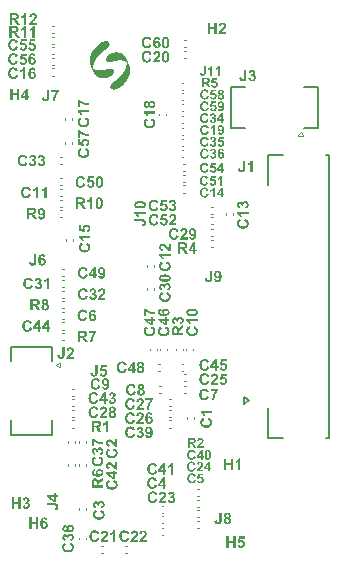
<source format=gbr>
G04*
G04 #@! TF.GenerationSoftware,Altium Limited,Altium Designer,24.9.1 (31)*
G04*
G04 Layer_Color=65535*
%FSLAX44Y44*%
%MOMM*%
G71*
G04*
G04 #@! TF.SameCoordinates,2D473B94-B7B4-4BDE-9676-FEF16CC65D84*
G04*
G04*
G04 #@! TF.FilePolarity,Positive*
G04*
G01*
G75*
%ADD10C,0.1250*%
%ADD11C,0.0500*%
%ADD12C,0.1500*%
%ADD13C,0.1270*%
G36*
X96973Y426532D02*
X97340Y426508D01*
X97438Y426459D01*
X97512Y426483D01*
X97634Y426434D01*
X98149Y426410D01*
X98222Y426385D01*
X98467Y426312D01*
X98761Y426287D01*
X98982Y426189D01*
X99202Y426165D01*
X99251Y426116D01*
X99349Y426091D01*
X99521Y426067D01*
X99741Y425969D01*
X99839Y425944D01*
X99913Y425920D01*
X99962Y425871D01*
X100060Y425846D01*
X100207Y425822D01*
X100280Y425748D01*
X100440Y425687D01*
X100550Y425625D01*
X100709Y425564D01*
X100770Y425503D01*
X100868Y425479D01*
X100917Y425454D01*
X100991Y425381D01*
X101089Y425356D01*
X101162Y425283D01*
X101285Y425233D01*
X101358Y425160D01*
X101665Y424976D01*
X101677Y424939D01*
X101726Y424915D01*
X101861Y424805D01*
X101897Y424768D01*
X101946Y424743D01*
X102020Y424670D01*
X102069Y424646D01*
X102130Y424609D01*
X102155Y424560D01*
X102191Y424523D01*
X102240Y424498D01*
X102265Y424449D01*
X102314Y424425D01*
X102412Y424327D01*
X102461Y424302D01*
X102522Y424241D01*
X102547Y424192D01*
X102718Y424021D01*
X102743Y423972D01*
X102779Y423935D01*
X102828Y423910D01*
X102914Y423776D01*
X102963Y423727D01*
X102988Y423678D01*
X103086Y423580D01*
X103110Y423531D01*
X103147Y423469D01*
X103196Y423445D01*
X103319Y423249D01*
X103404Y423114D01*
X103478Y423041D01*
X103502Y422992D01*
X103551Y422943D01*
X103588Y422808D01*
X103637Y422759D01*
X103674Y422747D01*
X103698Y422649D01*
X103723Y422600D01*
X103796Y422526D01*
X103821Y422428D01*
X103845Y422379D01*
X103894Y422330D01*
X103955Y422171D01*
X104017Y422109D01*
X104041Y422011D01*
X104066Y421963D01*
X104115Y421913D01*
X104164Y421791D01*
X104188Y421717D01*
X104262Y421644D01*
X104298Y421485D01*
X104384Y421399D01*
X104409Y421252D01*
X104482Y421178D01*
X104544Y421019D01*
X104629Y420860D01*
X104654Y420786D01*
X104703Y420737D01*
X104752Y420615D01*
X104776Y420517D01*
X104850Y420443D01*
X104874Y420296D01*
X104948Y420223D01*
X104972Y420125D01*
X105034Y419966D01*
X105095Y419904D01*
X105119Y419757D01*
X105193Y419684D01*
X105242Y419488D01*
X105315Y419414D01*
X105352Y419255D01*
X105438Y419096D01*
X105462Y418998D01*
X105536Y418875D01*
X105585Y418728D01*
Y418704D01*
X105609Y418655D01*
X105658Y418606D01*
X105707Y418410D01*
X105781Y418287D01*
X105830Y418091D01*
X105903Y418018D01*
X105940Y417858D01*
X106026Y417699D01*
X106063Y417540D01*
X106148Y417381D01*
X106185Y417246D01*
X106222Y417209D01*
X106271Y417038D01*
X106308Y416903D01*
X106369Y416842D01*
X106393Y416744D01*
X106418Y416621D01*
X106491Y416499D01*
X106540Y416303D01*
X106589Y416254D01*
X106638Y416058D01*
X106736Y415837D01*
X106773Y415678D01*
X106859Y415518D01*
X106883Y415372D01*
X106957Y415249D01*
X106981Y415151D01*
X107006Y415004D01*
X107055Y414955D01*
X107079Y414857D01*
X107128Y414636D01*
X107177Y414587D01*
X107202Y414489D01*
X107239Y414306D01*
X107275Y414269D01*
X107324Y414097D01*
X107349Y413901D01*
X107423Y413730D01*
X107447Y413632D01*
X107472Y413362D01*
X107521Y413240D01*
X107545Y413044D01*
X107570Y412970D01*
X107594Y412431D01*
X107619Y412358D01*
X107643Y412015D01*
X107668Y411941D01*
X107643Y411157D01*
X107594Y411035D01*
X107619Y410961D01*
X107594Y410643D01*
X107570Y410569D01*
X107545Y409908D01*
X107472Y409736D01*
X107447Y409565D01*
X107423Y409246D01*
X107374Y409123D01*
X107324Y408927D01*
X107300Y408683D01*
X107226Y408511D01*
X107202Y408339D01*
X107177Y408217D01*
X107128Y408168D01*
X107104Y407996D01*
X107055Y407800D01*
X106981Y407629D01*
X106957Y407482D01*
X106883Y407359D01*
X106859Y407261D01*
X106834Y407114D01*
X106785Y407065D01*
X106712Y406771D01*
X106663Y406722D01*
X106614Y406551D01*
X106516Y406330D01*
X106479Y406195D01*
X106393Y406036D01*
X106369Y405938D01*
X106320Y405889D01*
X106271Y405767D01*
X106246Y405669D01*
X106198Y405620D01*
X106112Y405387D01*
X106050Y405326D01*
X106026Y405203D01*
X105952Y405130D01*
X105928Y405032D01*
X105854Y404909D01*
X105805Y404787D01*
X105732Y404664D01*
X105683Y404542D01*
X105658Y404493D01*
X105585Y404419D01*
X105548Y404284D01*
X105524Y404235D01*
X105475Y404211D01*
X105426Y404088D01*
X105340Y403954D01*
X105266Y403831D01*
X105144Y403611D01*
X105095Y403562D01*
X105070Y403488D01*
X105021Y403439D01*
X104923Y403268D01*
X104874Y403218D01*
X104850Y403121D01*
X104776Y403047D01*
X104703Y402924D01*
X104654Y402876D01*
X104556Y402704D01*
X104433Y402533D01*
X104225Y402226D01*
X104164Y402165D01*
X104139Y402116D01*
X104066Y402043D01*
X103968Y401871D01*
X103919Y401822D01*
X103894Y401773D01*
X103821Y401699D01*
X103796Y401650D01*
X103698Y401552D01*
X103625Y401430D01*
X103576Y401381D01*
X103551Y401332D01*
X103453Y401234D01*
X103429Y401185D01*
X103331Y401087D01*
X103306Y401038D01*
X103208Y400940D01*
X103184Y400891D01*
X103086Y400793D01*
X103061Y400744D01*
X102988Y400670D01*
X102963Y400621D01*
X102743Y400401D01*
X102718Y400352D01*
X102375Y400009D01*
X102351Y399960D01*
X101554Y399164D01*
X101505Y399139D01*
X101162Y398796D01*
X101113Y398772D01*
X100893Y398551D01*
X100844Y398526D01*
X100770Y398453D01*
X100721Y398428D01*
X100623Y398330D01*
X100574Y398306D01*
X100476Y398208D01*
X100427Y398183D01*
X100329Y398085D01*
X100280Y398061D01*
X100182Y397963D01*
X100133Y397938D01*
X100060Y397865D01*
X99937Y397791D01*
X99888Y397742D01*
X99839Y397718D01*
X99741Y397620D01*
X99692Y397595D01*
X99619Y397522D01*
X99496Y397448D01*
X99447Y397399D01*
X99337Y397338D01*
X99325Y397301D01*
X99202Y397228D01*
X99153Y397179D01*
X99031Y397105D01*
X98859Y397007D01*
X98835Y396958D01*
X98786Y396934D01*
X98479Y396726D01*
X98283Y396603D01*
X98149Y396517D01*
X98100Y396468D01*
X97940Y396407D01*
X97928Y396370D01*
X97806Y396321D01*
X97757Y396297D01*
X97683Y396223D01*
X97585Y396199D01*
X97438Y396101D01*
X97316Y396027D01*
X97193Y395978D01*
X97120Y395954D01*
X97071Y395905D01*
X96973Y395880D01*
X96850Y395831D01*
X96777Y395758D01*
X96580Y395733D01*
X96433Y395635D01*
X96262Y395611D01*
X96188Y395537D01*
X95894Y395488D01*
X95845Y395439D01*
X95649Y395390D01*
X95453Y395366D01*
X95331Y395317D01*
X95233Y395292D01*
X94914Y395268D01*
X94755Y395206D01*
X94559Y395182D01*
X93175Y395170D01*
X93003Y395243D01*
X92905Y395268D01*
X92623Y395304D01*
X92464Y395390D01*
X92268Y395415D01*
X92195Y395488D01*
X92097Y395513D01*
X91974Y395586D01*
X91803Y395684D01*
X91754Y395733D01*
X91705Y395758D01*
X91570Y395868D01*
X91276Y396162D01*
X91251Y396211D01*
X91178Y396334D01*
X91129Y396382D01*
X91104Y396480D01*
X91080Y396530D01*
X91006Y396603D01*
X90969Y396787D01*
X90908Y396897D01*
X90884Y396995D01*
X90859Y397289D01*
X90835Y397363D01*
X90859Y398000D01*
X90884Y398073D01*
X90908Y398367D01*
X90982Y398441D01*
X91006Y398612D01*
X91031Y398710D01*
X91080Y398759D01*
X91141Y398918D01*
X91227Y399078D01*
X91374Y399347D01*
X91447Y399421D01*
X91545Y399592D01*
X91668Y399764D01*
X91778Y399898D01*
X91815Y399935D01*
X91839Y399984D01*
X91937Y400082D01*
X91962Y400131D01*
X92035Y400205D01*
X92060Y400254D01*
X92097Y400315D01*
X92146Y400340D01*
X92182Y400376D01*
X92207Y400425D01*
X92305Y400499D01*
X92329Y400548D01*
X92403Y400597D01*
X92427Y400646D01*
X92464Y400683D01*
X92513Y400707D01*
X92587Y400805D01*
X92636Y400830D01*
X92685Y400903D01*
X92734Y400928D01*
X92770Y400964D01*
X92795Y401013D01*
X92893Y401087D01*
X92905Y401124D01*
X92954Y401148D01*
X93089Y401258D01*
X93199Y401369D01*
X93248Y401393D01*
X93383Y401503D01*
X93456Y401552D01*
X93481Y401601D01*
X93518Y401638D01*
X93567Y401663D01*
X93640Y401736D01*
X93689Y401761D01*
X93787Y401859D01*
X93910Y401932D01*
X94045Y402043D01*
X94081Y402079D01*
X94130Y402104D01*
X94228Y402202D01*
X94351Y402275D01*
X94522Y402398D01*
X94571Y402447D01*
X94620Y402471D01*
X94694Y402545D01*
X94816Y402594D01*
X94890Y402667D01*
X94939Y402692D01*
X95257Y402912D01*
X95306Y402937D01*
X95404Y403035D01*
X95576Y403133D01*
X95711Y403243D01*
X95845Y403329D01*
X95894Y403378D01*
X96017Y403451D01*
X96066Y403500D01*
X96152Y403537D01*
X96176Y403586D01*
X96299Y403660D01*
X96323Y403709D01*
X96519Y403831D01*
X96556Y403868D01*
X96605Y403892D01*
X96703Y403990D01*
X96752Y404015D01*
X96777Y404064D01*
X96826Y404088D01*
X96960Y404199D01*
X96997Y404235D01*
X97046Y404260D01*
X97120Y404333D01*
X97169Y404358D01*
X97242Y404431D01*
X97291Y404456D01*
X97487Y404652D01*
X97536Y404676D01*
X97597Y404738D01*
X97610Y404774D01*
X97659Y404799D01*
X97793Y404909D01*
X98026Y405142D01*
X98149Y405215D01*
X99337Y406404D01*
X99410Y406526D01*
X99606Y406722D01*
X99619Y406759D01*
X99668Y406784D01*
X99729Y406869D01*
X99827Y406967D01*
X99852Y407016D01*
X100048Y407212D01*
X100072Y407261D01*
X100170Y407359D01*
X100244Y407482D01*
X100293Y407531D01*
X100317Y407580D01*
X100415Y407678D01*
X100440Y407727D01*
X100489Y407751D01*
X100513Y407800D01*
X100623Y407935D01*
X100758Y408119D01*
X100782Y408168D01*
X100880Y408266D01*
X100905Y408315D01*
X100978Y408364D01*
X101052Y408487D01*
X101150Y408658D01*
X101199Y408683D01*
X101223Y408731D01*
X101334Y408866D01*
X101383Y408989D01*
X101469Y409075D01*
X101493Y409123D01*
X101567Y409197D01*
X101640Y409319D01*
X101738Y409491D01*
X101812Y409565D01*
X101885Y409687D01*
X101983Y409859D01*
X102032Y409908D01*
X102081Y410030D01*
X102155Y410104D01*
X102204Y410226D01*
X102253Y410275D01*
X102351Y410447D01*
X102400Y410569D01*
X102424Y410618D01*
X102522Y410716D01*
X102547Y410839D01*
X102620Y410912D01*
X102669Y411035D01*
X102718Y411084D01*
X102779Y411243D01*
X102865Y411329D01*
X102890Y411476D01*
X102963Y411549D01*
X102988Y411647D01*
X103012Y411696D01*
X103086Y411770D01*
X103123Y411929D01*
X103208Y412015D01*
X103245Y412198D01*
X103306Y412260D01*
X103355Y412431D01*
X103429Y412554D01*
X103453Y412627D01*
X103502Y412750D01*
X103551Y412799D01*
X103600Y412995D01*
X103674Y413117D01*
X103723Y413313D01*
X103772Y413362D01*
X103821Y413534D01*
X103845Y413632D01*
X103919Y413754D01*
X103943Y413926D01*
X104041Y414146D01*
X104090Y414367D01*
X104139Y414416D01*
X104164Y414514D01*
X104188Y414710D01*
X104262Y414882D01*
X104286Y414980D01*
X104311Y415151D01*
X104384Y415322D01*
X104433Y415666D01*
X104482Y415788D01*
X104507Y415886D01*
X104531Y416131D01*
X104556Y416327D01*
X104605Y416450D01*
X104629Y416621D01*
X104666Y417197D01*
X104703Y417332D01*
X104727Y417650D01*
X104752Y417724D01*
X104727Y418165D01*
X104691Y418201D01*
X104642Y418226D01*
X104568Y418299D01*
X104519Y418324D01*
X104286Y418483D01*
X104274Y418520D01*
X104225Y418545D01*
X104053Y418667D01*
X103931Y418741D01*
X103759Y418839D01*
X103514Y418985D01*
X103392Y419035D01*
X103270Y419108D01*
X103147Y419157D01*
X103049Y419182D01*
X102975Y419255D01*
X102792Y419292D01*
X102730Y419353D01*
X102571Y419390D01*
X102473Y419414D01*
X102436Y419451D01*
X102314Y419500D01*
X102093Y419525D01*
X102044Y419574D01*
X101873Y419623D01*
X101652Y419647D01*
X101530Y419696D01*
X101432Y419721D01*
X101260Y419745D01*
X101015Y419770D01*
X100893Y419819D01*
X100795Y419843D01*
X99999Y419880D01*
X99815Y419941D01*
X99741Y419917D01*
X98479Y419929D01*
X98345Y419892D01*
X98247Y419868D01*
X97744Y419855D01*
X97732Y419868D01*
X97659Y419843D01*
X97291Y419819D01*
X97242Y419794D01*
X97169Y419819D01*
X96997Y419745D01*
X96948Y419770D01*
X96875Y419745D01*
X96433Y419721D01*
X96360Y419696D01*
X96237Y419647D01*
X96139Y419623D01*
X95723Y419598D01*
X95600Y419549D01*
X95404Y419500D01*
X95110Y419476D01*
X94939Y419402D01*
X94694Y419378D01*
X94535Y419341D01*
X94375Y419280D01*
X94069Y419243D01*
X93934Y419182D01*
X93836Y419157D01*
X93567Y419132D01*
X93346Y419035D01*
X93052Y419010D01*
X92930Y418961D01*
X92734Y418912D01*
X92489Y418887D01*
X92366Y418839D01*
X92268Y418814D01*
X92023Y418789D01*
X91852Y418765D01*
X91778Y418741D01*
X91582Y418691D01*
X91190Y418667D01*
X90994Y418618D01*
X90920Y418593D01*
X90602Y418569D01*
X90210Y418545D01*
X90136Y418569D01*
X90063Y418545D01*
X89891Y418520D01*
X89401Y418545D01*
X89328Y418569D01*
X89254Y418545D01*
X89009Y418569D01*
X88789Y418593D01*
X88617Y418667D01*
X88434Y418704D01*
X88397Y418741D01*
X88274Y418789D01*
X88176Y418814D01*
X88103Y418887D01*
X87980Y418937D01*
X87882Y419035D01*
X87833Y419059D01*
X87784Y419132D01*
X87735Y419157D01*
X87698Y419194D01*
X87674Y419243D01*
X87576Y419341D01*
X87551Y419414D01*
X87502Y419463D01*
X87441Y419623D01*
X87380Y419684D01*
X87355Y419782D01*
X87331Y419978D01*
X87257Y420149D01*
X87233Y420394D01*
X87257Y421105D01*
X87331Y421276D01*
X87355Y421448D01*
X87392Y421632D01*
X87453Y421742D01*
X87478Y421840D01*
X87502Y421963D01*
X87551Y422011D01*
X87576Y422109D01*
X87637Y422269D01*
X87698Y422330D01*
X87723Y422453D01*
X87821Y422600D01*
X87845Y422698D01*
X87919Y422771D01*
X87968Y422894D01*
X88041Y422967D01*
X88091Y423090D01*
X88164Y423163D01*
X88188Y423212D01*
X88225Y423273D01*
X88262Y423286D01*
X88287Y423335D01*
X88397Y423469D01*
X88458Y423555D01*
X88507Y423604D01*
X88532Y423653D01*
X88568Y423714D01*
X88617Y423739D01*
X88777Y423898D01*
X88789Y423935D01*
X88838Y423959D01*
X88899Y424021D01*
X88911Y424057D01*
X88960Y424082D01*
X89022Y424143D01*
X89034Y424180D01*
X89083Y424204D01*
X89218Y424315D01*
X89328Y424425D01*
X89450Y424498D01*
X89499Y424548D01*
X89548Y424572D01*
X89646Y424670D01*
X89695Y424695D01*
X89769Y424768D01*
X89867Y424793D01*
X89965Y424891D01*
X90087Y424964D01*
X90308Y425087D01*
X90357Y425135D01*
X90724Y425331D01*
X90847Y425381D01*
X90896Y425405D01*
X90969Y425479D01*
X91153Y425515D01*
X91215Y425577D01*
X91447Y425662D01*
X91484Y425699D01*
X91582Y425723D01*
X91717Y425760D01*
X91754Y425797D01*
X91876Y425846D01*
X92023Y425871D01*
X92244Y425969D01*
X92391Y425993D01*
X92562Y426067D01*
X92770Y426103D01*
X92807Y426140D01*
X92930Y426189D01*
X93199Y426214D01*
X93371Y426287D01*
X93542Y426312D01*
X93763Y426336D01*
X93885Y426385D01*
X94179Y426434D01*
X94571Y426459D01*
X94743Y426532D01*
X94902Y426520D01*
X95123Y426544D01*
X95600Y426532D01*
X95674Y426557D01*
X96862Y426544D01*
X96899Y426557D01*
X96973Y426532D01*
D02*
G37*
G36*
X87490Y436088D02*
X87564Y436063D01*
X88029Y436039D01*
X88201Y435965D01*
X88421Y435941D01*
X88642Y435843D01*
X88764Y435794D01*
X89034Y435647D01*
X89205Y435549D01*
X89279Y435475D01*
X89328Y435451D01*
X89683Y435095D01*
X89757Y434973D01*
X89879Y434753D01*
X89928Y434630D01*
X89953Y434532D01*
X90002Y434483D01*
X90051Y434311D01*
X90075Y434042D01*
X90100Y433968D01*
X90124Y433821D01*
X90149Y433748D01*
X90124Y433454D01*
X90100Y433380D01*
X90063Y433197D01*
X90038Y432952D01*
X90002Y432866D01*
X89953Y432743D01*
X89928Y432645D01*
X89904Y432572D01*
X89855Y432523D01*
X89806Y432351D01*
X89781Y432302D01*
X89732Y432253D01*
X89671Y432094D01*
X89585Y432008D01*
X89561Y431910D01*
X89487Y431837D01*
X89414Y431714D01*
X89365Y431665D01*
X89316Y431543D01*
X89218Y431445D01*
X89193Y431396D01*
X89120Y431322D01*
X89095Y431273D01*
X88997Y431175D01*
X88973Y431126D01*
X88875Y431028D01*
X88850Y430979D01*
X87980Y430109D01*
X87931Y430085D01*
X87796Y429975D01*
X87686Y429864D01*
X87637Y429840D01*
X87515Y429717D01*
X87466Y429693D01*
X87417Y429619D01*
X87294Y429546D01*
X87245Y429497D01*
X87123Y429423D01*
X87074Y429374D01*
X87025Y429350D01*
X86927Y429252D01*
X86878Y429227D01*
X86780Y429129D01*
X86731Y429105D01*
X86682Y429056D01*
X86633Y429031D01*
X86498Y428921D01*
X86363Y428835D01*
X86314Y428786D01*
X86192Y428713D01*
X86057Y428627D01*
X86032Y428578D01*
X85885Y428504D01*
X85824Y428443D01*
X85751Y428419D01*
X85653Y428321D01*
X85530Y428247D01*
X85371Y428162D01*
X85346Y428112D01*
X85212Y428027D01*
X85163Y427978D01*
X85040Y427904D01*
X84991Y427855D01*
X84868Y427782D01*
X84819Y427733D01*
X84770Y427708D01*
X84672Y427610D01*
X84550Y427537D01*
X84415Y427451D01*
X84391Y427402D01*
X84305Y427341D01*
X84232Y427267D01*
X84109Y427194D01*
X84060Y427145D01*
X84011Y427120D01*
X83913Y427022D01*
X83864Y426998D01*
X83766Y426900D01*
X83717Y426875D01*
X83521Y426679D01*
X83472Y426655D01*
X83349Y426532D01*
X83300Y426508D01*
X83227Y426434D01*
X83178Y426410D01*
X82859Y426091D01*
X82810Y426067D01*
X81671Y424927D01*
X81646Y424878D01*
X81353Y424584D01*
X81328Y424535D01*
X81157Y424364D01*
X81132Y424315D01*
X81046Y424204D01*
X81010Y424192D01*
X80985Y424143D01*
X80887Y424045D01*
X80863Y423996D01*
X80740Y423874D01*
X80716Y423825D01*
X80667Y423800D01*
X80593Y423678D01*
X80544Y423629D01*
X80520Y423580D01*
X80421Y423482D01*
X80397Y423433D01*
X80299Y423335D01*
X80274Y423286D01*
X80201Y423212D01*
X80127Y423090D01*
X80078Y423041D01*
X80054Y422992D01*
X79944Y422857D01*
X79882Y422771D01*
X79833Y422722D01*
X79760Y422600D01*
X79466Y422183D01*
X79441Y422134D01*
X79368Y422061D01*
X79294Y421938D01*
X79196Y421767D01*
X79123Y421693D01*
X79049Y421571D01*
X78951Y421399D01*
X78902Y421350D01*
X78706Y421007D01*
X78657Y420958D01*
X78633Y420860D01*
X78559Y420786D01*
X78363Y420419D01*
X78314Y420370D01*
X78278Y420235D01*
X78216Y420174D01*
X78167Y420051D01*
X78143Y420002D01*
X78094Y419953D01*
X78020Y419757D01*
X77971Y419708D01*
X77898Y419512D01*
X77849Y419463D01*
X77824Y419365D01*
X77800Y419316D01*
X77702Y419169D01*
X77677Y419047D01*
X77604Y418973D01*
X77579Y418826D01*
X77481Y418679D01*
X77445Y418520D01*
X77383Y418459D01*
X77359Y418361D01*
X77322Y418226D01*
X77261Y418165D01*
X77224Y418005D01*
X77114Y417748D01*
X77089Y417601D01*
X77040Y417552D01*
X76991Y417381D01*
X76954Y417246D01*
X76893Y417111D01*
X76869Y417013D01*
X76844Y416891D01*
X76795Y416842D01*
X76771Y416744D01*
X76734Y416535D01*
X76673Y416401D01*
X76648Y416303D01*
X76611Y416070D01*
X76550Y415935D01*
X76526Y415764D01*
X76501Y415543D01*
X76428Y415372D01*
X76403Y415200D01*
X76379Y414955D01*
X76354Y414882D01*
X76330Y414783D01*
X76305Y414538D01*
X76281Y414220D01*
X76256Y413975D01*
X76232Y413828D01*
X76207Y413754D01*
X76232Y413117D01*
X76317Y413032D01*
X76366Y413007D01*
X76464Y412909D01*
X76513Y412884D01*
X76611Y412787D01*
X76734Y412713D01*
X76905Y412590D01*
X77077Y412492D01*
X77126Y412444D01*
X77224Y412419D01*
X77273Y412370D01*
X77494Y412248D01*
X77616Y412198D01*
X77738Y412125D01*
X77861Y412076D01*
X77959Y412052D01*
X78081Y411978D01*
X78241Y411941D01*
X78278Y411904D01*
X78400Y411856D01*
X78572Y411831D01*
X78621Y411782D01*
X78792Y411733D01*
X78964Y411708D01*
X79184Y411610D01*
X79454Y411586D01*
X79576Y411537D01*
X79674Y411512D01*
X79919Y411488D01*
X80140Y411463D01*
X80262Y411414D01*
X80728Y411390D01*
X80826Y411365D01*
X82173Y411341D01*
X82492Y411365D01*
X83239Y411402D01*
X83460Y411427D01*
X83570Y411463D01*
X84036Y411488D01*
X84207Y411512D01*
X84305Y411537D01*
X84427Y411562D01*
X84501Y411586D01*
X84746Y411610D01*
X85028Y411647D01*
X85150Y411696D01*
X85273Y411721D01*
X85285Y411733D01*
X85628Y411758D01*
X85751Y411806D01*
X85922Y411831D01*
X86020Y411856D01*
X86241Y411880D01*
X86412Y411954D01*
X86694Y411990D01*
X86976Y412076D01*
X87221Y412100D01*
X87392Y412174D01*
X87735Y412223D01*
X87907Y412296D01*
X88152Y412321D01*
X88311Y412358D01*
X88446Y412394D01*
X88642Y412444D01*
X88936Y412468D01*
X89107Y412542D01*
X89499Y412566D01*
X89573Y412590D01*
X89720Y412615D01*
X89793Y412640D01*
X90112Y412664D01*
X90357Y412688D01*
X90528Y412713D01*
X90773Y412738D01*
X90847Y412762D01*
X91607Y412738D01*
X91680Y412713D01*
X92011Y412676D01*
X92207Y412652D01*
X92305Y412627D01*
X92440Y412566D01*
X92599Y412529D01*
X92660Y412468D01*
X92758Y412444D01*
X92881Y412370D01*
X92930Y412321D01*
X93052Y412248D01*
X93126Y412174D01*
X93175Y412150D01*
X93211Y412113D01*
X93236Y412064D01*
X93334Y411966D01*
X93407Y411843D01*
X93456Y411794D01*
X93481Y411696D01*
X93554Y411574D01*
X93579Y411476D01*
X93603Y411353D01*
X93652Y411231D01*
X93677Y411133D01*
X93701Y410520D01*
X93677Y410422D01*
X93652Y410104D01*
X93628Y410030D01*
X93579Y409834D01*
X93554Y409638D01*
X93456Y409417D01*
X93432Y409295D01*
X93383Y409246D01*
X93334Y409075D01*
X93064Y408560D01*
X92942Y408339D01*
X92868Y408266D01*
X92844Y408192D01*
X92770Y408119D01*
X92746Y408021D01*
X92709Y407984D01*
X92660Y407960D01*
X92574Y407825D01*
X92501Y407751D01*
X92476Y407702D01*
X91778Y407004D01*
X91729Y406980D01*
X91582Y406833D01*
X91533Y406808D01*
X91472Y406771D01*
X91447Y406722D01*
X91300Y406624D01*
X91239Y406563D01*
X91166Y406539D01*
X91092Y406465D01*
X90969Y406391D01*
X90920Y406343D01*
X90798Y406293D01*
X90749Y406245D01*
X90577Y406147D01*
X90357Y406024D01*
X90234Y405975D01*
X90185Y405951D01*
X90038Y405853D01*
X89940Y405828D01*
X89891Y405779D01*
X89659Y405693D01*
X89622Y405657D01*
X89524Y405632D01*
X89254Y405509D01*
X89120Y405473D01*
X89009Y405411D01*
X88911Y405387D01*
X88777Y405350D01*
X88740Y405313D01*
X88544Y405265D01*
X88397Y405240D01*
X88348Y405191D01*
X88250Y405166D01*
X88054Y405142D01*
X87882Y405069D01*
X87784Y405044D01*
X87539Y405019D01*
X87368Y404946D01*
X87196Y404921D01*
X86951Y404897D01*
X86878Y404872D01*
X86596Y404811D01*
X86204Y404787D01*
X85751Y404750D01*
X85677Y404725D01*
X84036Y404750D01*
X83962Y404774D01*
X83778Y404762D01*
X83643Y404799D01*
X83080Y404823D01*
X83006Y404848D01*
X82810Y404897D01*
X82639Y404921D01*
X82418Y404946D01*
X82296Y404995D01*
X82100Y405044D01*
X81904Y405069D01*
X81732Y405142D01*
X81561Y405166D01*
X81340Y405265D01*
X81157Y405301D01*
X81095Y405363D01*
X80997Y405387D01*
X80863Y405424D01*
X80703Y405509D01*
X80581Y405534D01*
X80507Y405607D01*
X80409Y405632D01*
X80360Y405657D01*
X80311Y405705D01*
X80115Y405779D01*
X80066Y405828D01*
X79944Y405877D01*
X79895Y405901D01*
X79846Y405951D01*
X79723Y406024D01*
X79674Y406073D01*
X79515Y406134D01*
X79429Y406220D01*
X79380Y406245D01*
X79307Y406318D01*
X79184Y406391D01*
X79135Y406441D01*
X79013Y406514D01*
X78939Y406588D01*
X78890Y406612D01*
X78866Y406661D01*
X78817Y406686D01*
X78670Y406833D01*
X78621Y406857D01*
X78314Y407163D01*
X78290Y407212D01*
X78069Y407433D01*
X78045Y407482D01*
X77947Y407580D01*
X77922Y407629D01*
X77849Y407702D01*
X77775Y407825D01*
X77726Y407874D01*
X77653Y407996D01*
X77604Y408045D01*
X77530Y408168D01*
X77432Y408339D01*
X77383Y408388D01*
X77334Y408511D01*
X77261Y408585D01*
X77200Y408744D01*
X77138Y408805D01*
X77089Y408927D01*
X77016Y409001D01*
X76979Y409136D01*
X76918Y409197D01*
X76856Y409356D01*
X76795Y409417D01*
X76771Y409515D01*
X76697Y409638D01*
X76648Y409761D01*
X76575Y409883D01*
X76526Y410006D01*
X76501Y410055D01*
X76452Y410104D01*
X76379Y410300D01*
X76330Y410349D01*
X76256Y410545D01*
X76207Y410594D01*
X76170Y410753D01*
X76109Y410839D01*
X76060Y410961D01*
X75938Y411231D01*
X75913Y411280D01*
X75840Y411402D01*
X75815Y411525D01*
X75717Y411672D01*
X75693Y411819D01*
X75619Y411892D01*
X75570Y412088D01*
X75497Y412211D01*
X75472Y412309D01*
X75399Y412431D01*
X75374Y412505D01*
X75350Y412603D01*
X75325Y412652D01*
X75276Y412701D01*
X75252Y412799D01*
X75215Y412934D01*
X75153Y412995D01*
X75104Y413191D01*
X75006Y413338D01*
X74982Y413509D01*
X74933Y413558D01*
X74884Y413681D01*
X74859Y413779D01*
X74786Y413901D01*
X74737Y414097D01*
X74664Y414220D01*
X74639Y414367D01*
X74541Y414514D01*
X74517Y414686D01*
X74443Y414759D01*
X74406Y414943D01*
X74357Y415065D01*
X74321Y415102D01*
X74259Y415359D01*
X74222Y415396D01*
X74173Y415592D01*
X74075Y415812D01*
X74051Y415960D01*
X73977Y416033D01*
X73953Y416131D01*
X73928Y416303D01*
X73855Y416376D01*
X73830Y416474D01*
X73806Y416695D01*
X73757Y416744D01*
X73683Y417038D01*
X73610Y417209D01*
X73573Y417442D01*
X73487Y417724D01*
X73463Y417993D01*
X73438Y418067D01*
X73414Y418165D01*
X73365Y418459D01*
X73340Y419022D01*
X73316Y419096D01*
X73340Y420443D01*
X73365Y420517D01*
X73389Y421203D01*
X73438Y421325D01*
X73475Y421534D01*
X73500Y421852D01*
X73524Y421950D01*
X73585Y422159D01*
X73622Y422440D01*
X73708Y422722D01*
X73732Y422918D01*
X73806Y423090D01*
X73830Y423188D01*
X73867Y423371D01*
X73928Y423506D01*
X73953Y423604D01*
X73977Y423751D01*
X74026Y423800D01*
X74100Y424094D01*
X74173Y424266D01*
X74198Y424364D01*
X74296Y424584D01*
X74333Y424719D01*
X74394Y424829D01*
X74419Y424927D01*
X74468Y425050D01*
X74541Y425221D01*
X74664Y425491D01*
X74688Y425564D01*
X74737Y425613D01*
X74762Y425711D01*
X74835Y425834D01*
X74933Y426079D01*
X75178Y426544D01*
X75227Y426593D01*
X75264Y426728D01*
X75350Y426863D01*
X75423Y426985D01*
X75668Y427426D01*
X75766Y427598D01*
X75815Y427647D01*
X75864Y427770D01*
X75938Y427843D01*
X75962Y427941D01*
X76060Y428039D01*
X76085Y428112D01*
X76183Y428260D01*
X76207Y428308D01*
X76281Y428382D01*
X76379Y428554D01*
X76489Y428688D01*
X76611Y428884D01*
X76648Y428921D01*
X76722Y429044D01*
X76771Y429093D01*
X76795Y429142D01*
X76869Y429215D01*
X76942Y429338D01*
X76991Y429387D01*
X77052Y429497D01*
X77089Y429509D01*
X77114Y429558D01*
X77347Y429864D01*
X77383Y429901D01*
X77408Y429950D01*
X77481Y430024D01*
X77506Y430073D01*
X77677Y430244D01*
X77702Y430293D01*
X77775Y430367D01*
X77800Y430416D01*
X77910Y430550D01*
X78045Y430685D01*
X78069Y430734D01*
X78290Y430955D01*
X78314Y431004D01*
X78657Y431347D01*
X78682Y431396D01*
X79356Y432070D01*
X79405Y432094D01*
X79723Y432413D01*
X79772Y432437D01*
X79993Y432658D01*
X80042Y432682D01*
X80238Y432878D01*
X80287Y432903D01*
X80360Y432976D01*
X80409Y433001D01*
X80544Y433111D01*
X80581Y433148D01*
X80630Y433172D01*
X80801Y433344D01*
X80924Y433417D01*
X80997Y433491D01*
X81046Y433515D01*
X81120Y433589D01*
X81242Y433662D01*
X81316Y433736D01*
X81365Y433760D01*
X81438Y433834D01*
X81561Y433907D01*
X81732Y434030D01*
X81781Y434079D01*
X81830Y434103D01*
X81879Y434152D01*
X82051Y434250D01*
X82100Y434299D01*
X82222Y434373D01*
X82271Y434422D01*
X82394Y434495D01*
X82565Y434593D01*
X82614Y434642D01*
X82737Y434691D01*
X82810Y434765D01*
X82982Y434863D01*
X83141Y434949D01*
X83153Y434985D01*
X83313Y435047D01*
X83374Y435108D01*
X83533Y435169D01*
X83594Y435230D01*
X83729Y435267D01*
X83815Y435328D01*
X83938Y435377D01*
X84036Y435402D01*
X84109Y435475D01*
X84281Y435500D01*
X84354Y435573D01*
X84452Y435598D01*
X84599Y435622D01*
X84672Y435696D01*
X84844Y435720D01*
X85065Y435818D01*
X85297Y435855D01*
X85420Y435904D01*
X85555Y435941D01*
X85800Y435965D01*
X86045Y436039D01*
X86290Y436063D01*
X86780Y436088D01*
X86853Y436112D01*
X87490Y436088D01*
D02*
G37*
G36*
X25675Y459811D02*
X25789Y459801D01*
X25925Y459780D01*
X26081Y459759D01*
X26248Y459728D01*
X26425Y459686D01*
X26602Y459634D01*
X26789Y459572D01*
X26977Y459499D01*
X27154Y459405D01*
X27331Y459301D01*
X27508Y459186D01*
X27664Y459051D01*
X27674Y459041D01*
X27695Y459020D01*
X27737Y458968D01*
X27789Y458916D01*
X27851Y458843D01*
X27924Y458749D01*
X27997Y458645D01*
X28080Y458520D01*
X28153Y458395D01*
X28226Y458249D01*
X28299Y458093D01*
X28362Y457926D01*
X28414Y457739D01*
X28455Y457551D01*
X28476Y457354D01*
X28487Y457145D01*
Y457135D01*
Y457114D01*
Y457083D01*
Y457031D01*
X28476Y456979D01*
Y456906D01*
X28455Y456750D01*
X28424Y456552D01*
X28382Y456343D01*
X28330Y456125D01*
X28247Y455906D01*
Y455896D01*
X28237Y455885D01*
X28226Y455844D01*
X28205Y455802D01*
X28174Y455750D01*
X28143Y455687D01*
X28070Y455531D01*
X27966Y455354D01*
X27841Y455146D01*
X27685Y454917D01*
X27508Y454677D01*
X27487Y454656D01*
X27445Y454594D01*
X27352Y454500D01*
X27237Y454365D01*
X27154Y454281D01*
X27070Y454188D01*
X26966Y454094D01*
X26862Y453979D01*
X26737Y453865D01*
X26602Y453730D01*
X26456Y453594D01*
X26300Y453448D01*
X26289Y453438D01*
X26258Y453417D01*
X26216Y453375D01*
X26164Y453323D01*
X26091Y453261D01*
X26008Y453188D01*
X25831Y453021D01*
X25644Y452844D01*
X25467Y452667D01*
X25383Y452584D01*
X25310Y452511D01*
X25248Y452438D01*
X25196Y452386D01*
X25185Y452376D01*
X25154Y452344D01*
X25113Y452292D01*
X25060Y452230D01*
X25008Y452147D01*
X24946Y452063D01*
X24821Y451886D01*
X28487D01*
Y450178D01*
X22030D01*
Y450189D01*
X22040Y450220D01*
Y450272D01*
X22051Y450345D01*
X22072Y450428D01*
X22092Y450532D01*
X22113Y450647D01*
X22144Y450772D01*
X22228Y451053D01*
X22342Y451366D01*
X22478Y451688D01*
X22655Y452011D01*
X22665Y452022D01*
X22676Y452053D01*
X22717Y452105D01*
X22759Y452167D01*
X22821Y452251D01*
X22905Y452365D01*
X22998Y452480D01*
X23113Y452626D01*
X23238Y452782D01*
X23394Y452948D01*
X23561Y453146D01*
X23748Y453344D01*
X23956Y453563D01*
X24196Y453802D01*
X24446Y454052D01*
X24727Y454313D01*
X24738Y454323D01*
X24779Y454365D01*
X24842Y454427D01*
X24925Y454500D01*
X25029Y454594D01*
X25133Y454698D01*
X25258Y454823D01*
X25383Y454948D01*
X25654Y455208D01*
X25904Y455469D01*
X26008Y455583D01*
X26112Y455698D01*
X26196Y455802D01*
X26258Y455885D01*
Y455896D01*
X26279Y455906D01*
X26289Y455937D01*
X26321Y455979D01*
X26383Y456093D01*
X26456Y456239D01*
X26518Y456406D01*
X26581Y456593D01*
X26623Y456802D01*
X26643Y457010D01*
Y457020D01*
Y457041D01*
Y457072D01*
Y457114D01*
X26623Y457218D01*
X26602Y457364D01*
X26560Y457510D01*
X26508Y457666D01*
X26425Y457822D01*
X26310Y457958D01*
X26300Y457968D01*
X26248Y458010D01*
X26175Y458062D01*
X26071Y458124D01*
X25935Y458187D01*
X25779Y458239D01*
X25602Y458280D01*
X25394Y458291D01*
X25300D01*
X25196Y458270D01*
X25060Y458249D01*
X24915Y458208D01*
X24758Y458145D01*
X24602Y458051D01*
X24467Y457937D01*
X24456Y457916D01*
X24415Y457874D01*
X24363Y457791D01*
X24290Y457666D01*
X24227Y457510D01*
X24165Y457312D01*
X24113Y457072D01*
X24092Y456937D01*
X24081Y456791D01*
X22249Y456968D01*
Y456989D01*
X22259Y457031D01*
X22269Y457114D01*
X22290Y457218D01*
X22311Y457343D01*
X22342Y457489D01*
X22384Y457645D01*
X22436Y457812D01*
X22499Y457989D01*
X22571Y458166D01*
X22655Y458353D01*
X22748Y458530D01*
X22853Y458707D01*
X22978Y458874D01*
X23113Y459020D01*
X23269Y459155D01*
X23280Y459166D01*
X23311Y459186D01*
X23363Y459218D01*
X23425Y459259D01*
X23509Y459311D01*
X23613Y459364D01*
X23727Y459426D01*
X23863Y459488D01*
X24019Y459551D01*
X24175Y459613D01*
X24352Y459665D01*
X24550Y459717D01*
X24748Y459759D01*
X24967Y459790D01*
X25196Y459811D01*
X25435Y459822D01*
X25571D01*
X25675Y459811D01*
D02*
G37*
G36*
X19510Y450178D02*
X17666D01*
Y457104D01*
X17656Y457093D01*
X17625Y457062D01*
X17562Y457010D01*
X17489Y456947D01*
X17396Y456875D01*
X17271Y456781D01*
X17146Y456677D01*
X16990Y456572D01*
X16823Y456458D01*
X16646Y456343D01*
X16448Y456229D01*
X16240Y456114D01*
X16021Y456000D01*
X15782Y455896D01*
X15542Y455802D01*
X15292Y455708D01*
Y457385D01*
X15302D01*
X15323Y457395D01*
X15365Y457406D01*
X15417Y457426D01*
X15490Y457458D01*
X15563Y457489D01*
X15657Y457531D01*
X15761Y457583D01*
X15990Y457697D01*
X16250Y457853D01*
X16542Y458041D01*
X16854Y458270D01*
X16865Y458280D01*
X16896Y458301D01*
X16938Y458332D01*
X16990Y458385D01*
X17062Y458447D01*
X17135Y458530D01*
X17219Y458614D01*
X17312Y458718D01*
X17510Y458947D01*
X17698Y459207D01*
X17875Y459499D01*
X17948Y459655D01*
X18010Y459822D01*
X19510D01*
Y450178D01*
D02*
G37*
G36*
X9970Y459780D02*
X10116D01*
X10283Y459770D01*
X10450Y459759D01*
X10825Y459728D01*
X11189Y459676D01*
X11366Y459655D01*
X11543Y459613D01*
X11699Y459572D01*
X11835Y459530D01*
X11845D01*
X11866Y459520D01*
X11897Y459499D01*
X11949Y459478D01*
X12012Y459447D01*
X12074Y459416D01*
X12241Y459322D01*
X12418Y459186D01*
X12595Y459030D01*
X12782Y458832D01*
X12949Y458603D01*
Y458593D01*
X12970Y458572D01*
X12991Y458541D01*
X13011Y458489D01*
X13053Y458426D01*
X13084Y458353D01*
X13126Y458260D01*
X13168Y458166D01*
X13240Y457947D01*
X13313Y457687D01*
X13355Y457406D01*
X13376Y457093D01*
Y457083D01*
Y457041D01*
Y456989D01*
X13365Y456916D01*
X13355Y456823D01*
X13345Y456718D01*
X13324Y456593D01*
X13293Y456468D01*
X13220Y456177D01*
X13168Y456031D01*
X13105Y455885D01*
X13032Y455729D01*
X12949Y455583D01*
X12855Y455437D01*
X12741Y455302D01*
X12730Y455292D01*
X12709Y455271D01*
X12678Y455239D01*
X12626Y455187D01*
X12553Y455135D01*
X12470Y455073D01*
X12376Y455000D01*
X12262Y454927D01*
X12137Y454844D01*
X12001Y454771D01*
X11845Y454698D01*
X11668Y454625D01*
X11481Y454563D01*
X11283Y454500D01*
X11064Y454448D01*
X10835Y454406D01*
X10845D01*
X10866Y454386D01*
X10897Y454375D01*
X10939Y454344D01*
X11054Y454271D01*
X11199Y454167D01*
X11366Y454052D01*
X11543Y453917D01*
X11720Y453761D01*
X11876Y453605D01*
X11897Y453584D01*
X11918Y453553D01*
X11949Y453521D01*
X11991Y453469D01*
X12043Y453407D01*
X12105Y453334D01*
X12168Y453251D01*
X12241Y453146D01*
X12324Y453032D01*
X12418Y452907D01*
X12512Y452761D01*
X12616Y452605D01*
X12730Y452428D01*
X12855Y452251D01*
X12980Y452042D01*
X14157Y450178D01*
X11835D01*
X10429Y452271D01*
X10418Y452282D01*
X10397Y452324D01*
X10356Y452376D01*
X10304Y452449D01*
X10252Y452542D01*
X10179Y452636D01*
X10023Y452865D01*
X9846Y453105D01*
X9679Y453334D01*
X9596Y453438D01*
X9523Y453532D01*
X9460Y453615D01*
X9398Y453677D01*
X9387Y453688D01*
X9356Y453730D01*
X9294Y453771D01*
X9221Y453834D01*
X9137Y453907D01*
X9033Y453969D01*
X8929Y454031D01*
X8815Y454073D01*
X8804Y454084D01*
X8752Y454094D01*
X8679Y454115D01*
X8575Y454136D01*
X8440Y454156D01*
X8273Y454167D01*
X8075Y454188D01*
X7450D01*
Y450178D01*
X5513D01*
Y459790D01*
X9846D01*
X9970Y459780D01*
D02*
G37*
G36*
X26732Y439178D02*
X24888D01*
Y446104D01*
X24878Y446093D01*
X24847Y446062D01*
X24784Y446010D01*
X24711Y445947D01*
X24618Y445874D01*
X24493Y445781D01*
X24368Y445677D01*
X24211Y445573D01*
X24045Y445458D01*
X23868Y445343D01*
X23670Y445229D01*
X23462Y445114D01*
X23243Y445000D01*
X23003Y444896D01*
X22764Y444802D01*
X22514Y444708D01*
Y446385D01*
X22524D01*
X22545Y446395D01*
X22587Y446406D01*
X22639Y446427D01*
X22712Y446458D01*
X22785Y446489D01*
X22878Y446531D01*
X22983Y446583D01*
X23212Y446697D01*
X23472Y446853D01*
X23764Y447041D01*
X24076Y447270D01*
X24086Y447280D01*
X24118Y447301D01*
X24159Y447332D01*
X24211Y447385D01*
X24284Y447447D01*
X24357Y447530D01*
X24441Y447614D01*
X24534Y447718D01*
X24732Y447947D01*
X24920Y448207D01*
X25097Y448499D01*
X25169Y448655D01*
X25232Y448822D01*
X26732D01*
Y439178D01*
D02*
G37*
G36*
X19265D02*
X17421D01*
Y446104D01*
X17411Y446093D01*
X17380Y446062D01*
X17317Y446010D01*
X17244Y445947D01*
X17151Y445874D01*
X17026Y445781D01*
X16901Y445677D01*
X16745Y445573D01*
X16578Y445458D01*
X16401Y445343D01*
X16203Y445229D01*
X15995Y445114D01*
X15776Y445000D01*
X15537Y444896D01*
X15297Y444802D01*
X15047Y444708D01*
Y446385D01*
X15057D01*
X15078Y446395D01*
X15120Y446406D01*
X15172Y446427D01*
X15245Y446458D01*
X15318Y446489D01*
X15412Y446531D01*
X15516Y446583D01*
X15745Y446697D01*
X16005Y446853D01*
X16297Y447041D01*
X16609Y447270D01*
X16620Y447280D01*
X16651Y447301D01*
X16693Y447332D01*
X16745Y447385D01*
X16818Y447447D01*
X16890Y447530D01*
X16974Y447614D01*
X17067Y447718D01*
X17265Y447947D01*
X17453Y448207D01*
X17630Y448499D01*
X17703Y448655D01*
X17765Y448822D01*
X19265D01*
Y439178D01*
D02*
G37*
G36*
X9726Y448780D02*
X9871D01*
X10038Y448770D01*
X10205Y448759D01*
X10580Y448728D01*
X10944Y448676D01*
X11121Y448655D01*
X11298Y448613D01*
X11454Y448572D01*
X11590Y448530D01*
X11600D01*
X11621Y448520D01*
X11652Y448499D01*
X11704Y448478D01*
X11767Y448447D01*
X11829Y448415D01*
X11996Y448322D01*
X12173Y448186D01*
X12350Y448030D01*
X12537Y447832D01*
X12704Y447603D01*
Y447593D01*
X12725Y447572D01*
X12746Y447541D01*
X12766Y447489D01*
X12808Y447426D01*
X12839Y447353D01*
X12881Y447260D01*
X12923Y447166D01*
X12996Y446947D01*
X13068Y446687D01*
X13110Y446406D01*
X13131Y446093D01*
Y446083D01*
Y446041D01*
Y445989D01*
X13120Y445916D01*
X13110Y445822D01*
X13100Y445718D01*
X13079Y445593D01*
X13048Y445468D01*
X12975Y445177D01*
X12923Y445031D01*
X12860Y444885D01*
X12787Y444729D01*
X12704Y444583D01*
X12610Y444437D01*
X12496Y444302D01*
X12485Y444292D01*
X12464Y444271D01*
X12433Y444240D01*
X12381Y444188D01*
X12308Y444135D01*
X12225Y444073D01*
X12131Y444000D01*
X12017Y443927D01*
X11892Y443844D01*
X11756Y443771D01*
X11600Y443698D01*
X11423Y443625D01*
X11236Y443563D01*
X11038Y443500D01*
X10819Y443448D01*
X10590Y443406D01*
X10600D01*
X10621Y443386D01*
X10652Y443375D01*
X10694Y443344D01*
X10809Y443271D01*
X10954Y443167D01*
X11121Y443052D01*
X11298Y442917D01*
X11475Y442761D01*
X11631Y442604D01*
X11652Y442584D01*
X11673Y442552D01*
X11704Y442521D01*
X11746Y442469D01*
X11798Y442407D01*
X11860Y442334D01*
X11923Y442250D01*
X11996Y442146D01*
X12079Y442032D01*
X12173Y441907D01*
X12267Y441761D01*
X12371Y441605D01*
X12485Y441428D01*
X12610Y441251D01*
X12735Y441042D01*
X13912Y439178D01*
X11590D01*
X10184Y441272D01*
X10173Y441282D01*
X10152Y441324D01*
X10111Y441376D01*
X10059Y441449D01*
X10007Y441542D01*
X9934Y441636D01*
X9778Y441865D01*
X9601Y442105D01*
X9434Y442334D01*
X9351Y442438D01*
X9278Y442532D01*
X9215Y442615D01*
X9153Y442677D01*
X9142Y442688D01*
X9111Y442729D01*
X9049Y442771D01*
X8976Y442834D01*
X8892Y442906D01*
X8788Y442969D01*
X8684Y443032D01*
X8570Y443073D01*
X8559Y443084D01*
X8507Y443094D01*
X8434Y443115D01*
X8330Y443136D01*
X8195Y443157D01*
X8028Y443167D01*
X7830Y443188D01*
X7205D01*
Y439178D01*
X5268D01*
Y448790D01*
X9601D01*
X9726Y448780D01*
D02*
G37*
G36*
X75505Y294267D02*
X73661D01*
Y301192D01*
X73651Y301182D01*
X73620Y301150D01*
X73557Y301098D01*
X73484Y301036D01*
X73390Y300963D01*
X73266Y300869D01*
X73141Y300765D01*
X72984Y300661D01*
X72818Y300546D01*
X72641Y300432D01*
X72443Y300317D01*
X72235Y300203D01*
X72016Y300088D01*
X71776Y299984D01*
X71537Y299890D01*
X71287Y299797D01*
Y301473D01*
X71297D01*
X71318Y301484D01*
X71360Y301494D01*
X71412Y301515D01*
X71485Y301546D01*
X71558Y301577D01*
X71651Y301619D01*
X71755Y301671D01*
X71985Y301786D01*
X72245Y301942D01*
X72537Y302129D01*
X72849Y302358D01*
X72859Y302369D01*
X72891Y302390D01*
X72932Y302421D01*
X72984Y302473D01*
X73057Y302536D01*
X73130Y302619D01*
X73214Y302702D01*
X73307Y302806D01*
X73505Y303035D01*
X73692Y303296D01*
X73870Y303587D01*
X73942Y303744D01*
X74005Y303910D01*
X75505D01*
Y294267D01*
D02*
G37*
G36*
X65965Y303869D02*
X66111D01*
X66278Y303858D01*
X66444Y303848D01*
X66819Y303817D01*
X67184Y303764D01*
X67361Y303744D01*
X67538Y303702D01*
X67694Y303660D01*
X67829Y303619D01*
X67840D01*
X67861Y303608D01*
X67892Y303587D01*
X67944Y303567D01*
X68007Y303535D01*
X68069Y303504D01*
X68236Y303410D01*
X68413Y303275D01*
X68590Y303119D01*
X68777Y302921D01*
X68944Y302692D01*
Y302681D01*
X68965Y302661D01*
X68985Y302629D01*
X69006Y302577D01*
X69048Y302515D01*
X69079Y302442D01*
X69121Y302348D01*
X69162Y302254D01*
X69235Y302036D01*
X69308Y301775D01*
X69350Y301494D01*
X69371Y301182D01*
Y301171D01*
Y301130D01*
Y301078D01*
X69360Y301005D01*
X69350Y300911D01*
X69339Y300807D01*
X69319Y300682D01*
X69287Y300557D01*
X69215Y300265D01*
X69162Y300119D01*
X69100Y299974D01*
X69027Y299818D01*
X68944Y299672D01*
X68850Y299526D01*
X68735Y299391D01*
X68725Y299380D01*
X68704Y299359D01*
X68673Y299328D01*
X68621Y299276D01*
X68548Y299224D01*
X68465Y299161D01*
X68371Y299088D01*
X68256Y299016D01*
X68131Y298932D01*
X67996Y298859D01*
X67840Y298787D01*
X67663Y298714D01*
X67475Y298651D01*
X67277Y298589D01*
X67059Y298537D01*
X66830Y298495D01*
X66840D01*
X66861Y298474D01*
X66892Y298464D01*
X66934Y298432D01*
X67048Y298360D01*
X67194Y298255D01*
X67361Y298141D01*
X67538Y298006D01*
X67715Y297849D01*
X67871Y297693D01*
X67892Y297672D01*
X67913Y297641D01*
X67944Y297610D01*
X67986Y297558D01*
X68038Y297495D01*
X68100Y297422D01*
X68163Y297339D01*
X68236Y297235D01*
X68319Y297120D01*
X68413Y296995D01*
X68506Y296849D01*
X68611Y296693D01*
X68725Y296516D01*
X68850Y296339D01*
X68975Y296131D01*
X70152Y294267D01*
X67829D01*
X66424Y296360D01*
X66413Y296371D01*
X66392Y296412D01*
X66351Y296464D01*
X66299Y296537D01*
X66247Y296631D01*
X66174Y296725D01*
X66017Y296954D01*
X65840Y297193D01*
X65674Y297422D01*
X65590Y297526D01*
X65518Y297620D01*
X65455Y297703D01*
X65393Y297766D01*
X65382Y297776D01*
X65351Y297818D01*
X65288Y297860D01*
X65216Y297922D01*
X65132Y297995D01*
X65028Y298057D01*
X64924Y298120D01*
X64809Y298162D01*
X64799Y298172D01*
X64747Y298183D01*
X64674Y298203D01*
X64570Y298224D01*
X64434Y298245D01*
X64268Y298255D01*
X64070Y298276D01*
X63445D01*
Y294267D01*
X61508D01*
Y303879D01*
X65840D01*
X65965Y303869D01*
D02*
G37*
G36*
X81503Y303900D02*
X81597D01*
X81711Y303879D01*
X81847Y303858D01*
X82003Y303827D01*
X82170Y303785D01*
X82336Y303733D01*
X82513Y303671D01*
X82701Y303587D01*
X82878Y303494D01*
X83055Y303379D01*
X83232Y303244D01*
X83398Y303088D01*
X83555Y302910D01*
X83565Y302900D01*
X83596Y302858D01*
X83638Y302785D01*
X83700Y302681D01*
X83773Y302556D01*
X83857Y302390D01*
X83940Y302202D01*
X84023Y301973D01*
X84107Y301723D01*
X84200Y301432D01*
X84273Y301109D01*
X84346Y300755D01*
X84409Y300369D01*
X84450Y299942D01*
X84481Y299484D01*
X84492Y298995D01*
Y298984D01*
Y298964D01*
Y298922D01*
Y298880D01*
Y298807D01*
X84481Y298734D01*
Y298651D01*
Y298547D01*
X84461Y298328D01*
X84440Y298068D01*
X84409Y297787D01*
X84377Y297485D01*
X84325Y297162D01*
X84263Y296839D01*
X84179Y296506D01*
X84096Y296183D01*
X83982Y295881D01*
X83857Y295579D01*
X83711Y295308D01*
X83544Y295069D01*
X83534Y295058D01*
X83513Y295027D01*
X83461Y294975D01*
X83398Y294912D01*
X83326Y294840D01*
X83221Y294756D01*
X83107Y294673D01*
X82982Y294579D01*
X82836Y294485D01*
X82669Y294402D01*
X82492Y294319D01*
X82295Y294246D01*
X82086Y294184D01*
X81857Y294132D01*
X81618Y294100D01*
X81368Y294090D01*
X81305D01*
X81232Y294100D01*
X81138Y294111D01*
X81014Y294121D01*
X80878Y294142D01*
X80722Y294184D01*
X80555Y294225D01*
X80378Y294277D01*
X80201Y294350D01*
X80014Y294444D01*
X79826Y294538D01*
X79639Y294663D01*
X79451Y294808D01*
X79274Y294975D01*
X79108Y295163D01*
X79097Y295173D01*
X79077Y295215D01*
X79025Y295277D01*
X78972Y295371D01*
X78910Y295496D01*
X78837Y295652D01*
X78764Y295839D01*
X78681Y296048D01*
X78597Y296298D01*
X78525Y296579D01*
X78452Y296891D01*
X78389Y297245D01*
X78337Y297631D01*
X78295Y298057D01*
X78264Y298516D01*
X78254Y299016D01*
Y299026D01*
Y299047D01*
Y299088D01*
Y299130D01*
Y299203D01*
X78264Y299276D01*
Y299359D01*
Y299453D01*
X78285Y299682D01*
X78306Y299932D01*
X78337Y300213D01*
X78368Y300515D01*
X78421Y300838D01*
X78483Y301161D01*
X78556Y301484D01*
X78650Y301807D01*
X78754Y302119D01*
X78879Y302411D01*
X79025Y302681D01*
X79191Y302921D01*
X79201Y302931D01*
X79233Y302962D01*
X79274Y303015D01*
X79337Y303077D01*
X79420Y303150D01*
X79514Y303233D01*
X79629Y303327D01*
X79753Y303421D01*
X79899Y303504D01*
X80066Y303598D01*
X80243Y303681D01*
X80441Y303754D01*
X80649Y303817D01*
X80878Y303869D01*
X81118Y303900D01*
X81368Y303910D01*
X81430D01*
X81503Y303900D01*
D02*
G37*
G36*
X32582Y294900D02*
X32676Y294889D01*
X32801Y294879D01*
X32947Y294848D01*
X33113Y294816D01*
X33290Y294764D01*
X33478Y294712D01*
X33665Y294629D01*
X33874Y294546D01*
X34071Y294431D01*
X34269Y294306D01*
X34467Y294150D01*
X34665Y293973D01*
X34842Y293775D01*
X34852Y293765D01*
X34884Y293723D01*
X34925Y293650D01*
X34988Y293556D01*
X35061Y293431D01*
X35144Y293275D01*
X35227Y293098D01*
X35311Y292890D01*
X35394Y292640D01*
X35488Y292369D01*
X35561Y292067D01*
X35633Y291723D01*
X35696Y291359D01*
X35738Y290963D01*
X35769Y290526D01*
X35779Y290057D01*
Y290047D01*
Y290026D01*
Y289995D01*
Y289943D01*
Y289880D01*
X35769Y289807D01*
Y289724D01*
Y289630D01*
X35748Y289412D01*
X35727Y289162D01*
X35696Y288891D01*
X35654Y288599D01*
X35602Y288287D01*
X35540Y287974D01*
X35456Y287652D01*
X35363Y287339D01*
X35259Y287037D01*
X35123Y286756D01*
X34977Y286496D01*
X34800Y286256D01*
X34790Y286246D01*
X34759Y286204D01*
X34696Y286152D01*
X34623Y286079D01*
X34530Y285985D01*
X34405Y285892D01*
X34269Y285777D01*
X34113Y285673D01*
X33946Y285569D01*
X33749Y285454D01*
X33540Y285361D01*
X33311Y285277D01*
X33072Y285194D01*
X32822Y285142D01*
X32541Y285100D01*
X32259Y285090D01*
X32155D01*
X32072Y285100D01*
X31978Y285111D01*
X31864Y285121D01*
X31739Y285142D01*
X31614Y285163D01*
X31322Y285236D01*
X31166Y285288D01*
X31020Y285340D01*
X30864Y285413D01*
X30718Y285485D01*
X30572Y285579D01*
X30437Y285683D01*
X30426Y285694D01*
X30406Y285715D01*
X30374Y285746D01*
X30322Y285798D01*
X30270Y285860D01*
X30208Y285944D01*
X30145Y286027D01*
X30072Y286142D01*
X29999Y286256D01*
X29927Y286392D01*
X29843Y286537D01*
X29781Y286704D01*
X29708Y286881D01*
X29656Y287069D01*
X29604Y287277D01*
X29562Y287495D01*
X31343Y287693D01*
Y287683D01*
Y287673D01*
X31353Y287641D01*
Y287600D01*
X31374Y287506D01*
X31405Y287381D01*
X31447Y287256D01*
X31509Y287120D01*
X31582Y286996D01*
X31676Y286881D01*
X31687Y286871D01*
X31728Y286839D01*
X31791Y286798D01*
X31874Y286756D01*
X31978Y286704D01*
X32103Y286662D01*
X32239Y286631D01*
X32405Y286621D01*
X32457D01*
X32499Y286631D01*
X32603Y286652D01*
X32738Y286683D01*
X32884Y286746D01*
X33051Y286839D01*
X33124Y286902D01*
X33207Y286975D01*
X33290Y287048D01*
X33363Y287141D01*
Y287152D01*
X33384Y287162D01*
X33405Y287204D01*
X33426Y287246D01*
X33457Y287308D01*
X33499Y287391D01*
X33540Y287495D01*
X33582Y287610D01*
X33624Y287745D01*
X33665Y287902D01*
X33707Y288079D01*
X33749Y288277D01*
X33790Y288506D01*
X33821Y288745D01*
X33853Y289016D01*
X33874Y289318D01*
X33863Y289307D01*
X33842Y289287D01*
X33801Y289245D01*
X33749Y289193D01*
X33686Y289130D01*
X33603Y289068D01*
X33509Y288995D01*
X33394Y288922D01*
X33280Y288839D01*
X33145Y288766D01*
X33009Y288703D01*
X32853Y288641D01*
X32686Y288589D01*
X32509Y288547D01*
X32332Y288526D01*
X32134Y288516D01*
X32082D01*
X32030Y288526D01*
X31947D01*
X31853Y288547D01*
X31739Y288558D01*
X31603Y288589D01*
X31468Y288620D01*
X31322Y288672D01*
X31166Y288724D01*
X30999Y288797D01*
X30843Y288881D01*
X30676Y288985D01*
X30510Y289099D01*
X30343Y289224D01*
X30187Y289380D01*
X30176Y289391D01*
X30156Y289422D01*
X30114Y289474D01*
X30062Y289537D01*
X29999Y289630D01*
X29927Y289734D01*
X29854Y289859D01*
X29781Y289995D01*
X29697Y290151D01*
X29625Y290318D01*
X29552Y290505D01*
X29489Y290713D01*
X29437Y290932D01*
X29395Y291161D01*
X29375Y291401D01*
X29364Y291661D01*
Y291682D01*
Y291723D01*
X29375Y291807D01*
Y291901D01*
X29395Y292026D01*
X29406Y292171D01*
X29437Y292327D01*
X29468Y292505D01*
X29520Y292682D01*
X29573Y292880D01*
X29645Y293077D01*
X29729Y293265D01*
X29833Y293463D01*
X29947Y293661D01*
X30072Y293838D01*
X30229Y294015D01*
X30239Y294025D01*
X30270Y294056D01*
X30322Y294098D01*
X30385Y294150D01*
X30468Y294223D01*
X30572Y294296D01*
X30697Y294379D01*
X30833Y294462D01*
X30978Y294546D01*
X31145Y294629D01*
X31332Y294702D01*
X31520Y294775D01*
X31739Y294827D01*
X31957Y294869D01*
X32186Y294900D01*
X32436Y294910D01*
X32499D01*
X32582Y294900D01*
D02*
G37*
G36*
X24678Y294869D02*
X24824D01*
X24990Y294858D01*
X25157Y294848D01*
X25532Y294816D01*
X25896Y294764D01*
X26073Y294744D01*
X26250Y294702D01*
X26407Y294660D01*
X26542Y294619D01*
X26552D01*
X26573Y294608D01*
X26604Y294587D01*
X26657Y294566D01*
X26719Y294535D01*
X26782Y294504D01*
X26948Y294410D01*
X27125Y294275D01*
X27302Y294119D01*
X27490Y293921D01*
X27656Y293692D01*
Y293681D01*
X27677Y293661D01*
X27698Y293629D01*
X27719Y293577D01*
X27761Y293515D01*
X27792Y293442D01*
X27833Y293348D01*
X27875Y293254D01*
X27948Y293036D01*
X28021Y292775D01*
X28063Y292494D01*
X28083Y292182D01*
Y292171D01*
Y292130D01*
Y292078D01*
X28073Y292005D01*
X28063Y291911D01*
X28052Y291807D01*
X28031Y291682D01*
X28000Y291557D01*
X27927Y291265D01*
X27875Y291119D01*
X27812Y290974D01*
X27740Y290818D01*
X27656Y290672D01*
X27563Y290526D01*
X27448Y290390D01*
X27438Y290380D01*
X27417Y290359D01*
X27386Y290328D01*
X27334Y290276D01*
X27261Y290224D01*
X27177Y290161D01*
X27084Y290089D01*
X26969Y290016D01*
X26844Y289932D01*
X26709Y289859D01*
X26552Y289786D01*
X26375Y289714D01*
X26188Y289651D01*
X25990Y289589D01*
X25771Y289537D01*
X25542Y289495D01*
X25553D01*
X25573Y289474D01*
X25605Y289464D01*
X25646Y289432D01*
X25761Y289359D01*
X25907Y289255D01*
X26073Y289141D01*
X26250Y289006D01*
X26428Y288849D01*
X26584Y288693D01*
X26604Y288672D01*
X26625Y288641D01*
X26657Y288610D01*
X26698Y288558D01*
X26750Y288495D01*
X26813Y288422D01*
X26875Y288339D01*
X26948Y288235D01*
X27032Y288120D01*
X27125Y287995D01*
X27219Y287850D01*
X27323Y287693D01*
X27438Y287516D01*
X27563Y287339D01*
X27688Y287131D01*
X28864Y285267D01*
X26542D01*
X25136Y287360D01*
X25126Y287370D01*
X25105Y287412D01*
X25063Y287464D01*
X25011Y287537D01*
X24959Y287631D01*
X24886Y287724D01*
X24730Y287954D01*
X24553Y288193D01*
X24386Y288422D01*
X24303Y288526D01*
X24230Y288620D01*
X24168Y288703D01*
X24105Y288766D01*
X24095Y288776D01*
X24063Y288818D01*
X24001Y288860D01*
X23928Y288922D01*
X23845Y288995D01*
X23741Y289058D01*
X23637Y289120D01*
X23522Y289162D01*
X23512Y289172D01*
X23459Y289182D01*
X23387Y289203D01*
X23282Y289224D01*
X23147Y289245D01*
X22980Y289255D01*
X22783Y289276D01*
X22158D01*
Y285267D01*
X20221D01*
Y294879D01*
X24553D01*
X24678Y294869D01*
D02*
G37*
G36*
X27668Y217869D02*
X27813D01*
X27980Y217858D01*
X28147Y217848D01*
X28521Y217817D01*
X28886Y217764D01*
X29063Y217744D01*
X29240Y217702D01*
X29396Y217660D01*
X29532Y217619D01*
X29542D01*
X29563Y217608D01*
X29594Y217587D01*
X29646Y217567D01*
X29709Y217535D01*
X29771Y217504D01*
X29938Y217410D01*
X30115Y217275D01*
X30292Y217119D01*
X30479Y216921D01*
X30646Y216692D01*
Y216681D01*
X30667Y216660D01*
X30688Y216629D01*
X30708Y216577D01*
X30750Y216515D01*
X30781Y216442D01*
X30823Y216348D01*
X30865Y216254D01*
X30938Y216036D01*
X31010Y215775D01*
X31052Y215494D01*
X31073Y215182D01*
Y215171D01*
Y215130D01*
Y215078D01*
X31063Y215005D01*
X31052Y214911D01*
X31042Y214807D01*
X31021Y214682D01*
X30990Y214557D01*
X30917Y214265D01*
X30865Y214119D01*
X30802Y213974D01*
X30729Y213818D01*
X30646Y213672D01*
X30552Y213526D01*
X30438Y213391D01*
X30427Y213380D01*
X30406Y213359D01*
X30375Y213328D01*
X30323Y213276D01*
X30250Y213224D01*
X30167Y213161D01*
X30073Y213088D01*
X29959Y213016D01*
X29834Y212932D01*
X29698Y212859D01*
X29542Y212787D01*
X29365Y212714D01*
X29177Y212651D01*
X28980Y212589D01*
X28761Y212537D01*
X28532Y212495D01*
X28542D01*
X28563Y212474D01*
X28594Y212464D01*
X28636Y212432D01*
X28751Y212360D01*
X28896Y212255D01*
X29063Y212141D01*
X29240Y212006D01*
X29417Y211849D01*
X29573Y211693D01*
X29594Y211672D01*
X29615Y211641D01*
X29646Y211610D01*
X29688Y211558D01*
X29740Y211495D01*
X29802Y211422D01*
X29865Y211339D01*
X29938Y211235D01*
X30021Y211120D01*
X30115Y210995D01*
X30208Y210849D01*
X30313Y210693D01*
X30427Y210516D01*
X30552Y210339D01*
X30677Y210131D01*
X31854Y208267D01*
X29532D01*
X28126Y210360D01*
X28115Y210371D01*
X28094Y210412D01*
X28053Y210464D01*
X28001Y210537D01*
X27949Y210631D01*
X27876Y210725D01*
X27720Y210954D01*
X27543Y211193D01*
X27376Y211422D01*
X27293Y211526D01*
X27220Y211620D01*
X27157Y211703D01*
X27095Y211766D01*
X27084Y211776D01*
X27053Y211818D01*
X26991Y211860D01*
X26918Y211922D01*
X26834Y211995D01*
X26730Y212057D01*
X26626Y212120D01*
X26512Y212162D01*
X26501Y212172D01*
X26449Y212183D01*
X26376Y212203D01*
X26272Y212224D01*
X26137Y212245D01*
X25970Y212255D01*
X25772Y212276D01*
X25147D01*
Y208267D01*
X23210D01*
Y217879D01*
X27543D01*
X27668Y217869D01*
D02*
G37*
G36*
X35822Y217900D02*
X35936Y217889D01*
X36061Y217869D01*
X36207Y217848D01*
X36374Y217827D01*
X36707Y217733D01*
X36884Y217681D01*
X37061Y217608D01*
X37238Y217535D01*
X37405Y217431D01*
X37571Y217327D01*
X37717Y217202D01*
X37727Y217192D01*
X37748Y217171D01*
X37790Y217129D01*
X37832Y217077D01*
X37894Y217004D01*
X37957Y216921D01*
X38029Y216827D01*
X38102Y216723D01*
X38165Y216598D01*
X38238Y216463D01*
X38300Y216317D01*
X38363Y216161D01*
X38404Y215994D01*
X38446Y215817D01*
X38467Y215630D01*
X38477Y215432D01*
Y215421D01*
Y215400D01*
Y215369D01*
Y215317D01*
X38467Y215265D01*
X38456Y215192D01*
X38436Y215036D01*
X38394Y214848D01*
X38331Y214651D01*
X38238Y214442D01*
X38123Y214244D01*
Y214234D01*
X38102Y214224D01*
X38061Y214161D01*
X37977Y214067D01*
X37873Y213953D01*
X37738Y213818D01*
X37571Y213682D01*
X37373Y213557D01*
X37155Y213443D01*
X37165D01*
X37186Y213432D01*
X37228Y213411D01*
X37290Y213380D01*
X37352Y213349D01*
X37436Y213307D01*
X37613Y213203D01*
X37800Y213068D01*
X38009Y212911D01*
X38207Y212724D01*
X38373Y212505D01*
Y212495D01*
X38394Y212474D01*
X38415Y212443D01*
X38436Y212401D01*
X38467Y212339D01*
X38509Y212266D01*
X38540Y212193D01*
X38581Y212099D01*
X38654Y211891D01*
X38727Y211641D01*
X38769Y211370D01*
X38790Y211079D01*
Y211068D01*
Y211016D01*
X38779Y210954D01*
Y210860D01*
X38769Y210745D01*
X38748Y210620D01*
X38717Y210475D01*
X38686Y210318D01*
X38633Y210141D01*
X38581Y209975D01*
X38509Y209787D01*
X38425Y209610D01*
X38331Y209433D01*
X38217Y209256D01*
X38082Y209090D01*
X37936Y208923D01*
X37925Y208913D01*
X37894Y208892D01*
X37852Y208850D01*
X37780Y208798D01*
X37696Y208725D01*
X37592Y208663D01*
X37467Y208579D01*
X37332Y208506D01*
X37176Y208433D01*
X37009Y208350D01*
X36821Y208288D01*
X36623Y208225D01*
X36405Y208163D01*
X36176Y208121D01*
X35936Y208100D01*
X35676Y208090D01*
X35551D01*
X35457Y208100D01*
X35343Y208111D01*
X35218Y208132D01*
X35072Y208152D01*
X34916Y208173D01*
X34562Y208256D01*
X34385Y208309D01*
X34197Y208381D01*
X34020Y208454D01*
X33833Y208548D01*
X33656Y208652D01*
X33489Y208777D01*
X33479Y208787D01*
X33447Y208819D01*
X33395Y208860D01*
X33333Y208923D01*
X33249Y209006D01*
X33166Y209110D01*
X33072Y209225D01*
X32979Y209360D01*
X32885Y209517D01*
X32791Y209683D01*
X32708Y209860D01*
X32625Y210058D01*
X32562Y210277D01*
X32510Y210506D01*
X32479Y210745D01*
X32468Y211006D01*
Y211016D01*
Y211037D01*
Y211079D01*
X32479Y211141D01*
Y211204D01*
X32489Y211287D01*
X32520Y211474D01*
X32562Y211693D01*
X32635Y211933D01*
X32729Y212183D01*
X32854Y212432D01*
Y212443D01*
X32875Y212464D01*
X32895Y212495D01*
X32927Y212537D01*
X33020Y212662D01*
X33145Y212807D01*
X33322Y212964D01*
X33531Y213141D01*
X33770Y213297D01*
X34062Y213443D01*
X34051D01*
X34030Y213453D01*
X33999Y213474D01*
X33947Y213495D01*
X33822Y213568D01*
X33666Y213661D01*
X33499Y213776D01*
X33333Y213922D01*
X33166Y214078D01*
X33031Y214265D01*
Y214276D01*
X33020Y214286D01*
X32999Y214317D01*
X32979Y214359D01*
X32927Y214463D01*
X32875Y214609D01*
X32812Y214786D01*
X32760Y214984D01*
X32718Y215203D01*
X32708Y215432D01*
Y215442D01*
Y215484D01*
X32718Y215536D01*
Y215609D01*
X32729Y215702D01*
X32750Y215807D01*
X32770Y215931D01*
X32802Y216056D01*
X32843Y216192D01*
X32895Y216338D01*
X32947Y216483D01*
X33020Y216629D01*
X33114Y216775D01*
X33208Y216921D01*
X33322Y217067D01*
X33458Y217202D01*
X33468Y217213D01*
X33489Y217233D01*
X33541Y217264D01*
X33593Y217317D01*
X33676Y217369D01*
X33770Y217431D01*
X33874Y217494D01*
X34010Y217556D01*
X34145Y217619D01*
X34312Y217691D01*
X34489Y217744D01*
X34676Y217796D01*
X34884Y217848D01*
X35103Y217879D01*
X35343Y217900D01*
X35593Y217910D01*
X35728D01*
X35822Y217900D01*
D02*
G37*
G36*
X78795Y189348D02*
X78784Y189338D01*
X78764Y189317D01*
X78722Y189265D01*
X78660Y189202D01*
X78587Y189129D01*
X78503Y189025D01*
X78410Y188911D01*
X78305Y188786D01*
X78191Y188640D01*
X78066Y188473D01*
X77930Y188286D01*
X77795Y188088D01*
X77649Y187880D01*
X77504Y187651D01*
X77358Y187401D01*
X77201Y187140D01*
X77191Y187120D01*
X77170Y187078D01*
X77129Y186994D01*
X77066Y186890D01*
X77004Y186755D01*
X76931Y186599D01*
X76837Y186422D01*
X76743Y186224D01*
X76650Y185995D01*
X76546Y185766D01*
X76452Y185505D01*
X76348Y185245D01*
X76244Y184964D01*
X76150Y184672D01*
X75973Y184079D01*
Y184058D01*
X75952Y184006D01*
X75931Y183922D01*
X75910Y183808D01*
X75879Y183662D01*
X75837Y183506D01*
X75806Y183318D01*
X75764Y183110D01*
X75723Y182891D01*
X75691Y182662D01*
X75629Y182183D01*
X75577Y181683D01*
X75567Y181194D01*
X73786D01*
Y181204D01*
Y181215D01*
Y181246D01*
Y181288D01*
X73796Y181392D01*
X73807Y181538D01*
X73817Y181715D01*
X73838Y181933D01*
X73869Y182173D01*
X73900Y182444D01*
X73952Y182746D01*
X74004Y183058D01*
X74067Y183391D01*
X74150Y183745D01*
X74234Y184110D01*
X74338Y184485D01*
X74463Y184870D01*
X74598Y185255D01*
Y185266D01*
X74608Y185276D01*
X74619Y185308D01*
X74629Y185349D01*
X74681Y185464D01*
X74744Y185609D01*
X74817Y185786D01*
X74910Y186005D01*
X75025Y186245D01*
X75150Y186505D01*
X75296Y186786D01*
X75452Y187078D01*
X75619Y187390D01*
X75806Y187703D01*
X76004Y188025D01*
X76223Y188348D01*
X76441Y188661D01*
X76681Y188973D01*
X72494D01*
Y190681D01*
X78795D01*
Y189348D01*
D02*
G37*
G36*
X67662Y190796D02*
X67808D01*
X67975Y190785D01*
X68141Y190775D01*
X68516Y190744D01*
X68881Y190692D01*
X69058Y190671D01*
X69235Y190629D01*
X69391Y190587D01*
X69526Y190546D01*
X69537D01*
X69558Y190535D01*
X69589Y190515D01*
X69641Y190494D01*
X69703Y190462D01*
X69766Y190431D01*
X69933Y190337D01*
X70110Y190202D01*
X70287Y190046D01*
X70474Y189848D01*
X70641Y189619D01*
Y189608D01*
X70662Y189588D01*
X70682Y189556D01*
X70703Y189504D01*
X70745Y189442D01*
X70776Y189369D01*
X70818Y189275D01*
X70859Y189181D01*
X70932Y188963D01*
X71005Y188702D01*
X71047Y188421D01*
X71068Y188109D01*
Y188098D01*
Y188057D01*
Y188005D01*
X71057Y187932D01*
X71047Y187838D01*
X71037Y187734D01*
X71016Y187609D01*
X70984Y187484D01*
X70911Y187192D01*
X70859Y187047D01*
X70797Y186901D01*
X70724Y186745D01*
X70641Y186599D01*
X70547Y186453D01*
X70432Y186318D01*
X70422Y186307D01*
X70401Y186286D01*
X70370Y186255D01*
X70318Y186203D01*
X70245Y186151D01*
X70162Y186089D01*
X70068Y186016D01*
X69953Y185943D01*
X69828Y185859D01*
X69693Y185786D01*
X69537Y185714D01*
X69360Y185641D01*
X69172Y185578D01*
X68974Y185516D01*
X68756Y185464D01*
X68527Y185422D01*
X68537D01*
X68558Y185401D01*
X68589Y185391D01*
X68631Y185359D01*
X68745Y185287D01*
X68891Y185182D01*
X69058Y185068D01*
X69235Y184933D01*
X69412Y184776D01*
X69568Y184620D01*
X69589Y184599D01*
X69610Y184568D01*
X69641Y184537D01*
X69683Y184485D01*
X69735Y184422D01*
X69797Y184349D01*
X69860Y184266D01*
X69933Y184162D01*
X70016Y184047D01*
X70110Y183922D01*
X70203Y183777D01*
X70307Y183620D01*
X70422Y183443D01*
X70547Y183266D01*
X70672Y183058D01*
X71849Y181194D01*
X69526D01*
X68120Y183287D01*
X68110Y183298D01*
X68089Y183339D01*
X68048Y183391D01*
X67996Y183464D01*
X67944Y183558D01*
X67871Y183652D01*
X67714Y183881D01*
X67537Y184120D01*
X67371Y184349D01*
X67287Y184454D01*
X67214Y184547D01*
X67152Y184631D01*
X67090Y184693D01*
X67079Y184704D01*
X67048Y184745D01*
X66985Y184787D01*
X66912Y184849D01*
X66829Y184922D01*
X66725Y184985D01*
X66621Y185047D01*
X66506Y185089D01*
X66496Y185099D01*
X66444Y185110D01*
X66371Y185130D01*
X66267Y185151D01*
X66132Y185172D01*
X65965Y185182D01*
X65767Y185203D01*
X65142D01*
Y181194D01*
X63205D01*
Y190806D01*
X67537D01*
X67662Y190796D01*
D02*
G37*
G36*
X81807Y73842D02*
X81901D01*
X82025Y73821D01*
X82171Y73811D01*
X82338Y73779D01*
X82515Y73748D01*
X82692Y73696D01*
X82890Y73644D01*
X83088Y73571D01*
X83286Y73488D01*
X83473Y73383D01*
X83671Y73269D01*
X83848Y73134D01*
X84025Y72977D01*
X84035Y72967D01*
X84067Y72936D01*
X84108Y72894D01*
X84160Y72821D01*
X84233Y72738D01*
X84306Y72634D01*
X84389Y72509D01*
X84462Y72373D01*
X84546Y72228D01*
X84629Y72061D01*
X84702Y71873D01*
X84775Y71676D01*
X84827Y71467D01*
X84868Y71249D01*
X84900Y71009D01*
X84910Y70759D01*
Y70697D01*
X84900Y70624D01*
X84889Y70520D01*
X84879Y70395D01*
X84848Y70249D01*
X84816Y70093D01*
X84764Y69916D01*
X84712Y69728D01*
X84639Y69530D01*
X84546Y69332D01*
X84431Y69135D01*
X84306Y68937D01*
X84160Y68739D01*
X83983Y68541D01*
X83785Y68364D01*
X83775Y68354D01*
X83733Y68322D01*
X83660Y68281D01*
X83567Y68218D01*
X83442Y68145D01*
X83286Y68072D01*
X83109Y67989D01*
X82900Y67906D01*
X82650Y67812D01*
X82380Y67729D01*
X82078Y67656D01*
X81744Y67583D01*
X81380Y67520D01*
X80974Y67479D01*
X80547Y67448D01*
X80078Y67437D01*
X80068D01*
X80047D01*
X80016D01*
X79963D01*
X79901D01*
X79828Y67448D01*
X79745D01*
X79651D01*
X79432Y67468D01*
X79183Y67489D01*
X78901Y67520D01*
X78610Y67562D01*
X78297Y67614D01*
X77985Y67677D01*
X77662Y67750D01*
X77350Y67843D01*
X77048Y67958D01*
X76766Y68083D01*
X76506Y68239D01*
X76266Y68406D01*
X76256Y68416D01*
X76214Y68447D01*
X76162Y68510D01*
X76079Y68583D01*
X75996Y68676D01*
X75892Y68801D01*
X75788Y68937D01*
X75673Y69093D01*
X75569Y69260D01*
X75465Y69457D01*
X75360Y69666D01*
X75277Y69895D01*
X75194Y70134D01*
X75142Y70384D01*
X75100Y70665D01*
X75090Y70947D01*
Y71051D01*
X75100Y71134D01*
X75111Y71217D01*
X75121Y71332D01*
X75142Y71457D01*
X75163Y71582D01*
X75246Y71873D01*
X75288Y72019D01*
X75350Y72175D01*
X75423Y72321D01*
X75506Y72477D01*
X75600Y72623D01*
X75715Y72759D01*
X75725Y72769D01*
X75746Y72790D01*
X75777Y72832D01*
X75829Y72873D01*
X75892Y72936D01*
X75975Y72998D01*
X76058Y73071D01*
X76173Y73144D01*
X76287Y73217D01*
X76423Y73300D01*
X76569Y73373D01*
X76725Y73446D01*
X76902Y73519D01*
X77089Y73581D01*
X77287Y73633D01*
X77506Y73675D01*
X77693Y71894D01*
X77683D01*
X77672D01*
X77600Y71884D01*
X77506Y71853D01*
X77391Y71821D01*
X77256Y71780D01*
X77131Y71717D01*
X76996Y71634D01*
X76891Y71540D01*
X76881Y71530D01*
X76850Y71488D01*
X76808Y71436D01*
X76756Y71353D01*
X76704Y71249D01*
X76662Y71124D01*
X76631Y70988D01*
X76621Y70832D01*
Y70780D01*
X76631Y70738D01*
X76652Y70624D01*
X76683Y70488D01*
X76746Y70332D01*
X76839Y70166D01*
X76902Y70082D01*
X76975Y69999D01*
X77058Y69926D01*
X77152Y69843D01*
X77162D01*
X77173Y69822D01*
X77214Y69801D01*
X77256Y69780D01*
X77318Y69749D01*
X77402Y69707D01*
X77506Y69676D01*
X77620Y69634D01*
X77756Y69593D01*
X77912Y69541D01*
X78089Y69499D01*
X78297Y69457D01*
X78516Y69426D01*
X78766Y69384D01*
X79037Y69353D01*
X79339Y69332D01*
X79328Y69343D01*
X79307Y69364D01*
X79266Y69405D01*
X79214Y69457D01*
X79151Y69530D01*
X79078Y69603D01*
X79005Y69697D01*
X78922Y69812D01*
X78849Y69926D01*
X78776Y70061D01*
X78703Y70197D01*
X78641Y70353D01*
X78589Y70509D01*
X78547Y70686D01*
X78526Y70863D01*
X78516Y71051D01*
Y71103D01*
X78526Y71165D01*
Y71249D01*
X78547Y71342D01*
X78558Y71457D01*
X78589Y71592D01*
X78630Y71728D01*
X78672Y71884D01*
X78735Y72040D01*
X78808Y72207D01*
X78891Y72373D01*
X78995Y72540D01*
X79110Y72707D01*
X79245Y72873D01*
X79401Y73029D01*
X79412Y73040D01*
X79443Y73061D01*
X79495Y73102D01*
X79557Y73154D01*
X79651Y73217D01*
X79755Y73290D01*
X79870Y73363D01*
X80016Y73446D01*
X80161Y73519D01*
X80338Y73592D01*
X80526Y73665D01*
X80724Y73727D01*
X80942Y73779D01*
X81161Y73821D01*
X81411Y73842D01*
X81661Y73852D01*
X81682D01*
X81723D01*
X81807Y73842D01*
D02*
G37*
G36*
X84733Y64469D02*
X82640Y63063D01*
X82629Y63053D01*
X82588Y63032D01*
X82536Y62990D01*
X82463Y62938D01*
X82369Y62886D01*
X82275Y62813D01*
X82046Y62657D01*
X81807Y62480D01*
X81578Y62313D01*
X81474Y62230D01*
X81380Y62157D01*
X81297Y62095D01*
X81234Y62032D01*
X81224Y62022D01*
X81182Y61991D01*
X81140Y61928D01*
X81078Y61855D01*
X81005Y61772D01*
X80942Y61668D01*
X80880Y61564D01*
X80838Y61449D01*
X80828Y61439D01*
X80817Y61387D01*
X80797Y61314D01*
X80776Y61210D01*
X80755Y61074D01*
X80745Y60908D01*
X80724Y60710D01*
Y60085D01*
X84733D01*
Y58148D01*
X75121D01*
Y62480D01*
X75131Y62605D01*
Y62751D01*
X75142Y62917D01*
X75152Y63084D01*
X75184Y63459D01*
X75236Y63823D01*
X75256Y64001D01*
X75298Y64177D01*
X75340Y64334D01*
X75381Y64469D01*
Y64479D01*
X75392Y64500D01*
X75413Y64532D01*
X75433Y64584D01*
X75465Y64646D01*
X75496Y64709D01*
X75590Y64875D01*
X75725Y65052D01*
X75881Y65229D01*
X76079Y65417D01*
X76308Y65583D01*
X76319D01*
X76339Y65604D01*
X76371Y65625D01*
X76423Y65646D01*
X76485Y65687D01*
X76558Y65719D01*
X76652Y65760D01*
X76746Y65802D01*
X76964Y65875D01*
X77225Y65948D01*
X77506Y65990D01*
X77818Y66010D01*
X77829D01*
X77870D01*
X77922D01*
X77995Y66000D01*
X78089Y65990D01*
X78193Y65979D01*
X78318Y65958D01*
X78443Y65927D01*
X78735Y65854D01*
X78881Y65802D01*
X79026Y65740D01*
X79183Y65667D01*
X79328Y65583D01*
X79474Y65490D01*
X79609Y65375D01*
X79620Y65365D01*
X79641Y65344D01*
X79672Y65313D01*
X79724Y65261D01*
X79776Y65188D01*
X79839Y65104D01*
X79911Y65011D01*
X79984Y64896D01*
X80068Y64771D01*
X80141Y64636D01*
X80213Y64479D01*
X80286Y64303D01*
X80349Y64115D01*
X80411Y63917D01*
X80463Y63699D01*
X80505Y63469D01*
Y63480D01*
X80526Y63501D01*
X80536Y63532D01*
X80568Y63573D01*
X80640Y63688D01*
X80745Y63834D01*
X80859Y64001D01*
X80995Y64177D01*
X81151Y64355D01*
X81307Y64511D01*
X81328Y64532D01*
X81359Y64552D01*
X81390Y64584D01*
X81442Y64625D01*
X81505Y64677D01*
X81578Y64740D01*
X81661Y64802D01*
X81765Y64875D01*
X81880Y64959D01*
X82005Y65052D01*
X82150Y65146D01*
X82307Y65250D01*
X82484Y65365D01*
X82661Y65490D01*
X82869Y65615D01*
X84733Y66791D01*
Y64469D01*
D02*
G37*
G36*
X181461Y403633D02*
X178440D01*
X178188Y402217D01*
X178197D01*
X178215Y402226D01*
X178242Y402244D01*
X178278Y402262D01*
X178332Y402280D01*
X178386Y402308D01*
X178521Y402353D01*
X178692Y402407D01*
X178873Y402443D01*
X179071Y402479D01*
X179279Y402488D01*
X179324D01*
X179378Y402479D01*
X179459D01*
X179549Y402461D01*
X179657Y402443D01*
X179774Y402425D01*
X179901Y402389D01*
X180045Y402353D01*
X180189Y402299D01*
X180334Y402235D01*
X180487Y402163D01*
X180640Y402073D01*
X180793Y401965D01*
X180938Y401848D01*
X181082Y401712D01*
X181091Y401703D01*
X181118Y401676D01*
X181154Y401631D01*
X181199Y401568D01*
X181253Y401496D01*
X181316Y401406D01*
X181389Y401298D01*
X181461Y401171D01*
X181524Y401036D01*
X181596Y400883D01*
X181659Y400712D01*
X181713Y400540D01*
X181758Y400342D01*
X181794Y400143D01*
X181821Y399927D01*
X181830Y399702D01*
Y399692D01*
Y399656D01*
Y399602D01*
X181821Y399530D01*
X181812Y399440D01*
X181794Y399332D01*
X181776Y399215D01*
X181758Y399088D01*
X181722Y398944D01*
X181686Y398800D01*
X181632Y398647D01*
X181578Y398493D01*
X181506Y398331D01*
X181425Y398178D01*
X181334Y398015D01*
X181226Y397862D01*
X181217Y397853D01*
X181190Y397817D01*
X181145Y397763D01*
X181073Y397691D01*
X180992Y397610D01*
X180893Y397510D01*
X180775Y397411D01*
X180640Y397312D01*
X180487Y397213D01*
X180315Y397114D01*
X180135Y397015D01*
X179937Y396933D01*
X179720Y396861D01*
X179486Y396807D01*
X179233Y396771D01*
X178972Y396762D01*
X178864D01*
X178783Y396771D01*
X178683Y396780D01*
X178566Y396798D01*
X178440Y396816D01*
X178305Y396843D01*
X178007Y396915D01*
X177845Y396960D01*
X177692Y397024D01*
X177529Y397096D01*
X177376Y397177D01*
X177232Y397267D01*
X177087Y397375D01*
X177078Y397384D01*
X177060Y397402D01*
X177024Y397438D01*
X176970Y397492D01*
X176916Y397556D01*
X176853Y397628D01*
X176781Y397718D01*
X176709Y397817D01*
X176637Y397934D01*
X176565Y398060D01*
X176492Y398196D01*
X176420Y398340D01*
X176357Y398502D01*
X176303Y398674D01*
X176267Y398854D01*
X176231Y399043D01*
X177818Y399215D01*
Y399206D01*
Y399188D01*
X177827Y399160D01*
X177836Y399124D01*
X177854Y399025D01*
X177890Y398908D01*
X177944Y398764D01*
X178016Y398629D01*
X178106Y398484D01*
X178215Y398358D01*
X178233Y398349D01*
X178278Y398313D01*
X178341Y398259D01*
X178440Y398205D01*
X178548Y398142D01*
X178683Y398097D01*
X178828Y398060D01*
X178990Y398042D01*
X179035D01*
X179071Y398051D01*
X179170Y398060D01*
X179288Y398097D01*
X179423Y398142D01*
X179558Y398214D01*
X179702Y398313D01*
X179774Y398376D01*
X179838Y398448D01*
Y398457D01*
X179856Y398466D01*
X179874Y398493D01*
X179892Y398520D01*
X179919Y398565D01*
X179946Y398619D01*
X179982Y398683D01*
X180018Y398755D01*
X180045Y398836D01*
X180081Y398926D01*
X180108Y399025D01*
X180135Y399133D01*
X180153Y399260D01*
X180171Y399386D01*
X180189Y399530D01*
Y399674D01*
Y399683D01*
Y399711D01*
Y399747D01*
X180180Y399801D01*
Y399864D01*
X180171Y399936D01*
X180144Y400107D01*
X180108Y400297D01*
X180045Y400486D01*
X179955Y400666D01*
X179838Y400829D01*
Y400838D01*
X179820Y400847D01*
X179774Y400892D01*
X179702Y400955D01*
X179594Y401027D01*
X179468Y401090D01*
X179315Y401153D01*
X179143Y401198D01*
X179044Y401216D01*
X178882D01*
X178828Y401207D01*
X178765Y401198D01*
X178701Y401180D01*
X178530Y401144D01*
X178341Y401072D01*
X178233Y401018D01*
X178133Y400964D01*
X178025Y400892D01*
X177917Y400811D01*
X177809Y400720D01*
X177710Y400612D01*
X176420Y400793D01*
X177241Y405130D01*
X181461D01*
Y403633D01*
D02*
G37*
G36*
X172029Y405229D02*
X172155D01*
X172299Y405220D01*
X172444Y405211D01*
X172768Y405184D01*
X173084Y405139D01*
X173237Y405121D01*
X173391Y405085D01*
X173526Y405049D01*
X173643Y405013D01*
X173652D01*
X173670Y405004D01*
X173697Y404986D01*
X173742Y404967D01*
X173796Y404940D01*
X173850Y404913D01*
X173995Y404832D01*
X174148Y404715D01*
X174301Y404580D01*
X174464Y404408D01*
X174608Y404210D01*
Y404201D01*
X174626Y404183D01*
X174644Y404156D01*
X174662Y404111D01*
X174698Y404057D01*
X174725Y403994D01*
X174761Y403913D01*
X174797Y403831D01*
X174860Y403642D01*
X174923Y403417D01*
X174959Y403173D01*
X174977Y402903D01*
Y402894D01*
Y402858D01*
Y402812D01*
X174968Y402749D01*
X174959Y402668D01*
X174950Y402578D01*
X174932Y402470D01*
X174905Y402362D01*
X174842Y402109D01*
X174797Y401983D01*
X174743Y401857D01*
X174680Y401721D01*
X174608Y401595D01*
X174527Y401469D01*
X174427Y401352D01*
X174418Y401343D01*
X174400Y401325D01*
X174373Y401298D01*
X174328Y401253D01*
X174265Y401207D01*
X174193Y401153D01*
X174112Y401090D01*
X174013Y401027D01*
X173904Y400955D01*
X173787Y400892D01*
X173652Y400829D01*
X173499Y400766D01*
X173336Y400712D01*
X173165Y400657D01*
X172976Y400612D01*
X172777Y400576D01*
X172786D01*
X172804Y400558D01*
X172831Y400549D01*
X172868Y400522D01*
X172967Y400459D01*
X173093Y400369D01*
X173237Y400270D01*
X173391Y400152D01*
X173544Y400017D01*
X173679Y399882D01*
X173697Y399864D01*
X173715Y399837D01*
X173742Y399810D01*
X173778Y399765D01*
X173823Y399711D01*
X173877Y399647D01*
X173932Y399575D01*
X173995Y399485D01*
X174067Y399386D01*
X174148Y399278D01*
X174229Y399151D01*
X174319Y399016D01*
X174418Y398863D01*
X174527Y398710D01*
X174635Y398529D01*
X175654Y396915D01*
X173643D01*
X172426Y398728D01*
X172417Y398737D01*
X172399Y398773D01*
X172362Y398818D01*
X172318Y398881D01*
X172272Y398962D01*
X172209Y399043D01*
X172074Y399242D01*
X171921Y399449D01*
X171776Y399647D01*
X171704Y399738D01*
X171641Y399819D01*
X171587Y399891D01*
X171533Y399945D01*
X171524Y399954D01*
X171497Y399990D01*
X171443Y400026D01*
X171380Y400080D01*
X171308Y400143D01*
X171217Y400197D01*
X171127Y400252D01*
X171028Y400288D01*
X171019Y400297D01*
X170974Y400306D01*
X170911Y400324D01*
X170821Y400342D01*
X170703Y400360D01*
X170559Y400369D01*
X170388Y400387D01*
X169847D01*
Y396915D01*
X168170D01*
Y405238D01*
X171921D01*
X172029Y405229D01*
D02*
G37*
G36*
X171677Y409940D02*
Y409931D01*
Y409895D01*
Y409841D01*
Y409769D01*
X171668Y409688D01*
Y409589D01*
X171659Y409472D01*
X171650Y409354D01*
X171632Y409102D01*
X171596Y408840D01*
X171551Y408579D01*
X171524Y408462D01*
X171488Y408354D01*
Y408344D01*
X171479Y408317D01*
X171461Y408281D01*
X171443Y408236D01*
X171416Y408173D01*
X171380Y408101D01*
X171290Y407930D01*
X171163Y407749D01*
X171010Y407551D01*
X170830Y407362D01*
X170721Y407271D01*
X170604Y407181D01*
X170595Y407172D01*
X170577Y407163D01*
X170541Y407145D01*
X170487Y407118D01*
X170424Y407082D01*
X170343Y407046D01*
X170253Y407010D01*
X170153Y406965D01*
X170036Y406929D01*
X169910Y406884D01*
X169766Y406848D01*
X169621Y406821D01*
X169459Y406785D01*
X169288Y406767D01*
X169098Y406758D01*
X168909Y406749D01*
X168855D01*
X168792Y406758D01*
X168711D01*
X168603Y406767D01*
X168485Y406785D01*
X168359Y406803D01*
X168215Y406839D01*
X168061Y406875D01*
X167908Y406920D01*
X167755Y406974D01*
X167593Y407037D01*
X167439Y407118D01*
X167286Y407208D01*
X167151Y407317D01*
X167015Y407434D01*
X167006Y407443D01*
X166988Y407470D01*
X166952Y407506D01*
X166907Y407560D01*
X166862Y407632D01*
X166808Y407722D01*
X166745Y407831D01*
X166682Y407948D01*
X166619Y408083D01*
X166556Y408236D01*
X166502Y408399D01*
X166456Y408579D01*
X166411Y408777D01*
X166375Y408994D01*
X166357Y409219D01*
X166348Y409463D01*
X167935Y409643D01*
Y409634D01*
Y409616D01*
Y409571D01*
X167944Y409526D01*
Y409463D01*
X167953Y409399D01*
X167971Y409246D01*
X167998Y409075D01*
X168034Y408913D01*
X168079Y408750D01*
X168106Y408687D01*
X168143Y408624D01*
Y408615D01*
X168152Y408606D01*
X168197Y408552D01*
X168260Y408489D01*
X168350Y408408D01*
X168467Y408326D01*
X168612Y408254D01*
X168774Y408200D01*
X168873Y408191D01*
X168972Y408182D01*
X169026D01*
X169062Y408191D01*
X169161Y408200D01*
X169279Y408218D01*
X169414Y408263D01*
X169540Y408317D01*
X169667Y408390D01*
X169766Y408498D01*
X169775Y408516D01*
X169784Y408534D01*
X169802Y408561D01*
X169820Y408606D01*
X169838Y408651D01*
X169865Y408714D01*
X169883Y408786D01*
X169901Y408867D01*
X169928Y408967D01*
X169946Y409075D01*
X169964Y409201D01*
X169982Y409336D01*
X169991Y409490D01*
X170000Y409652D01*
Y409832D01*
Y415224D01*
X171677D01*
Y409940D01*
D02*
G37*
G36*
X183652Y406902D02*
X182056D01*
Y412898D01*
X182047Y412889D01*
X182020Y412862D01*
X181966Y412817D01*
X181903Y412763D01*
X181821Y412700D01*
X181713Y412619D01*
X181605Y412528D01*
X181470Y412438D01*
X181325Y412339D01*
X181172Y412240D01*
X181001Y412141D01*
X180821Y412042D01*
X180631Y411942D01*
X180424Y411852D01*
X180216Y411771D01*
X180000Y411690D01*
Y413142D01*
X180009D01*
X180027Y413151D01*
X180063Y413160D01*
X180108Y413178D01*
X180171Y413205D01*
X180234Y413232D01*
X180315Y413268D01*
X180406Y413313D01*
X180604Y413412D01*
X180830Y413547D01*
X181082Y413710D01*
X181353Y413908D01*
X181362Y413917D01*
X181389Y413935D01*
X181425Y413962D01*
X181470Y414007D01*
X181533Y414061D01*
X181596Y414133D01*
X181668Y414206D01*
X181749Y414296D01*
X181921Y414494D01*
X182083Y414720D01*
X182236Y414972D01*
X182299Y415107D01*
X182353Y415252D01*
X183652D01*
Y406902D01*
D02*
G37*
G36*
X177187D02*
X175591D01*
Y412898D01*
X175582Y412889D01*
X175555Y412862D01*
X175501Y412817D01*
X175437Y412763D01*
X175356Y412700D01*
X175248Y412619D01*
X175140Y412528D01*
X175005Y412438D01*
X174860Y412339D01*
X174707Y412240D01*
X174536Y412141D01*
X174355Y412042D01*
X174166Y411942D01*
X173959Y411852D01*
X173751Y411771D01*
X173535Y411690D01*
Y413142D01*
X173544D01*
X173562Y413151D01*
X173598Y413160D01*
X173643Y413178D01*
X173706Y413205D01*
X173769Y413232D01*
X173850Y413268D01*
X173941Y413313D01*
X174139Y413412D01*
X174364Y413547D01*
X174617Y413710D01*
X174887Y413908D01*
X174896Y413917D01*
X174923Y413935D01*
X174959Y413962D01*
X175005Y414007D01*
X175068Y414061D01*
X175131Y414133D01*
X175203Y414206D01*
X175284Y414296D01*
X175455Y414494D01*
X175618Y414720D01*
X175771Y414972D01*
X175834Y415107D01*
X175888Y415252D01*
X177187D01*
Y406902D01*
D02*
G37*
G36*
X116265Y300742D02*
X116349D01*
X116453D01*
X116672Y300721D01*
X116932Y300700D01*
X117213Y300669D01*
X117515Y300638D01*
X117838Y300586D01*
X118161Y300523D01*
X118494Y300440D01*
X118817Y300357D01*
X119119Y300242D01*
X119421Y300117D01*
X119692Y299971D01*
X119931Y299805D01*
X119942Y299794D01*
X119973Y299774D01*
X120025Y299722D01*
X120087Y299659D01*
X120160Y299586D01*
X120244Y299482D01*
X120327Y299367D01*
X120421Y299242D01*
X120514Y299097D01*
X120598Y298930D01*
X120681Y298753D01*
X120754Y298555D01*
X120816Y298347D01*
X120869Y298118D01*
X120900Y297878D01*
X120910Y297628D01*
Y297566D01*
X120900Y297493D01*
X120889Y297399D01*
X120879Y297274D01*
X120858Y297139D01*
X120816Y296983D01*
X120775Y296816D01*
X120723Y296639D01*
X120650Y296462D01*
X120556Y296275D01*
X120462Y296087D01*
X120337Y295900D01*
X120192Y295712D01*
X120025Y295535D01*
X119838Y295368D01*
X119827Y295358D01*
X119785Y295337D01*
X119723Y295285D01*
X119629Y295233D01*
X119504Y295171D01*
X119348Y295098D01*
X119161Y295025D01*
X118952Y294942D01*
X118702Y294858D01*
X118421Y294785D01*
X118109Y294712D01*
X117755Y294650D01*
X117369Y294598D01*
X116942Y294556D01*
X116484Y294525D01*
X115984Y294515D01*
X115974D01*
X115953D01*
X115912D01*
X115870D01*
X115797D01*
X115724Y294525D01*
X115641D01*
X115547D01*
X115318Y294546D01*
X115068Y294567D01*
X114787Y294598D01*
X114485Y294629D01*
X114162Y294681D01*
X113839Y294744D01*
X113516Y294816D01*
X113193Y294910D01*
X112881Y295014D01*
X112589Y295139D01*
X112319Y295285D01*
X112079Y295452D01*
X112069Y295462D01*
X112037Y295493D01*
X111985Y295535D01*
X111923Y295598D01*
X111850Y295681D01*
X111767Y295775D01*
X111673Y295889D01*
X111579Y296014D01*
X111496Y296160D01*
X111402Y296327D01*
X111319Y296504D01*
X111246Y296701D01*
X111184Y296910D01*
X111131Y297139D01*
X111100Y297378D01*
X111090Y297628D01*
Y297691D01*
X111100Y297764D01*
Y297857D01*
X111121Y297972D01*
X111142Y298107D01*
X111173Y298263D01*
X111215Y298430D01*
X111267Y298597D01*
X111329Y298774D01*
X111413Y298961D01*
X111506Y299138D01*
X111621Y299315D01*
X111756Y299492D01*
X111912Y299659D01*
X112090Y299815D01*
X112100Y299826D01*
X112142Y299857D01*
X112214Y299898D01*
X112319Y299961D01*
X112444Y300034D01*
X112610Y300117D01*
X112798Y300201D01*
X113027Y300284D01*
X113277Y300367D01*
X113568Y300461D01*
X113891Y300534D01*
X114245Y300607D01*
X114630Y300669D01*
X115057Y300711D01*
X115516Y300742D01*
X116005Y300753D01*
X116016D01*
X116036D01*
X116078D01*
X116120D01*
X116193D01*
X116265Y300742D01*
D02*
G37*
G36*
X120733Y289922D02*
X113808D01*
X113818Y289911D01*
X113849Y289880D01*
X113902Y289818D01*
X113964Y289745D01*
X114037Y289651D01*
X114131Y289526D01*
X114235Y289401D01*
X114339Y289245D01*
X114453Y289078D01*
X114568Y288901D01*
X114683Y288703D01*
X114797Y288495D01*
X114912Y288277D01*
X115016Y288037D01*
X115110Y287798D01*
X115203Y287547D01*
X113527D01*
Y287558D01*
X113516Y287579D01*
X113506Y287620D01*
X113485Y287673D01*
X113454Y287745D01*
X113422Y287818D01*
X113381Y287912D01*
X113329Y288016D01*
X113214Y288245D01*
X113058Y288506D01*
X112871Y288797D01*
X112641Y289110D01*
X112631Y289120D01*
X112610Y289151D01*
X112579Y289193D01*
X112527Y289245D01*
X112464Y289318D01*
X112381Y289391D01*
X112298Y289474D01*
X112194Y289568D01*
X111965Y289766D01*
X111704Y289953D01*
X111413Y290130D01*
X111256Y290203D01*
X111090Y290266D01*
Y291765D01*
X120733D01*
Y289922D01*
D02*
G37*
G36*
X117515Y285392D02*
X117630D01*
X117765Y285381D01*
X117900Y285371D01*
X118192Y285350D01*
X118494Y285308D01*
X118796Y285257D01*
X118932Y285225D01*
X119057Y285184D01*
X119067D01*
X119098Y285173D01*
X119140Y285152D01*
X119192Y285131D01*
X119265Y285100D01*
X119348Y285059D01*
X119546Y284954D01*
X119754Y284809D01*
X119983Y284632D01*
X120202Y284423D01*
X120306Y284298D01*
X120410Y284163D01*
X120421Y284153D01*
X120431Y284132D01*
X120452Y284090D01*
X120483Y284028D01*
X120525Y283955D01*
X120567Y283861D01*
X120608Y283757D01*
X120660Y283642D01*
X120702Y283507D01*
X120754Y283361D01*
X120796Y283195D01*
X120827Y283028D01*
X120869Y282840D01*
X120889Y282642D01*
X120900Y282424D01*
X120910Y282205D01*
Y282143D01*
X120900Y282070D01*
Y281976D01*
X120889Y281851D01*
X120869Y281716D01*
X120848Y281570D01*
X120806Y281403D01*
X120764Y281226D01*
X120712Y281049D01*
X120650Y280872D01*
X120577Y280685D01*
X120483Y280508D01*
X120379Y280331D01*
X120254Y280174D01*
X120119Y280018D01*
X120108Y280008D01*
X120077Y279987D01*
X120035Y279945D01*
X119973Y279893D01*
X119890Y279841D01*
X119785Y279779D01*
X119661Y279706D01*
X119525Y279633D01*
X119369Y279560D01*
X119192Y279487D01*
X119004Y279425D01*
X118796Y279373D01*
X118567Y279321D01*
X118317Y279279D01*
X118057Y279258D01*
X117776Y279248D01*
X117567Y281080D01*
X117578D01*
X117598D01*
X117651D01*
X117703Y281091D01*
X117776D01*
X117849Y281101D01*
X118026Y281122D01*
X118223Y281153D01*
X118411Y281195D01*
X118598Y281247D01*
X118671Y281278D01*
X118744Y281320D01*
X118755D01*
X118765Y281330D01*
X118827Y281382D01*
X118900Y281455D01*
X118994Y281560D01*
X119088Y281695D01*
X119171Y281861D01*
X119234Y282049D01*
X119244Y282164D01*
X119254Y282278D01*
Y282341D01*
X119244Y282382D01*
X119234Y282497D01*
X119213Y282632D01*
X119161Y282788D01*
X119098Y282934D01*
X119015Y283080D01*
X118890Y283195D01*
X118869Y283205D01*
X118848Y283215D01*
X118817Y283236D01*
X118765Y283257D01*
X118713Y283278D01*
X118640Y283309D01*
X118557Y283330D01*
X118463Y283351D01*
X118348Y283382D01*
X118223Y283403D01*
X118078Y283424D01*
X117921Y283444D01*
X117744Y283455D01*
X117557Y283465D01*
X117349D01*
X111121D01*
Y285402D01*
X117224D01*
X117234D01*
X117276D01*
X117338D01*
X117422D01*
X117515Y285392D01*
D02*
G37*
G36*
X177115Y235776D02*
Y235766D01*
Y235724D01*
Y235662D01*
Y235578D01*
X177104Y235485D01*
Y235370D01*
X177094Y235235D01*
X177084Y235100D01*
X177063Y234808D01*
X177021Y234506D01*
X176969Y234204D01*
X176938Y234069D01*
X176896Y233944D01*
Y233933D01*
X176886Y233902D01*
X176865Y233860D01*
X176844Y233808D01*
X176813Y233735D01*
X176771Y233652D01*
X176667Y233454D01*
X176521Y233246D01*
X176344Y233017D01*
X176136Y232798D01*
X176011Y232694D01*
X175875Y232590D01*
X175865Y232579D01*
X175844Y232569D01*
X175803Y232548D01*
X175740Y232517D01*
X175667Y232475D01*
X175574Y232433D01*
X175469Y232392D01*
X175355Y232340D01*
X175219Y232298D01*
X175074Y232246D01*
X174907Y232204D01*
X174740Y232173D01*
X174553Y232132D01*
X174355Y232111D01*
X174136Y232100D01*
X173918Y232090D01*
X173855D01*
X173782Y232100D01*
X173689D01*
X173564Y232111D01*
X173428Y232132D01*
X173283Y232152D01*
X173116Y232194D01*
X172939Y232236D01*
X172762Y232288D01*
X172585Y232350D01*
X172397Y232423D01*
X172220Y232517D01*
X172043Y232621D01*
X171887Y232746D01*
X171731Y232881D01*
X171720Y232892D01*
X171700Y232923D01*
X171658Y232965D01*
X171606Y233027D01*
X171554Y233110D01*
X171491Y233214D01*
X171418Y233340D01*
X171346Y233475D01*
X171273Y233631D01*
X171200Y233808D01*
X171137Y233996D01*
X171085Y234204D01*
X171033Y234433D01*
X170991Y234683D01*
X170970Y234943D01*
X170960Y235224D01*
X172793Y235433D01*
Y235422D01*
Y235401D01*
Y235349D01*
X172803Y235297D01*
Y235224D01*
X172814Y235152D01*
X172835Y234974D01*
X172866Y234777D01*
X172908Y234589D01*
X172960Y234402D01*
X172991Y234329D01*
X173032Y234256D01*
Y234245D01*
X173043Y234235D01*
X173095Y234173D01*
X173168Y234100D01*
X173272Y234006D01*
X173407Y233912D01*
X173574Y233829D01*
X173762Y233766D01*
X173876Y233756D01*
X173991Y233746D01*
X174053D01*
X174095Y233756D01*
X174209Y233766D01*
X174345Y233787D01*
X174501Y233839D01*
X174647Y233902D01*
X174792Y233985D01*
X174907Y234110D01*
X174918Y234131D01*
X174928Y234152D01*
X174949Y234183D01*
X174970Y234235D01*
X174990Y234287D01*
X175022Y234360D01*
X175042Y234443D01*
X175063Y234537D01*
X175095Y234652D01*
X175115Y234777D01*
X175136Y234922D01*
X175157Y235079D01*
X175167Y235256D01*
X175178Y235443D01*
Y235651D01*
Y241879D01*
X177115D01*
Y235776D01*
D02*
G37*
G36*
X181843Y241900D02*
X181936Y241889D01*
X182062Y241879D01*
X182207Y241848D01*
X182374Y241817D01*
X182551Y241764D01*
X182738Y241712D01*
X182926Y241629D01*
X183134Y241546D01*
X183332Y241431D01*
X183530Y241306D01*
X183728Y241150D01*
X183926Y240973D01*
X184103Y240775D01*
X184113Y240765D01*
X184144Y240723D01*
X184186Y240650D01*
X184248Y240556D01*
X184321Y240431D01*
X184405Y240275D01*
X184488Y240098D01*
X184571Y239890D01*
X184655Y239640D01*
X184748Y239369D01*
X184821Y239067D01*
X184894Y238724D01*
X184957Y238359D01*
X184998Y237963D01*
X185029Y237526D01*
X185040Y237057D01*
Y237047D01*
Y237026D01*
Y236995D01*
Y236943D01*
Y236880D01*
X185029Y236807D01*
Y236724D01*
Y236630D01*
X185009Y236412D01*
X184988Y236162D01*
X184957Y235891D01*
X184915Y235599D01*
X184863Y235287D01*
X184800Y234974D01*
X184717Y234652D01*
X184623Y234339D01*
X184519Y234037D01*
X184384Y233756D01*
X184238Y233496D01*
X184061Y233256D01*
X184051Y233246D01*
X184019Y233204D01*
X183957Y233152D01*
X183884Y233079D01*
X183790Y232985D01*
X183665Y232892D01*
X183530Y232777D01*
X183374Y232673D01*
X183207Y232569D01*
X183009Y232454D01*
X182801Y232361D01*
X182572Y232277D01*
X182332Y232194D01*
X182082Y232142D01*
X181801Y232100D01*
X181520Y232090D01*
X181416D01*
X181332Y232100D01*
X181239Y232111D01*
X181124Y232121D01*
X180999Y232142D01*
X180874Y232163D01*
X180583Y232236D01*
X180427Y232288D01*
X180281Y232340D01*
X180124Y232413D01*
X179979Y232486D01*
X179833Y232579D01*
X179697Y232683D01*
X179687Y232694D01*
X179666Y232715D01*
X179635Y232746D01*
X179583Y232798D01*
X179531Y232860D01*
X179468Y232944D01*
X179406Y233027D01*
X179333Y233142D01*
X179260Y233256D01*
X179187Y233392D01*
X179104Y233537D01*
X179041Y233704D01*
X178969Y233881D01*
X178916Y234069D01*
X178864Y234277D01*
X178823Y234495D01*
X180604Y234693D01*
Y234683D01*
Y234673D01*
X180614Y234641D01*
Y234600D01*
X180635Y234506D01*
X180666Y234381D01*
X180708Y234256D01*
X180770Y234121D01*
X180843Y233996D01*
X180937Y233881D01*
X180947Y233871D01*
X180989Y233839D01*
X181051Y233798D01*
X181135Y233756D01*
X181239Y233704D01*
X181364Y233662D01*
X181499Y233631D01*
X181666Y233621D01*
X181718D01*
X181759Y233631D01*
X181864Y233652D01*
X181999Y233683D01*
X182145Y233746D01*
X182311Y233839D01*
X182384Y233902D01*
X182468Y233975D01*
X182551Y234048D01*
X182624Y234141D01*
Y234152D01*
X182645Y234162D01*
X182666Y234204D01*
X182686Y234245D01*
X182717Y234308D01*
X182759Y234391D01*
X182801Y234495D01*
X182843Y234610D01*
X182884Y234745D01*
X182926Y234902D01*
X182967Y235079D01*
X183009Y235277D01*
X183051Y235506D01*
X183082Y235745D01*
X183113Y236016D01*
X183134Y236318D01*
X183124Y236308D01*
X183103Y236287D01*
X183061Y236245D01*
X183009Y236193D01*
X182947Y236130D01*
X182863Y236068D01*
X182770Y235995D01*
X182655Y235922D01*
X182540Y235839D01*
X182405Y235766D01*
X182270Y235704D01*
X182113Y235641D01*
X181947Y235589D01*
X181770Y235547D01*
X181593Y235526D01*
X181395Y235516D01*
X181343D01*
X181291Y235526D01*
X181208D01*
X181114Y235547D01*
X180999Y235558D01*
X180864Y235589D01*
X180728Y235620D01*
X180583Y235672D01*
X180427Y235724D01*
X180260Y235797D01*
X180104Y235881D01*
X179937Y235985D01*
X179770Y236099D01*
X179604Y236224D01*
X179447Y236380D01*
X179437Y236391D01*
X179416Y236422D01*
X179375Y236474D01*
X179323Y236537D01*
X179260Y236630D01*
X179187Y236735D01*
X179114Y236859D01*
X179041Y236995D01*
X178958Y237151D01*
X178885Y237318D01*
X178812Y237505D01*
X178750Y237713D01*
X178698Y237932D01*
X178656Y238161D01*
X178635Y238401D01*
X178625Y238661D01*
Y238682D01*
Y238724D01*
X178635Y238807D01*
Y238901D01*
X178656Y239025D01*
X178666Y239171D01*
X178698Y239328D01*
X178729Y239505D01*
X178781Y239682D01*
X178833Y239879D01*
X178906Y240077D01*
X178989Y240265D01*
X179093Y240463D01*
X179208Y240660D01*
X179333Y240838D01*
X179489Y241015D01*
X179500Y241025D01*
X179531Y241056D01*
X179583Y241098D01*
X179645Y241150D01*
X179729Y241223D01*
X179833Y241296D01*
X179958Y241379D01*
X180093Y241462D01*
X180239Y241546D01*
X180406Y241629D01*
X180593Y241702D01*
X180781Y241775D01*
X180999Y241827D01*
X181218Y241869D01*
X181447Y241900D01*
X181697Y241910D01*
X181759D01*
X181843Y241900D01*
D02*
G37*
G36*
X185104Y30776D02*
Y30766D01*
Y30724D01*
Y30662D01*
Y30578D01*
X185094Y30485D01*
Y30370D01*
X185084Y30235D01*
X185073Y30099D01*
X185052Y29808D01*
X185011Y29506D01*
X184959Y29204D01*
X184927Y29069D01*
X184886Y28944D01*
Y28933D01*
X184875Y28902D01*
X184855Y28860D01*
X184834Y28808D01*
X184802Y28735D01*
X184761Y28652D01*
X184657Y28454D01*
X184511Y28246D01*
X184334Y28017D01*
X184125Y27798D01*
X184000Y27694D01*
X183865Y27590D01*
X183855Y27579D01*
X183834Y27569D01*
X183792Y27548D01*
X183730Y27517D01*
X183657Y27475D01*
X183563Y27434D01*
X183459Y27392D01*
X183344Y27340D01*
X183209Y27298D01*
X183063Y27246D01*
X182897Y27204D01*
X182730Y27173D01*
X182543Y27132D01*
X182345Y27111D01*
X182126Y27100D01*
X181907Y27090D01*
X181845D01*
X181772Y27100D01*
X181678D01*
X181553Y27111D01*
X181418Y27132D01*
X181272Y27152D01*
X181105Y27194D01*
X180928Y27236D01*
X180751Y27288D01*
X180574Y27350D01*
X180387Y27423D01*
X180210Y27517D01*
X180033Y27621D01*
X179877Y27746D01*
X179720Y27881D01*
X179710Y27892D01*
X179689Y27923D01*
X179648Y27965D01*
X179595Y28027D01*
X179543Y28110D01*
X179481Y28214D01*
X179408Y28340D01*
X179335Y28475D01*
X179262Y28631D01*
X179189Y28808D01*
X179127Y28996D01*
X179075Y29204D01*
X179023Y29433D01*
X178981Y29683D01*
X178960Y29943D01*
X178950Y30224D01*
X180783Y30433D01*
Y30422D01*
Y30401D01*
Y30349D01*
X180793Y30297D01*
Y30224D01*
X180803Y30152D01*
X180824Y29975D01*
X180856Y29777D01*
X180897Y29589D01*
X180949Y29402D01*
X180980Y29329D01*
X181022Y29256D01*
Y29246D01*
X181033Y29235D01*
X181085Y29173D01*
X181157Y29100D01*
X181262Y29006D01*
X181397Y28912D01*
X181564Y28829D01*
X181751Y28767D01*
X181866Y28756D01*
X181980Y28746D01*
X182043D01*
X182084Y28756D01*
X182199Y28767D01*
X182334Y28787D01*
X182491Y28839D01*
X182636Y28902D01*
X182782Y28985D01*
X182897Y29110D01*
X182907Y29131D01*
X182917Y29152D01*
X182938Y29183D01*
X182959Y29235D01*
X182980Y29287D01*
X183011Y29360D01*
X183032Y29443D01*
X183053Y29537D01*
X183084Y29652D01*
X183105Y29777D01*
X183126Y29922D01*
X183147Y30079D01*
X183157Y30256D01*
X183167Y30443D01*
Y30651D01*
Y36879D01*
X185104D01*
Y30776D01*
D02*
G37*
G36*
X190082Y36900D02*
X190197Y36889D01*
X190322Y36869D01*
X190468Y36848D01*
X190634Y36827D01*
X190968Y36733D01*
X191145Y36681D01*
X191322Y36608D01*
X191499Y36535D01*
X191665Y36431D01*
X191832Y36327D01*
X191978Y36202D01*
X191988Y36192D01*
X192009Y36171D01*
X192050Y36129D01*
X192092Y36077D01*
X192155Y36004D01*
X192217Y35921D01*
X192290Y35827D01*
X192363Y35723D01*
X192425Y35598D01*
X192498Y35463D01*
X192561Y35317D01*
X192623Y35161D01*
X192665Y34994D01*
X192707Y34817D01*
X192728Y34629D01*
X192738Y34432D01*
Y34421D01*
Y34400D01*
Y34369D01*
Y34317D01*
X192728Y34265D01*
X192717Y34192D01*
X192696Y34036D01*
X192655Y33849D01*
X192592Y33651D01*
X192498Y33442D01*
X192384Y33245D01*
Y33234D01*
X192363Y33224D01*
X192321Y33161D01*
X192238Y33067D01*
X192134Y32953D01*
X191999Y32817D01*
X191832Y32682D01*
X191634Y32557D01*
X191415Y32443D01*
X191426D01*
X191446Y32432D01*
X191488Y32411D01*
X191551Y32380D01*
X191613Y32349D01*
X191696Y32307D01*
X191873Y32203D01*
X192061Y32068D01*
X192269Y31911D01*
X192467Y31724D01*
X192634Y31505D01*
Y31495D01*
X192655Y31474D01*
X192675Y31443D01*
X192696Y31401D01*
X192728Y31339D01*
X192769Y31266D01*
X192800Y31193D01*
X192842Y31099D01*
X192915Y30891D01*
X192988Y30641D01*
X193029Y30370D01*
X193050Y30079D01*
Y30068D01*
Y30016D01*
X193040Y29954D01*
Y29860D01*
X193029Y29745D01*
X193009Y29620D01*
X192977Y29475D01*
X192946Y29318D01*
X192894Y29141D01*
X192842Y28975D01*
X192769Y28787D01*
X192686Y28610D01*
X192592Y28433D01*
X192477Y28256D01*
X192342Y28090D01*
X192196Y27923D01*
X192186Y27912D01*
X192155Y27892D01*
X192113Y27850D01*
X192040Y27798D01*
X191957Y27725D01*
X191853Y27663D01*
X191728Y27579D01*
X191592Y27506D01*
X191436Y27434D01*
X191269Y27350D01*
X191082Y27288D01*
X190884Y27225D01*
X190665Y27163D01*
X190436Y27121D01*
X190197Y27100D01*
X189937Y27090D01*
X189811D01*
X189718Y27100D01*
X189603Y27111D01*
X189478Y27132D01*
X189333Y27152D01*
X189176Y27173D01*
X188822Y27256D01*
X188645Y27308D01*
X188458Y27381D01*
X188281Y27454D01*
X188093Y27548D01*
X187916Y27652D01*
X187750Y27777D01*
X187739Y27787D01*
X187708Y27819D01*
X187656Y27860D01*
X187593Y27923D01*
X187510Y28006D01*
X187427Y28110D01*
X187333Y28225D01*
X187239Y28360D01*
X187146Y28516D01*
X187052Y28683D01*
X186968Y28860D01*
X186885Y29058D01*
X186823Y29277D01*
X186771Y29506D01*
X186739Y29745D01*
X186729Y30006D01*
Y30016D01*
Y30037D01*
Y30079D01*
X186739Y30141D01*
Y30204D01*
X186750Y30287D01*
X186781Y30474D01*
X186823Y30693D01*
X186896Y30933D01*
X186989Y31182D01*
X187114Y31432D01*
Y31443D01*
X187135Y31464D01*
X187156Y31495D01*
X187187Y31537D01*
X187281Y31662D01*
X187406Y31807D01*
X187583Y31964D01*
X187791Y32141D01*
X188031Y32297D01*
X188322Y32443D01*
X188312D01*
X188291Y32453D01*
X188260Y32474D01*
X188208Y32495D01*
X188083Y32568D01*
X187927Y32661D01*
X187760Y32776D01*
X187593Y32922D01*
X187427Y33078D01*
X187291Y33265D01*
Y33276D01*
X187281Y33286D01*
X187260Y33317D01*
X187239Y33359D01*
X187187Y33463D01*
X187135Y33609D01*
X187073Y33786D01*
X187021Y33984D01*
X186979Y34203D01*
X186968Y34432D01*
Y34442D01*
Y34484D01*
X186979Y34536D01*
Y34609D01*
X186989Y34702D01*
X187010Y34807D01*
X187031Y34932D01*
X187062Y35057D01*
X187104Y35192D01*
X187156Y35338D01*
X187208Y35484D01*
X187281Y35629D01*
X187375Y35775D01*
X187468Y35921D01*
X187583Y36067D01*
X187718Y36202D01*
X187729Y36212D01*
X187750Y36233D01*
X187802Y36265D01*
X187854Y36317D01*
X187937Y36369D01*
X188031Y36431D01*
X188135Y36494D01*
X188270Y36556D01*
X188406Y36619D01*
X188572Y36692D01*
X188749Y36744D01*
X188937Y36796D01*
X189145Y36848D01*
X189364Y36879D01*
X189603Y36900D01*
X189853Y36910D01*
X189989D01*
X190082Y36900D01*
D02*
G37*
G36*
X39099Y388792D02*
Y388782D01*
Y388740D01*
Y388677D01*
Y388594D01*
X39089Y388500D01*
Y388386D01*
X39078Y388251D01*
X39068Y388115D01*
X39047Y387823D01*
X39005Y387522D01*
X38953Y387220D01*
X38922Y387084D01*
X38881Y386959D01*
Y386949D01*
X38870Y386917D01*
X38849Y386876D01*
X38828Y386824D01*
X38797Y386751D01*
X38756Y386668D01*
X38651Y386470D01*
X38506Y386261D01*
X38328Y386032D01*
X38120Y385814D01*
X37995Y385709D01*
X37860Y385605D01*
X37850Y385595D01*
X37829Y385584D01*
X37787Y385564D01*
X37724Y385532D01*
X37652Y385491D01*
X37558Y385449D01*
X37454Y385407D01*
X37339Y385355D01*
X37204Y385314D01*
X37058Y385262D01*
X36891Y385220D01*
X36725Y385189D01*
X36537Y385147D01*
X36339Y385126D01*
X36121Y385116D01*
X35902Y385105D01*
X35840D01*
X35767Y385116D01*
X35673D01*
X35548Y385126D01*
X35413Y385147D01*
X35267Y385168D01*
X35100Y385210D01*
X34923Y385251D01*
X34746Y385303D01*
X34569Y385366D01*
X34382Y385439D01*
X34205Y385532D01*
X34028Y385636D01*
X33871Y385761D01*
X33715Y385897D01*
X33705Y385907D01*
X33684Y385938D01*
X33642Y385980D01*
X33590Y386043D01*
X33538Y386126D01*
X33476Y386230D01*
X33403Y386355D01*
X33330Y386491D01*
X33257Y386647D01*
X33184Y386824D01*
X33122Y387011D01*
X33070Y387220D01*
X33017Y387449D01*
X32976Y387699D01*
X32955Y387959D01*
X32945Y388240D01*
X34777Y388448D01*
Y388438D01*
Y388417D01*
Y388365D01*
X34788Y388313D01*
Y388240D01*
X34798Y388167D01*
X34819Y387990D01*
X34850Y387792D01*
X34892Y387605D01*
X34944Y387417D01*
X34975Y387344D01*
X35017Y387271D01*
Y387261D01*
X35027Y387251D01*
X35079Y387188D01*
X35152Y387115D01*
X35256Y387022D01*
X35392Y386928D01*
X35558Y386845D01*
X35746Y386782D01*
X35860Y386772D01*
X35975Y386761D01*
X36037D01*
X36079Y386772D01*
X36194Y386782D01*
X36329Y386803D01*
X36485Y386855D01*
X36631Y386917D01*
X36777Y387001D01*
X36891Y387126D01*
X36902Y387147D01*
X36912Y387167D01*
X36933Y387199D01*
X36954Y387251D01*
X36975Y387303D01*
X37006Y387376D01*
X37027Y387459D01*
X37048Y387553D01*
X37079Y387667D01*
X37100Y387792D01*
X37120Y387938D01*
X37141Y388094D01*
X37152Y388271D01*
X37162Y388459D01*
Y388667D01*
Y394895D01*
X39099D01*
Y388792D01*
D02*
G37*
G36*
X47056Y393437D02*
X47045Y393426D01*
X47024Y393405D01*
X46983Y393353D01*
X46920Y393291D01*
X46847Y393218D01*
X46764Y393114D01*
X46670Y392999D01*
X46566Y392874D01*
X46452Y392729D01*
X46326Y392562D01*
X46191Y392374D01*
X46056Y392177D01*
X45910Y391968D01*
X45764Y391739D01*
X45618Y391489D01*
X45462Y391229D01*
X45452Y391208D01*
X45431Y391166D01*
X45389Y391083D01*
X45327Y390979D01*
X45264Y390844D01*
X45191Y390687D01*
X45098Y390510D01*
X45004Y390312D01*
X44910Y390083D01*
X44806Y389854D01*
X44712Y389594D01*
X44608Y389333D01*
X44504Y389052D01*
X44410Y388761D01*
X44233Y388167D01*
Y388146D01*
X44212Y388094D01*
X44192Y388011D01*
X44171Y387896D01*
X44140Y387751D01*
X44098Y387594D01*
X44067Y387407D01*
X44025Y387199D01*
X43983Y386980D01*
X43952Y386751D01*
X43890Y386272D01*
X43838Y385772D01*
X43827Y385283D01*
X42046D01*
Y385293D01*
Y385303D01*
Y385335D01*
Y385376D01*
X42057Y385480D01*
X42067Y385626D01*
X42078Y385803D01*
X42098Y386022D01*
X42130Y386261D01*
X42161Y386532D01*
X42213Y386834D01*
X42265Y387147D01*
X42327Y387480D01*
X42411Y387834D01*
X42494Y388198D01*
X42598Y388573D01*
X42723Y388959D01*
X42859Y389344D01*
Y389354D01*
X42869Y389365D01*
X42880Y389396D01*
X42890Y389438D01*
X42942Y389552D01*
X43004Y389698D01*
X43077Y389875D01*
X43171Y390094D01*
X43286Y390333D01*
X43411Y390594D01*
X43556Y390875D01*
X43713Y391166D01*
X43879Y391479D01*
X44067Y391791D01*
X44264Y392114D01*
X44483Y392437D01*
X44702Y392749D01*
X44941Y393062D01*
X40755D01*
Y394770D01*
X47056D01*
Y393437D01*
D02*
G37*
G36*
X33395Y255900D02*
X33478Y255889D01*
X33593Y255879D01*
X33718Y255858D01*
X33842Y255837D01*
X34134Y255754D01*
X34280Y255712D01*
X34436Y255650D01*
X34582Y255577D01*
X34738Y255494D01*
X34884Y255400D01*
X35019Y255285D01*
X35030Y255275D01*
X35050Y255254D01*
X35092Y255223D01*
X35134Y255171D01*
X35196Y255108D01*
X35259Y255025D01*
X35332Y254942D01*
X35405Y254827D01*
X35477Y254713D01*
X35561Y254577D01*
X35634Y254431D01*
X35707Y254275D01*
X35780Y254098D01*
X35842Y253911D01*
X35894Y253713D01*
X35936Y253494D01*
X34155Y253307D01*
Y253317D01*
Y253328D01*
X34144Y253400D01*
X34113Y253494D01*
X34082Y253609D01*
X34040Y253744D01*
X33978Y253869D01*
X33895Y254004D01*
X33801Y254109D01*
X33790Y254119D01*
X33749Y254150D01*
X33697Y254192D01*
X33613Y254244D01*
X33509Y254296D01*
X33384Y254338D01*
X33249Y254369D01*
X33093Y254379D01*
X33041D01*
X32999Y254369D01*
X32884Y254348D01*
X32749Y254317D01*
X32593Y254254D01*
X32426Y254161D01*
X32343Y254098D01*
X32260Y254025D01*
X32187Y253942D01*
X32103Y253848D01*
Y253838D01*
X32083Y253827D01*
X32062Y253786D01*
X32041Y253744D01*
X32010Y253682D01*
X31968Y253598D01*
X31937Y253494D01*
X31895Y253380D01*
X31853Y253244D01*
X31801Y253088D01*
X31760Y252911D01*
X31718Y252703D01*
X31687Y252484D01*
X31645Y252234D01*
X31614Y251963D01*
X31593Y251661D01*
X31604Y251672D01*
X31624Y251693D01*
X31666Y251734D01*
X31718Y251786D01*
X31791Y251849D01*
X31864Y251922D01*
X31958Y251994D01*
X32072Y252078D01*
X32187Y252151D01*
X32322Y252224D01*
X32457Y252297D01*
X32614Y252359D01*
X32770Y252411D01*
X32947Y252453D01*
X33124Y252474D01*
X33311Y252484D01*
X33363D01*
X33426Y252474D01*
X33509D01*
X33603Y252453D01*
X33718Y252442D01*
X33853Y252411D01*
X33988Y252369D01*
X34144Y252328D01*
X34301Y252265D01*
X34467Y252192D01*
X34634Y252109D01*
X34801Y252005D01*
X34967Y251890D01*
X35134Y251755D01*
X35290Y251599D01*
X35301Y251588D01*
X35321Y251557D01*
X35363Y251505D01*
X35415Y251443D01*
X35477Y251349D01*
X35550Y251245D01*
X35623Y251130D01*
X35707Y250984D01*
X35780Y250839D01*
X35852Y250662D01*
X35925Y250474D01*
X35988Y250276D01*
X36040Y250058D01*
X36082Y249839D01*
X36102Y249589D01*
X36113Y249339D01*
Y249318D01*
Y249277D01*
X36102Y249193D01*
Y249100D01*
X36082Y248974D01*
X36071Y248829D01*
X36040Y248662D01*
X36009Y248485D01*
X35956Y248308D01*
X35905Y248110D01*
X35832Y247912D01*
X35748Y247714D01*
X35644Y247527D01*
X35530Y247329D01*
X35394Y247152D01*
X35238Y246975D01*
X35228Y246965D01*
X35196Y246933D01*
X35155Y246892D01*
X35082Y246840D01*
X34999Y246767D01*
X34894Y246694D01*
X34769Y246611D01*
X34634Y246538D01*
X34488Y246454D01*
X34321Y246371D01*
X34134Y246298D01*
X33936Y246225D01*
X33728Y246173D01*
X33509Y246131D01*
X33270Y246100D01*
X33020Y246090D01*
X32957D01*
X32884Y246100D01*
X32780Y246111D01*
X32655Y246121D01*
X32510Y246152D01*
X32353Y246183D01*
X32176Y246236D01*
X31989Y246288D01*
X31791Y246361D01*
X31593Y246454D01*
X31395Y246569D01*
X31197Y246694D01*
X31000Y246840D01*
X30802Y247017D01*
X30625Y247215D01*
X30614Y247225D01*
X30583Y247267D01*
X30541Y247339D01*
X30479Y247433D01*
X30406Y247558D01*
X30333Y247714D01*
X30250Y247891D01*
X30166Y248100D01*
X30073Y248350D01*
X29989Y248620D01*
X29916Y248922D01*
X29843Y249256D01*
X29781Y249620D01*
X29739Y250026D01*
X29708Y250453D01*
X29698Y250922D01*
Y250932D01*
Y250953D01*
Y250984D01*
Y251036D01*
Y251099D01*
X29708Y251172D01*
Y251255D01*
Y251349D01*
X29729Y251568D01*
X29750Y251817D01*
X29781Y252099D01*
X29823Y252390D01*
X29875Y252703D01*
X29937Y253015D01*
X30010Y253338D01*
X30104Y253650D01*
X30218Y253952D01*
X30343Y254234D01*
X30500Y254494D01*
X30666Y254733D01*
X30677Y254744D01*
X30708Y254785D01*
X30770Y254838D01*
X30843Y254921D01*
X30937Y255004D01*
X31062Y255108D01*
X31197Y255212D01*
X31354Y255327D01*
X31520Y255431D01*
X31718Y255535D01*
X31926Y255639D01*
X32155Y255723D01*
X32395Y255806D01*
X32645Y255858D01*
X32926Y255900D01*
X33207Y255910D01*
X33311D01*
X33395Y255900D01*
D02*
G37*
G36*
X28042Y249776D02*
Y249766D01*
Y249724D01*
Y249662D01*
Y249578D01*
X28031Y249485D01*
Y249370D01*
X28021Y249235D01*
X28011Y249100D01*
X27990Y248808D01*
X27948Y248506D01*
X27896Y248204D01*
X27865Y248069D01*
X27823Y247943D01*
Y247933D01*
X27813Y247902D01*
X27792Y247860D01*
X27771Y247808D01*
X27740Y247735D01*
X27698Y247652D01*
X27594Y247454D01*
X27448Y247246D01*
X27271Y247017D01*
X27063Y246798D01*
X26938Y246694D01*
X26803Y246590D01*
X26792Y246579D01*
X26771Y246569D01*
X26730Y246548D01*
X26667Y246517D01*
X26594Y246475D01*
X26501Y246434D01*
X26397Y246392D01*
X26282Y246340D01*
X26147Y246298D01*
X26001Y246246D01*
X25834Y246204D01*
X25668Y246173D01*
X25480Y246131D01*
X25282Y246111D01*
X25064Y246100D01*
X24845Y246090D01*
X24782D01*
X24709Y246100D01*
X24616D01*
X24491Y246111D01*
X24355Y246131D01*
X24210Y246152D01*
X24043Y246194D01*
X23866Y246236D01*
X23689Y246288D01*
X23512Y246350D01*
X23324Y246423D01*
X23147Y246517D01*
X22970Y246621D01*
X22814Y246746D01*
X22658Y246881D01*
X22648Y246892D01*
X22627Y246923D01*
X22585Y246965D01*
X22533Y247027D01*
X22481Y247110D01*
X22418Y247215D01*
X22345Y247339D01*
X22273Y247475D01*
X22200Y247631D01*
X22127Y247808D01*
X22064Y247996D01*
X22012Y248204D01*
X21960Y248433D01*
X21918Y248683D01*
X21898Y248943D01*
X21887Y249224D01*
X23720Y249433D01*
Y249422D01*
Y249401D01*
Y249349D01*
X23730Y249297D01*
Y249224D01*
X23741Y249151D01*
X23762Y248974D01*
X23793Y248777D01*
X23835Y248589D01*
X23887Y248402D01*
X23918Y248329D01*
X23960Y248256D01*
Y248246D01*
X23970Y248235D01*
X24022Y248173D01*
X24095Y248100D01*
X24199Y248006D01*
X24334Y247912D01*
X24501Y247829D01*
X24689Y247766D01*
X24803Y247756D01*
X24918Y247746D01*
X24980D01*
X25022Y247756D01*
X25136Y247766D01*
X25272Y247787D01*
X25428Y247839D01*
X25574Y247902D01*
X25720Y247985D01*
X25834Y248110D01*
X25845Y248131D01*
X25855Y248152D01*
X25876Y248183D01*
X25897Y248235D01*
X25917Y248287D01*
X25949Y248360D01*
X25970Y248443D01*
X25990Y248537D01*
X26022Y248652D01*
X26042Y248777D01*
X26063Y248922D01*
X26084Y249079D01*
X26095Y249256D01*
X26105Y249443D01*
Y249651D01*
Y255879D01*
X28042D01*
Y249776D01*
D02*
G37*
G36*
X80006Y155792D02*
Y155782D01*
Y155740D01*
Y155677D01*
Y155594D01*
X79995Y155500D01*
Y155386D01*
X79985Y155250D01*
X79974Y155115D01*
X79953Y154824D01*
X79912Y154522D01*
X79860Y154220D01*
X79828Y154084D01*
X79787Y153959D01*
Y153949D01*
X79776Y153917D01*
X79756Y153876D01*
X79735Y153824D01*
X79703Y153751D01*
X79662Y153667D01*
X79558Y153470D01*
X79412Y153261D01*
X79235Y153032D01*
X79026Y152814D01*
X78902Y152709D01*
X78766Y152605D01*
X78756Y152595D01*
X78735Y152584D01*
X78693Y152564D01*
X78631Y152532D01*
X78558Y152491D01*
X78464Y152449D01*
X78360Y152407D01*
X78246Y152355D01*
X78110Y152314D01*
X77964Y152262D01*
X77798Y152220D01*
X77631Y152189D01*
X77444Y152147D01*
X77246Y152126D01*
X77027Y152116D01*
X76808Y152105D01*
X76746D01*
X76673Y152116D01*
X76579D01*
X76454Y152126D01*
X76319Y152147D01*
X76173Y152168D01*
X76006Y152210D01*
X75829Y152251D01*
X75652Y152303D01*
X75475Y152366D01*
X75288Y152439D01*
X75111Y152532D01*
X74934Y152636D01*
X74778Y152761D01*
X74621Y152897D01*
X74611Y152907D01*
X74590Y152938D01*
X74549Y152980D01*
X74496Y153043D01*
X74444Y153126D01*
X74382Y153230D01*
X74309Y153355D01*
X74236Y153490D01*
X74163Y153647D01*
X74090Y153824D01*
X74028Y154011D01*
X73976Y154220D01*
X73924Y154449D01*
X73882Y154698D01*
X73861Y154959D01*
X73851Y155240D01*
X75684Y155448D01*
Y155438D01*
Y155417D01*
Y155365D01*
X75694Y155313D01*
Y155240D01*
X75704Y155167D01*
X75725Y154990D01*
X75757Y154792D01*
X75798Y154605D01*
X75850Y154417D01*
X75882Y154344D01*
X75923Y154271D01*
Y154261D01*
X75934Y154251D01*
X75986Y154188D01*
X76059Y154115D01*
X76163Y154022D01*
X76298Y153928D01*
X76465Y153844D01*
X76652Y153782D01*
X76767Y153772D01*
X76881Y153761D01*
X76944D01*
X76985Y153772D01*
X77100Y153782D01*
X77235Y153803D01*
X77392Y153855D01*
X77537Y153917D01*
X77683Y154001D01*
X77798Y154126D01*
X77808Y154147D01*
X77818Y154167D01*
X77839Y154199D01*
X77860Y154251D01*
X77881Y154303D01*
X77912Y154376D01*
X77933Y154459D01*
X77954Y154553D01*
X77985Y154667D01*
X78006Y154792D01*
X78027Y154938D01*
X78048Y155094D01*
X78058Y155271D01*
X78068Y155459D01*
Y155667D01*
Y161895D01*
X80006D01*
Y155792D01*
D02*
G37*
G36*
X87722Y160041D02*
X84234D01*
X83942Y158406D01*
X83952D01*
X83973Y158416D01*
X84004Y158437D01*
X84046Y158458D01*
X84109Y158479D01*
X84171Y158510D01*
X84327Y158562D01*
X84525Y158625D01*
X84733Y158666D01*
X84963Y158708D01*
X85202Y158718D01*
X85254D01*
X85317Y158708D01*
X85410D01*
X85514Y158687D01*
X85639Y158666D01*
X85775Y158645D01*
X85921Y158604D01*
X86087Y158562D01*
X86254Y158500D01*
X86420Y158427D01*
X86597Y158343D01*
X86775Y158239D01*
X86952Y158114D01*
X87118Y157979D01*
X87285Y157823D01*
X87295Y157812D01*
X87326Y157781D01*
X87368Y157729D01*
X87420Y157656D01*
X87483Y157573D01*
X87556Y157469D01*
X87639Y157344D01*
X87722Y157198D01*
X87795Y157042D01*
X87878Y156865D01*
X87951Y156667D01*
X88014Y156469D01*
X88066Y156240D01*
X88108Y156011D01*
X88139Y155761D01*
X88149Y155500D01*
Y155490D01*
Y155448D01*
Y155386D01*
X88139Y155302D01*
X88128Y155198D01*
X88108Y155073D01*
X88087Y154938D01*
X88066Y154792D01*
X88024Y154626D01*
X87983Y154459D01*
X87920Y154282D01*
X87858Y154105D01*
X87774Y153917D01*
X87681Y153740D01*
X87576Y153553D01*
X87451Y153376D01*
X87441Y153365D01*
X87410Y153324D01*
X87358Y153261D01*
X87274Y153178D01*
X87181Y153084D01*
X87066Y152970D01*
X86931Y152855D01*
X86775Y152741D01*
X86597Y152626D01*
X86400Y152512D01*
X86191Y152397D01*
X85962Y152303D01*
X85712Y152220D01*
X85442Y152157D01*
X85150Y152116D01*
X84848Y152105D01*
X84723D01*
X84629Y152116D01*
X84515Y152126D01*
X84379Y152147D01*
X84234Y152168D01*
X84077Y152199D01*
X83734Y152282D01*
X83546Y152334D01*
X83369Y152407D01*
X83182Y152491D01*
X83005Y152584D01*
X82838Y152689D01*
X82671Y152814D01*
X82661Y152824D01*
X82640Y152845D01*
X82598Y152886D01*
X82536Y152949D01*
X82474Y153022D01*
X82401Y153105D01*
X82317Y153209D01*
X82234Y153324D01*
X82151Y153459D01*
X82067Y153605D01*
X81984Y153761D01*
X81901Y153928D01*
X81828Y154115D01*
X81765Y154313D01*
X81724Y154522D01*
X81682Y154740D01*
X83515Y154938D01*
Y154928D01*
Y154907D01*
X83525Y154875D01*
X83536Y154834D01*
X83557Y154719D01*
X83598Y154584D01*
X83661Y154417D01*
X83744Y154261D01*
X83848Y154094D01*
X83973Y153949D01*
X83994Y153938D01*
X84046Y153897D01*
X84119Y153834D01*
X84234Y153772D01*
X84359Y153699D01*
X84515Y153647D01*
X84681Y153605D01*
X84869Y153584D01*
X84921D01*
X84963Y153595D01*
X85077Y153605D01*
X85212Y153647D01*
X85369Y153699D01*
X85525Y153782D01*
X85691Y153897D01*
X85775Y153969D01*
X85848Y154053D01*
Y154063D01*
X85869Y154074D01*
X85889Y154105D01*
X85910Y154136D01*
X85941Y154188D01*
X85973Y154251D01*
X86014Y154324D01*
X86056Y154407D01*
X86087Y154501D01*
X86129Y154605D01*
X86160Y154719D01*
X86191Y154844D01*
X86212Y154990D01*
X86233Y155136D01*
X86254Y155302D01*
Y155469D01*
Y155479D01*
Y155511D01*
Y155552D01*
X86243Y155615D01*
Y155688D01*
X86233Y155771D01*
X86202Y155969D01*
X86160Y156188D01*
X86087Y156406D01*
X85983Y156615D01*
X85848Y156802D01*
Y156812D01*
X85827Y156823D01*
X85775Y156875D01*
X85691Y156948D01*
X85567Y157031D01*
X85421Y157104D01*
X85244Y157177D01*
X85046Y157229D01*
X84931Y157250D01*
X84744D01*
X84681Y157240D01*
X84608Y157229D01*
X84536Y157208D01*
X84338Y157167D01*
X84119Y157083D01*
X83994Y157021D01*
X83879Y156958D01*
X83755Y156875D01*
X83630Y156781D01*
X83505Y156677D01*
X83390Y156552D01*
X81901Y156761D01*
X82849Y161770D01*
X87722D01*
Y160041D01*
D02*
G37*
G36*
X44796Y51999D02*
X46733D01*
Y50218D01*
X44796D01*
Y46292D01*
X43192D01*
X37090Y50447D01*
Y51999D01*
X43182D01*
Y53196D01*
X44796D01*
Y51999D01*
D02*
G37*
G36*
X43515Y44948D02*
X43630D01*
X43765Y44938D01*
X43900Y44927D01*
X44192Y44907D01*
X44494Y44865D01*
X44796Y44813D01*
X44932Y44782D01*
X45057Y44740D01*
X45067D01*
X45098Y44729D01*
X45140Y44709D01*
X45192Y44688D01*
X45265Y44657D01*
X45348Y44615D01*
X45546Y44511D01*
X45754Y44365D01*
X45983Y44188D01*
X46202Y43980D01*
X46306Y43855D01*
X46410Y43719D01*
X46421Y43709D01*
X46431Y43688D01*
X46452Y43646D01*
X46483Y43584D01*
X46525Y43511D01*
X46567Y43417D01*
X46608Y43313D01*
X46660Y43199D01*
X46702Y43063D01*
X46754Y42917D01*
X46796Y42751D01*
X46827Y42584D01*
X46869Y42397D01*
X46889Y42199D01*
X46900Y41980D01*
X46910Y41761D01*
Y41699D01*
X46900Y41626D01*
Y41532D01*
X46889Y41407D01*
X46869Y41272D01*
X46848Y41126D01*
X46806Y40960D01*
X46764Y40783D01*
X46712Y40606D01*
X46650Y40429D01*
X46577Y40241D01*
X46483Y40064D01*
X46379Y39887D01*
X46254Y39731D01*
X46119Y39575D01*
X46108Y39564D01*
X46077Y39543D01*
X46035Y39502D01*
X45973Y39450D01*
X45890Y39398D01*
X45785Y39335D01*
X45661Y39262D01*
X45525Y39189D01*
X45369Y39116D01*
X45192Y39044D01*
X45004Y38981D01*
X44796Y38929D01*
X44567Y38877D01*
X44317Y38835D01*
X44057Y38814D01*
X43776Y38804D01*
X43567Y40637D01*
X43578D01*
X43598D01*
X43651D01*
X43703Y40647D01*
X43776D01*
X43849Y40658D01*
X44026Y40679D01*
X44223Y40710D01*
X44411Y40751D01*
X44598Y40803D01*
X44671Y40835D01*
X44744Y40876D01*
X44755D01*
X44765Y40887D01*
X44827Y40939D01*
X44900Y41012D01*
X44994Y41116D01*
X45088Y41251D01*
X45171Y41418D01*
X45233Y41605D01*
X45244Y41720D01*
X45254Y41834D01*
Y41897D01*
X45244Y41939D01*
X45233Y42053D01*
X45213Y42189D01*
X45161Y42345D01*
X45098Y42491D01*
X45015Y42636D01*
X44890Y42751D01*
X44869Y42761D01*
X44848Y42772D01*
X44817Y42793D01*
X44765Y42813D01*
X44713Y42834D01*
X44640Y42865D01*
X44557Y42886D01*
X44463Y42907D01*
X44348Y42938D01*
X44223Y42959D01*
X44078Y42980D01*
X43921Y43001D01*
X43744Y43011D01*
X43557Y43022D01*
X43349D01*
X37121D01*
Y44959D01*
X43224D01*
X43234D01*
X43276D01*
X43338D01*
X43422D01*
X43515Y44948D01*
D02*
G37*
G36*
X35134Y32900D02*
X35217Y32889D01*
X35332Y32879D01*
X35457Y32858D01*
X35582Y32837D01*
X35873Y32754D01*
X36019Y32712D01*
X36175Y32650D01*
X36321Y32577D01*
X36477Y32494D01*
X36623Y32400D01*
X36759Y32285D01*
X36769Y32275D01*
X36790Y32254D01*
X36832Y32223D01*
X36873Y32171D01*
X36936Y32108D01*
X36998Y32025D01*
X37071Y31942D01*
X37144Y31827D01*
X37217Y31713D01*
X37300Y31577D01*
X37373Y31431D01*
X37446Y31275D01*
X37519Y31098D01*
X37581Y30911D01*
X37634Y30713D01*
X37675Y30494D01*
X35894Y30307D01*
Y30317D01*
Y30327D01*
X35884Y30400D01*
X35853Y30494D01*
X35821Y30609D01*
X35780Y30744D01*
X35717Y30869D01*
X35634Y31004D01*
X35540Y31109D01*
X35530Y31119D01*
X35488Y31150D01*
X35436Y31192D01*
X35353Y31244D01*
X35249Y31296D01*
X35124Y31338D01*
X34988Y31369D01*
X34832Y31379D01*
X34780D01*
X34738Y31369D01*
X34624Y31348D01*
X34488Y31317D01*
X34332Y31254D01*
X34166Y31161D01*
X34082Y31098D01*
X33999Y31025D01*
X33926Y30942D01*
X33843Y30848D01*
Y30838D01*
X33822Y30827D01*
X33801Y30786D01*
X33780Y30744D01*
X33749Y30682D01*
X33707Y30598D01*
X33676Y30494D01*
X33635Y30380D01*
X33593Y30244D01*
X33541Y30088D01*
X33499Y29911D01*
X33457Y29703D01*
X33426Y29484D01*
X33384Y29234D01*
X33353Y28963D01*
X33333Y28661D01*
X33343Y28672D01*
X33364Y28693D01*
X33405Y28734D01*
X33457Y28786D01*
X33530Y28849D01*
X33603Y28922D01*
X33697Y28995D01*
X33812Y29078D01*
X33926Y29151D01*
X34062Y29224D01*
X34197Y29297D01*
X34353Y29359D01*
X34509Y29411D01*
X34686Y29453D01*
X34863Y29474D01*
X35051Y29484D01*
X35103D01*
X35165Y29474D01*
X35249D01*
X35342Y29453D01*
X35457Y29442D01*
X35592Y29411D01*
X35728Y29369D01*
X35884Y29328D01*
X36040Y29265D01*
X36207Y29192D01*
X36373Y29109D01*
X36540Y29005D01*
X36707Y28890D01*
X36873Y28755D01*
X37029Y28599D01*
X37040Y28588D01*
X37061Y28557D01*
X37102Y28505D01*
X37154Y28443D01*
X37217Y28349D01*
X37290Y28245D01*
X37363Y28130D01*
X37446Y27984D01*
X37519Y27839D01*
X37592Y27661D01*
X37665Y27474D01*
X37727Y27276D01*
X37779Y27057D01*
X37821Y26839D01*
X37842Y26589D01*
X37852Y26339D01*
Y26318D01*
Y26277D01*
X37842Y26193D01*
Y26099D01*
X37821Y25975D01*
X37810Y25829D01*
X37779Y25662D01*
X37748Y25485D01*
X37696Y25308D01*
X37644Y25110D01*
X37571Y24912D01*
X37488Y24714D01*
X37383Y24527D01*
X37269Y24329D01*
X37134Y24152D01*
X36977Y23975D01*
X36967Y23965D01*
X36936Y23933D01*
X36894Y23892D01*
X36821Y23840D01*
X36738Y23767D01*
X36634Y23694D01*
X36509Y23610D01*
X36373Y23538D01*
X36228Y23454D01*
X36061Y23371D01*
X35873Y23298D01*
X35676Y23225D01*
X35467Y23173D01*
X35249Y23131D01*
X35009Y23100D01*
X34759Y23090D01*
X34697D01*
X34624Y23100D01*
X34520Y23111D01*
X34395Y23121D01*
X34249Y23152D01*
X34093Y23184D01*
X33916Y23236D01*
X33728Y23288D01*
X33530Y23361D01*
X33333Y23454D01*
X33135Y23569D01*
X32937Y23694D01*
X32739Y23840D01*
X32541Y24017D01*
X32364Y24214D01*
X32354Y24225D01*
X32322Y24267D01*
X32281Y24339D01*
X32218Y24433D01*
X32145Y24558D01*
X32072Y24714D01*
X31989Y24891D01*
X31906Y25100D01*
X31812Y25350D01*
X31729Y25620D01*
X31656Y25922D01*
X31583Y26256D01*
X31520Y26620D01*
X31479Y27026D01*
X31448Y27453D01*
X31437Y27922D01*
Y27932D01*
Y27953D01*
Y27984D01*
Y28036D01*
Y28099D01*
X31448Y28172D01*
Y28255D01*
Y28349D01*
X31468Y28568D01*
X31489Y28818D01*
X31520Y29099D01*
X31562Y29390D01*
X31614Y29703D01*
X31677Y30015D01*
X31749Y30338D01*
X31843Y30650D01*
X31958Y30952D01*
X32083Y31233D01*
X32239Y31494D01*
X32406Y31733D01*
X32416Y31744D01*
X32447Y31786D01*
X32510Y31838D01*
X32583Y31921D01*
X32676Y32004D01*
X32801Y32108D01*
X32937Y32213D01*
X33093Y32327D01*
X33260Y32431D01*
X33457Y32535D01*
X33666Y32639D01*
X33895Y32723D01*
X34134Y32806D01*
X34384Y32858D01*
X34666Y32900D01*
X34947Y32910D01*
X35051D01*
X35134Y32900D01*
D02*
G37*
G36*
X29833Y23267D02*
X27896D01*
Y27474D01*
X24085D01*
Y23267D01*
X22148D01*
Y32879D01*
X24085D01*
Y29099D01*
X27896D01*
Y32879D01*
X29833D01*
Y23267D01*
D02*
G37*
G36*
X196797Y7283D02*
X194860D01*
Y11490D01*
X191048D01*
Y7283D01*
X189111D01*
Y16895D01*
X191048D01*
Y13114D01*
X194860D01*
Y16895D01*
X196797D01*
Y7283D01*
D02*
G37*
G36*
X204462Y15041D02*
X200973D01*
X200681Y13406D01*
X200692D01*
X200713Y13416D01*
X200744Y13437D01*
X200786Y13458D01*
X200848Y13479D01*
X200910Y13510D01*
X201067Y13562D01*
X201264Y13625D01*
X201473Y13666D01*
X201702Y13708D01*
X201942Y13718D01*
X201994D01*
X202056Y13708D01*
X202150D01*
X202254Y13687D01*
X202379Y13666D01*
X202514Y13645D01*
X202660Y13604D01*
X202827Y13562D01*
X202993Y13500D01*
X203160Y13427D01*
X203337Y13343D01*
X203514Y13239D01*
X203691Y13114D01*
X203858Y12979D01*
X204024Y12823D01*
X204035Y12812D01*
X204066Y12781D01*
X204108Y12729D01*
X204160Y12656D01*
X204222Y12573D01*
X204295Y12469D01*
X204378Y12344D01*
X204462Y12198D01*
X204534Y12042D01*
X204618Y11865D01*
X204691Y11667D01*
X204753Y11469D01*
X204805Y11240D01*
X204847Y11011D01*
X204878Y10761D01*
X204889Y10500D01*
Y10490D01*
Y10448D01*
Y10386D01*
X204878Y10302D01*
X204868Y10198D01*
X204847Y10073D01*
X204826Y9938D01*
X204805Y9792D01*
X204764Y9626D01*
X204722Y9459D01*
X204660Y9282D01*
X204597Y9105D01*
X204514Y8917D01*
X204420Y8740D01*
X204316Y8553D01*
X204191Y8376D01*
X204181Y8365D01*
X204149Y8324D01*
X204097Y8261D01*
X204014Y8178D01*
X203920Y8084D01*
X203806Y7970D01*
X203670Y7855D01*
X203514Y7741D01*
X203337Y7626D01*
X203139Y7512D01*
X202931Y7397D01*
X202702Y7303D01*
X202452Y7220D01*
X202181Y7157D01*
X201889Y7116D01*
X201587Y7105D01*
X201462D01*
X201369Y7116D01*
X201254Y7126D01*
X201119Y7147D01*
X200973Y7168D01*
X200817Y7199D01*
X200473Y7283D01*
X200286Y7334D01*
X200109Y7407D01*
X199921Y7491D01*
X199744Y7584D01*
X199578Y7689D01*
X199411Y7814D01*
X199400Y7824D01*
X199380Y7845D01*
X199338Y7886D01*
X199275Y7949D01*
X199213Y8022D01*
X199140Y8105D01*
X199057Y8209D01*
X198974Y8324D01*
X198890Y8459D01*
X198807Y8605D01*
X198724Y8761D01*
X198640Y8928D01*
X198567Y9115D01*
X198505Y9313D01*
X198463Y9521D01*
X198421Y9740D01*
X200254Y9938D01*
Y9928D01*
Y9907D01*
X200265Y9876D01*
X200275Y9834D01*
X200296Y9719D01*
X200338Y9584D01*
X200400Y9417D01*
X200483Y9261D01*
X200588Y9094D01*
X200713Y8949D01*
X200733Y8938D01*
X200786Y8897D01*
X200858Y8834D01*
X200973Y8772D01*
X201098Y8699D01*
X201254Y8647D01*
X201421Y8605D01*
X201608Y8584D01*
X201660D01*
X201702Y8595D01*
X201817Y8605D01*
X201952Y8647D01*
X202108Y8699D01*
X202264Y8782D01*
X202431Y8897D01*
X202514Y8970D01*
X202587Y9053D01*
Y9063D01*
X202608Y9074D01*
X202629Y9105D01*
X202650Y9136D01*
X202681Y9188D01*
X202712Y9251D01*
X202754Y9324D01*
X202795Y9407D01*
X202827Y9501D01*
X202868Y9605D01*
X202899Y9719D01*
X202931Y9844D01*
X202952Y9990D01*
X202972Y10136D01*
X202993Y10302D01*
Y10469D01*
Y10480D01*
Y10511D01*
Y10553D01*
X202983Y10615D01*
Y10688D01*
X202972Y10771D01*
X202941Y10969D01*
X202899Y11188D01*
X202827Y11406D01*
X202722Y11615D01*
X202587Y11802D01*
Y11812D01*
X202566Y11823D01*
X202514Y11875D01*
X202431Y11948D01*
X202306Y12031D01*
X202160Y12104D01*
X201983Y12177D01*
X201785Y12229D01*
X201671Y12250D01*
X201483D01*
X201421Y12240D01*
X201348Y12229D01*
X201275Y12208D01*
X201077Y12167D01*
X200858Y12083D01*
X200733Y12021D01*
X200619Y11958D01*
X200494Y11875D01*
X200369Y11781D01*
X200244Y11677D01*
X200129Y11552D01*
X198640Y11760D01*
X199588Y16770D01*
X204462D01*
Y15041D01*
D02*
G37*
G36*
X204896Y328776D02*
Y328766D01*
Y328724D01*
Y328662D01*
Y328578D01*
X204885Y328485D01*
Y328370D01*
X204875Y328235D01*
X204865Y328099D01*
X204844Y327808D01*
X204802Y327506D01*
X204750Y327204D01*
X204719Y327068D01*
X204677Y326944D01*
Y326933D01*
X204667Y326902D01*
X204646Y326860D01*
X204625Y326808D01*
X204594Y326735D01*
X204552Y326652D01*
X204448Y326454D01*
X204302Y326246D01*
X204125Y326017D01*
X203917Y325798D01*
X203792Y325694D01*
X203657Y325590D01*
X203646Y325579D01*
X203625Y325569D01*
X203584Y325548D01*
X203521Y325517D01*
X203448Y325475D01*
X203355Y325434D01*
X203250Y325392D01*
X203136Y325340D01*
X203001Y325298D01*
X202855Y325246D01*
X202688Y325204D01*
X202521Y325173D01*
X202334Y325131D01*
X202136Y325111D01*
X201917Y325100D01*
X201699Y325090D01*
X201636D01*
X201563Y325100D01*
X201470D01*
X201345Y325111D01*
X201209Y325131D01*
X201063Y325152D01*
X200897Y325194D01*
X200720Y325236D01*
X200543Y325288D01*
X200366Y325350D01*
X200178Y325423D01*
X200001Y325517D01*
X199824Y325621D01*
X199668Y325746D01*
X199512Y325881D01*
X199501Y325892D01*
X199481Y325923D01*
X199439Y325965D01*
X199387Y326027D01*
X199335Y326110D01*
X199272Y326214D01*
X199199Y326339D01*
X199126Y326475D01*
X199054Y326631D01*
X198981Y326808D01*
X198918Y326996D01*
X198866Y327204D01*
X198814Y327433D01*
X198772Y327683D01*
X198752Y327943D01*
X198741Y328224D01*
X200574Y328433D01*
Y328422D01*
Y328401D01*
Y328349D01*
X200585Y328297D01*
Y328224D01*
X200595Y328152D01*
X200616Y327975D01*
X200647Y327777D01*
X200689Y327589D01*
X200741Y327402D01*
X200772Y327329D01*
X200814Y327256D01*
Y327245D01*
X200824Y327235D01*
X200876Y327173D01*
X200949Y327100D01*
X201053Y327006D01*
X201189Y326912D01*
X201355Y326829D01*
X201542Y326767D01*
X201657Y326756D01*
X201772Y326746D01*
X201834D01*
X201876Y326756D01*
X201990Y326767D01*
X202126Y326787D01*
X202282Y326839D01*
X202428Y326902D01*
X202574Y326985D01*
X202688Y327110D01*
X202698Y327131D01*
X202709Y327152D01*
X202730Y327183D01*
X202751Y327235D01*
X202771Y327287D01*
X202803Y327360D01*
X202824Y327443D01*
X202844Y327537D01*
X202875Y327652D01*
X202896Y327777D01*
X202917Y327922D01*
X202938Y328079D01*
X202948Y328256D01*
X202959Y328443D01*
Y328651D01*
Y334879D01*
X204896D01*
Y328776D01*
D02*
G37*
G36*
X211259Y325267D02*
X209415D01*
Y332192D01*
X209405Y332182D01*
X209374Y332150D01*
X209311Y332098D01*
X209238Y332036D01*
X209145Y331963D01*
X209020Y331869D01*
X208895Y331765D01*
X208739Y331661D01*
X208572Y331547D01*
X208395Y331432D01*
X208197Y331317D01*
X207989Y331203D01*
X207770Y331088D01*
X207531Y330984D01*
X207291Y330890D01*
X207041Y330797D01*
Y332473D01*
X207052D01*
X207072Y332484D01*
X207114Y332494D01*
X207166Y332515D01*
X207239Y332546D01*
X207312Y332578D01*
X207406Y332619D01*
X207510Y332671D01*
X207739Y332786D01*
X207999Y332942D01*
X208291Y333129D01*
X208603Y333358D01*
X208614Y333369D01*
X208645Y333390D01*
X208687Y333421D01*
X208739Y333473D01*
X208811Y333536D01*
X208884Y333619D01*
X208968Y333702D01*
X209062Y333806D01*
X209259Y334035D01*
X209447Y334296D01*
X209624Y334587D01*
X209697Y334744D01*
X209759Y334910D01*
X211259D01*
Y325267D01*
D02*
G37*
G36*
X159778Y80292D02*
X159887Y80283D01*
X160013Y80274D01*
X160166Y80256D01*
X160337Y80229D01*
X160518Y80184D01*
X160707Y80139D01*
X160905Y80076D01*
X161113Y80003D01*
X161320Y79913D01*
X161528Y79814D01*
X161735Y79688D01*
X161924Y79553D01*
X162114Y79390D01*
X162123Y79381D01*
X162141Y79363D01*
X162168Y79336D01*
X162204Y79291D01*
X162258Y79237D01*
X162312Y79174D01*
X162366Y79093D01*
X162438Y79003D01*
X162501Y78895D01*
X162574Y78786D01*
X162646Y78660D01*
X162718Y78525D01*
X162781Y78372D01*
X162853Y78218D01*
X162916Y78047D01*
X162970Y77867D01*
X161311Y77470D01*
Y77479D01*
X161302Y77497D01*
X161293Y77533D01*
X161284Y77578D01*
X161266Y77632D01*
X161239Y77695D01*
X161176Y77839D01*
X161095Y78002D01*
X160986Y78173D01*
X160851Y78335D01*
X160689Y78489D01*
X160680Y78498D01*
X160671Y78507D01*
X160644Y78525D01*
X160608Y78552D01*
X160563Y78579D01*
X160509Y78606D01*
X160373Y78678D01*
X160202Y78750D01*
X160013Y78804D01*
X159796Y78849D01*
X159553Y78867D01*
X159463D01*
X159400Y78858D01*
X159318Y78849D01*
X159228Y78831D01*
X159129Y78813D01*
X159021Y78786D01*
X158904Y78750D01*
X158777Y78705D01*
X158651Y78651D01*
X158525Y78588D01*
X158399Y78507D01*
X158281Y78417D01*
X158155Y78317D01*
X158047Y78200D01*
X158038Y78191D01*
X158020Y78173D01*
X157993Y78128D01*
X157957Y78074D01*
X157912Y78002D01*
X157867Y77912D01*
X157813Y77803D01*
X157767Y77677D01*
X157713Y77542D01*
X157659Y77380D01*
X157614Y77208D01*
X157569Y77010D01*
X157533Y76793D01*
X157506Y76568D01*
X157488Y76316D01*
X157479Y76045D01*
Y76027D01*
Y75973D01*
Y75892D01*
X157488Y75793D01*
X157497Y75657D01*
X157506Y75513D01*
X157524Y75351D01*
X157551Y75170D01*
X157614Y74801D01*
X157659Y74620D01*
X157713Y74431D01*
X157776Y74251D01*
X157858Y74088D01*
X157939Y73935D01*
X158038Y73800D01*
X158047Y73791D01*
X158065Y73773D01*
X158101Y73737D01*
X158137Y73692D01*
X158200Y73647D01*
X158263Y73593D01*
X158345Y73529D01*
X158435Y73466D01*
X158534Y73403D01*
X158651Y73340D01*
X158768Y73286D01*
X158904Y73241D01*
X159039Y73196D01*
X159192Y73160D01*
X159354Y73142D01*
X159517Y73133D01*
X159580D01*
X159625Y73142D01*
X159688D01*
X159751Y73160D01*
X159914Y73187D01*
X160094Y73241D01*
X160283Y73313D01*
X160473Y73421D01*
X160572Y73484D01*
X160662Y73556D01*
X160671Y73565D01*
X160680Y73574D01*
X160707Y73601D01*
X160743Y73637D01*
X160779Y73683D01*
X160824Y73737D01*
X160878Y73809D01*
X160932Y73881D01*
X160986Y73971D01*
X161050Y74070D01*
X161104Y74179D01*
X161167Y74305D01*
X161221Y74431D01*
X161275Y74575D01*
X161320Y74738D01*
X161365Y74900D01*
X162997Y74395D01*
Y74377D01*
X162979Y74332D01*
X162961Y74269D01*
X162925Y74170D01*
X162880Y74061D01*
X162835Y73926D01*
X162772Y73782D01*
X162700Y73629D01*
X162619Y73466D01*
X162528Y73295D01*
X162420Y73124D01*
X162312Y72961D01*
X162186Y72790D01*
X162051Y72637D01*
X161906Y72492D01*
X161744Y72357D01*
X161735Y72348D01*
X161708Y72330D01*
X161654Y72294D01*
X161591Y72258D01*
X161500Y72204D01*
X161401Y72150D01*
X161284Y72087D01*
X161140Y72032D01*
X160996Y71969D01*
X160824Y71906D01*
X160644Y71852D01*
X160445Y71798D01*
X160238Y71762D01*
X160013Y71726D01*
X159778Y71708D01*
X159535Y71699D01*
X159463D01*
X159373Y71708D01*
X159255Y71717D01*
X159120Y71735D01*
X158958Y71762D01*
X158768Y71789D01*
X158570Y71843D01*
X158363Y71897D01*
X158137Y71978D01*
X157912Y72069D01*
X157686Y72177D01*
X157461Y72303D01*
X157235Y72456D01*
X157019Y72628D01*
X156812Y72826D01*
X156803Y72835D01*
X156767Y72880D01*
X156713Y72943D01*
X156649Y73033D01*
X156568Y73151D01*
X156478Y73286D01*
X156379Y73448D01*
X156280Y73637D01*
X156180Y73845D01*
X156081Y74079D01*
X155991Y74332D01*
X155910Y74611D01*
X155847Y74909D01*
X155793Y75224D01*
X155757Y75558D01*
X155748Y75919D01*
Y75928D01*
Y75946D01*
Y75973D01*
Y76009D01*
Y76063D01*
X155757Y76117D01*
X155766Y76262D01*
X155784Y76433D01*
X155802Y76640D01*
X155838Y76866D01*
X155883Y77100D01*
X155937Y77362D01*
X156009Y77623D01*
X156090Y77894D01*
X156199Y78164D01*
X156316Y78426D01*
X156460Y78678D01*
X156622Y78921D01*
X156812Y79147D01*
X156821Y79156D01*
X156866Y79201D01*
X156920Y79255D01*
X157010Y79327D01*
X157118Y79417D01*
X157245Y79517D01*
X157398Y79616D01*
X157569Y79724D01*
X157759Y79832D01*
X157975Y79940D01*
X158200Y80031D01*
X158453Y80121D01*
X158723Y80193D01*
X159012Y80256D01*
X159318Y80292D01*
X159634Y80301D01*
X159706D01*
X159778Y80292D01*
D02*
G37*
G36*
X175215Y74918D02*
X176252D01*
Y73520D01*
X175215D01*
Y71843D01*
X173673D01*
Y73520D01*
X170274D01*
Y74909D01*
X173872Y80193D01*
X175215D01*
Y74918D01*
D02*
G37*
G36*
X167037Y80184D02*
X167136Y80175D01*
X167253Y80157D01*
X167389Y80139D01*
X167533Y80112D01*
X167686Y80076D01*
X167840Y80031D01*
X168002Y79977D01*
X168164Y79913D01*
X168317Y79832D01*
X168471Y79742D01*
X168624Y79643D01*
X168759Y79526D01*
X168768Y79517D01*
X168786Y79499D01*
X168822Y79454D01*
X168867Y79408D01*
X168922Y79345D01*
X168985Y79264D01*
X169048Y79174D01*
X169120Y79066D01*
X169183Y78958D01*
X169246Y78831D01*
X169309Y78696D01*
X169363Y78552D01*
X169408Y78390D01*
X169445Y78227D01*
X169463Y78056D01*
X169471Y77875D01*
Y77867D01*
Y77849D01*
Y77821D01*
Y77776D01*
X169463Y77731D01*
Y77668D01*
X169445Y77533D01*
X169417Y77362D01*
X169381Y77181D01*
X169336Y76992D01*
X169264Y76803D01*
Y76793D01*
X169255Y76785D01*
X169246Y76748D01*
X169228Y76712D01*
X169201Y76667D01*
X169174Y76613D01*
X169111Y76478D01*
X169021Y76325D01*
X168913Y76144D01*
X168777Y75946D01*
X168624Y75739D01*
X168606Y75721D01*
X168570Y75666D01*
X168489Y75585D01*
X168389Y75468D01*
X168317Y75396D01*
X168245Y75315D01*
X168155Y75234D01*
X168065Y75134D01*
X167957Y75035D01*
X167840Y74918D01*
X167713Y74801D01*
X167578Y74675D01*
X167569Y74665D01*
X167542Y74647D01*
X167506Y74611D01*
X167461Y74566D01*
X167398Y74512D01*
X167325Y74449D01*
X167172Y74305D01*
X167010Y74152D01*
X166857Y73998D01*
X166784Y73926D01*
X166721Y73863D01*
X166667Y73800D01*
X166622Y73755D01*
X166613Y73746D01*
X166586Y73719D01*
X166550Y73674D01*
X166505Y73619D01*
X166460Y73547D01*
X166406Y73475D01*
X166298Y73322D01*
X169471D01*
Y71843D01*
X163881D01*
Y71852D01*
X163890Y71879D01*
Y71924D01*
X163899Y71987D01*
X163917Y72060D01*
X163935Y72150D01*
X163953Y72249D01*
X163980Y72357D01*
X164052Y72601D01*
X164151Y72871D01*
X164269Y73151D01*
X164422Y73430D01*
X164431Y73439D01*
X164440Y73466D01*
X164476Y73511D01*
X164512Y73565D01*
X164566Y73637D01*
X164638Y73737D01*
X164720Y73836D01*
X164819Y73962D01*
X164927Y74097D01*
X165062Y74242D01*
X165207Y74413D01*
X165369Y74584D01*
X165549Y74774D01*
X165756Y74981D01*
X165973Y75198D01*
X166216Y75423D01*
X166225Y75432D01*
X166262Y75468D01*
X166316Y75522D01*
X166388Y75585D01*
X166478Y75666D01*
X166568Y75757D01*
X166676Y75865D01*
X166784Y75973D01*
X167019Y76198D01*
X167235Y76424D01*
X167325Y76523D01*
X167416Y76622D01*
X167488Y76712D01*
X167542Y76785D01*
Y76793D01*
X167560Y76803D01*
X167569Y76830D01*
X167596Y76866D01*
X167650Y76965D01*
X167713Y77091D01*
X167767Y77235D01*
X167821Y77398D01*
X167857Y77578D01*
X167875Y77758D01*
Y77767D01*
Y77785D01*
Y77812D01*
Y77849D01*
X167857Y77939D01*
X167840Y78065D01*
X167803Y78191D01*
X167758Y78326D01*
X167686Y78462D01*
X167587Y78579D01*
X167578Y78588D01*
X167533Y78624D01*
X167470Y78669D01*
X167380Y78723D01*
X167262Y78777D01*
X167127Y78822D01*
X166974Y78858D01*
X166793Y78867D01*
X166712D01*
X166622Y78849D01*
X166505Y78831D01*
X166379Y78795D01*
X166243Y78741D01*
X166108Y78660D01*
X165991Y78561D01*
X165982Y78543D01*
X165946Y78507D01*
X165901Y78435D01*
X165838Y78326D01*
X165784Y78191D01*
X165730Y78020D01*
X165684Y77812D01*
X165666Y77695D01*
X165657Y77569D01*
X164070Y77722D01*
Y77740D01*
X164079Y77776D01*
X164088Y77849D01*
X164106Y77939D01*
X164125Y78047D01*
X164151Y78173D01*
X164188Y78308D01*
X164233Y78453D01*
X164287Y78606D01*
X164350Y78759D01*
X164422Y78921D01*
X164503Y79075D01*
X164593Y79228D01*
X164702Y79372D01*
X164819Y79499D01*
X164954Y79616D01*
X164963Y79625D01*
X164990Y79643D01*
X165035Y79670D01*
X165089Y79706D01*
X165161Y79751D01*
X165252Y79796D01*
X165351Y79850D01*
X165468Y79904D01*
X165603Y79959D01*
X165739Y80013D01*
X165892Y80058D01*
X166063Y80103D01*
X166234Y80139D01*
X166424Y80166D01*
X166622Y80184D01*
X166830Y80193D01*
X166947D01*
X167037Y80184D01*
D02*
G37*
G36*
X126945Y54962D02*
X127070Y54952D01*
X127215Y54941D01*
X127392Y54921D01*
X127590Y54889D01*
X127799Y54837D01*
X128017Y54785D01*
X128246Y54712D01*
X128486Y54629D01*
X128725Y54525D01*
X128965Y54410D01*
X129204Y54264D01*
X129423Y54108D01*
X129642Y53921D01*
X129652Y53910D01*
X129673Y53890D01*
X129704Y53858D01*
X129746Y53806D01*
X129808Y53744D01*
X129871Y53671D01*
X129933Y53577D01*
X130017Y53473D01*
X130090Y53348D01*
X130173Y53223D01*
X130256Y53077D01*
X130339Y52921D01*
X130412Y52744D01*
X130496Y52567D01*
X130569Y52369D01*
X130631Y52161D01*
X128715Y51703D01*
Y51713D01*
X128705Y51734D01*
X128694Y51776D01*
X128684Y51828D01*
X128663Y51890D01*
X128632Y51963D01*
X128559Y52130D01*
X128465Y52317D01*
X128340Y52515D01*
X128184Y52702D01*
X127996Y52880D01*
X127986Y52890D01*
X127976Y52900D01*
X127944Y52921D01*
X127903Y52952D01*
X127851Y52984D01*
X127788Y53015D01*
X127632Y53098D01*
X127434Y53182D01*
X127215Y53244D01*
X126965Y53296D01*
X126684Y53317D01*
X126580D01*
X126507Y53306D01*
X126413Y53296D01*
X126309Y53275D01*
X126195Y53254D01*
X126070Y53223D01*
X125934Y53182D01*
X125789Y53129D01*
X125643Y53067D01*
X125497Y52994D01*
X125351Y52900D01*
X125216Y52796D01*
X125070Y52682D01*
X124945Y52546D01*
X124935Y52536D01*
X124914Y52515D01*
X124883Y52463D01*
X124841Y52400D01*
X124789Y52317D01*
X124737Y52213D01*
X124674Y52088D01*
X124622Y51942D01*
X124560Y51786D01*
X124497Y51599D01*
X124445Y51401D01*
X124393Y51172D01*
X124351Y50922D01*
X124320Y50661D01*
X124299Y50370D01*
X124289Y50057D01*
Y50037D01*
Y49974D01*
Y49880D01*
X124299Y49766D01*
X124310Y49609D01*
X124320Y49443D01*
X124341Y49255D01*
X124372Y49047D01*
X124445Y48620D01*
X124497Y48412D01*
X124560Y48193D01*
X124633Y47985D01*
X124726Y47797D01*
X124820Y47620D01*
X124935Y47464D01*
X124945Y47454D01*
X124966Y47433D01*
X125007Y47391D01*
X125049Y47339D01*
X125122Y47287D01*
X125195Y47225D01*
X125289Y47152D01*
X125393Y47079D01*
X125507Y47006D01*
X125643Y46933D01*
X125778Y46871D01*
X125934Y46818D01*
X126091Y46767D01*
X126268Y46725D01*
X126455Y46704D01*
X126643Y46694D01*
X126715D01*
X126768Y46704D01*
X126840D01*
X126913Y46725D01*
X127101Y46756D01*
X127309Y46818D01*
X127528Y46902D01*
X127746Y47027D01*
X127861Y47100D01*
X127965Y47183D01*
X127976Y47193D01*
X127986Y47204D01*
X128017Y47235D01*
X128059Y47277D01*
X128101Y47329D01*
X128153Y47391D01*
X128215Y47475D01*
X128278Y47558D01*
X128340Y47662D01*
X128413Y47777D01*
X128475Y47902D01*
X128548Y48047D01*
X128611Y48193D01*
X128673Y48360D01*
X128725Y48547D01*
X128777Y48735D01*
X130662Y48151D01*
Y48131D01*
X130641Y48079D01*
X130621Y48006D01*
X130579Y47891D01*
X130527Y47766D01*
X130475Y47610D01*
X130402Y47443D01*
X130319Y47266D01*
X130225Y47079D01*
X130121Y46881D01*
X129996Y46683D01*
X129871Y46496D01*
X129725Y46298D01*
X129569Y46121D01*
X129402Y45954D01*
X129215Y45798D01*
X129204Y45788D01*
X129173Y45767D01*
X129111Y45725D01*
X129038Y45683D01*
X128934Y45621D01*
X128819Y45558D01*
X128684Y45486D01*
X128517Y45423D01*
X128350Y45350D01*
X128153Y45277D01*
X127944Y45215D01*
X127715Y45152D01*
X127476Y45111D01*
X127215Y45069D01*
X126945Y45048D01*
X126663Y45038D01*
X126580D01*
X126476Y45048D01*
X126341Y45059D01*
X126184Y45079D01*
X125997Y45111D01*
X125778Y45142D01*
X125549Y45204D01*
X125309Y45267D01*
X125049Y45361D01*
X124789Y45465D01*
X124529Y45590D01*
X124268Y45736D01*
X124008Y45912D01*
X123758Y46110D01*
X123518Y46340D01*
X123508Y46350D01*
X123466Y46402D01*
X123404Y46475D01*
X123331Y46579D01*
X123237Y46714D01*
X123133Y46871D01*
X123018Y47058D01*
X122904Y47277D01*
X122789Y47516D01*
X122675Y47787D01*
X122571Y48079D01*
X122477Y48401D01*
X122404Y48745D01*
X122341Y49110D01*
X122300Y49495D01*
X122289Y49911D01*
Y49922D01*
Y49943D01*
Y49974D01*
Y50016D01*
Y50078D01*
X122300Y50141D01*
X122310Y50307D01*
X122331Y50505D01*
X122352Y50745D01*
X122394Y51005D01*
X122446Y51276D01*
X122508Y51578D01*
X122591Y51880D01*
X122685Y52192D01*
X122810Y52505D01*
X122946Y52807D01*
X123112Y53098D01*
X123300Y53379D01*
X123518Y53640D01*
X123529Y53650D01*
X123581Y53702D01*
X123643Y53765D01*
X123747Y53848D01*
X123872Y53952D01*
X124018Y54067D01*
X124195Y54181D01*
X124393Y54306D01*
X124612Y54431D01*
X124862Y54556D01*
X125122Y54660D01*
X125414Y54764D01*
X125726Y54848D01*
X126059Y54921D01*
X126413Y54962D01*
X126778Y54973D01*
X126861D01*
X126945Y54962D01*
D02*
G37*
G36*
X142555Y54837D02*
X142649D01*
X142763Y54816D01*
X142899Y54806D01*
X143045Y54775D01*
X143201Y54744D01*
X143378Y54692D01*
X143555Y54639D01*
X143732Y54566D01*
X143909Y54483D01*
X144096Y54379D01*
X144273Y54264D01*
X144440Y54129D01*
X144596Y53973D01*
X144607Y53962D01*
X144628Y53942D01*
X144659Y53900D01*
X144700Y53848D01*
X144753Y53786D01*
X144815Y53702D01*
X144877Y53608D01*
X144940Y53504D01*
X145065Y53275D01*
X145179Y53004D01*
X145221Y52859D01*
X145252Y52702D01*
X145273Y52546D01*
X145284Y52380D01*
Y52369D01*
Y52327D01*
X145273Y52255D01*
X145263Y52171D01*
X145242Y52067D01*
X145211Y51942D01*
X145169Y51796D01*
X145106Y51651D01*
X145034Y51494D01*
X144950Y51328D01*
X144836Y51161D01*
X144700Y50995D01*
X144544Y50828D01*
X144357Y50661D01*
X144138Y50505D01*
X143898Y50359D01*
X143909D01*
X143940Y50349D01*
X143982Y50339D01*
X144034Y50318D01*
X144107Y50297D01*
X144190Y50266D01*
X144367Y50193D01*
X144586Y50089D01*
X144804Y49943D01*
X145013Y49776D01*
X145117Y49672D01*
X145211Y49557D01*
X145221Y49547D01*
X145232Y49526D01*
X145252Y49495D01*
X145294Y49453D01*
X145325Y49391D01*
X145367Y49318D01*
X145419Y49235D01*
X145461Y49141D01*
X145554Y48922D01*
X145638Y48672D01*
X145690Y48381D01*
X145700Y48224D01*
X145711Y48068D01*
Y48058D01*
Y48016D01*
X145700Y47943D01*
Y47860D01*
X145679Y47745D01*
X145659Y47620D01*
X145638Y47485D01*
X145596Y47329D01*
X145544Y47162D01*
X145481Y46985D01*
X145408Y46808D01*
X145315Y46631D01*
X145211Y46444D01*
X145086Y46267D01*
X144950Y46090D01*
X144784Y45912D01*
X144773Y45902D01*
X144742Y45871D01*
X144690Y45829D01*
X144617Y45777D01*
X144523Y45704D01*
X144419Y45631D01*
X144294Y45548D01*
X144149Y45475D01*
X143992Y45392D01*
X143815Y45308D01*
X143617Y45236D01*
X143420Y45163D01*
X143201Y45111D01*
X142972Y45069D01*
X142722Y45038D01*
X142472Y45027D01*
X142409D01*
X142347Y45038D01*
X142253D01*
X142149Y45048D01*
X142014Y45069D01*
X141868Y45090D01*
X141712Y45121D01*
X141545Y45163D01*
X141368Y45215D01*
X141191Y45267D01*
X141014Y45340D01*
X140826Y45434D01*
X140649Y45527D01*
X140472Y45642D01*
X140306Y45777D01*
X140295Y45788D01*
X140264Y45808D01*
X140222Y45850D01*
X140170Y45912D01*
X140108Y45985D01*
X140024Y46079D01*
X139952Y46183D01*
X139858Y46308D01*
X139775Y46444D01*
X139691Y46589D01*
X139608Y46746D01*
X139525Y46923D01*
X139462Y47110D01*
X139400Y47308D01*
X139348Y47527D01*
X139316Y47745D01*
X141097Y47964D01*
Y47954D01*
Y47933D01*
X141108Y47902D01*
X141118Y47849D01*
X141139Y47724D01*
X141191Y47579D01*
X141243Y47402D01*
X141326Y47235D01*
X141430Y47058D01*
X141555Y46912D01*
X141576Y46902D01*
X141618Y46860D01*
X141701Y46798D01*
X141805Y46735D01*
X141941Y46673D01*
X142097Y46610D01*
X142274Y46569D01*
X142461Y46558D01*
X142514D01*
X142555Y46569D01*
X142659Y46579D01*
X142795Y46610D01*
X142951Y46662D01*
X143107Y46735D01*
X143274Y46839D01*
X143430Y46985D01*
X143451Y47006D01*
X143492Y47069D01*
X143555Y47162D01*
X143628Y47298D01*
X143701Y47464D01*
X143763Y47662D01*
X143805Y47891D01*
X143826Y48151D01*
Y48162D01*
Y48183D01*
Y48214D01*
X143815Y48266D01*
Y48329D01*
X143805Y48391D01*
X143784Y48547D01*
X143732Y48724D01*
X143669Y48912D01*
X143576Y49089D01*
X143451Y49255D01*
X143430Y49276D01*
X143388Y49318D01*
X143305Y49391D01*
X143201Y49464D01*
X143065Y49537D01*
X142909Y49609D01*
X142732Y49651D01*
X142534Y49672D01*
X142472D01*
X142399Y49661D01*
X142295Y49651D01*
X142170Y49641D01*
X142034Y49609D01*
X141868Y49578D01*
X141691Y49526D01*
X141889Y51026D01*
X142014D01*
X142076Y51036D01*
X142149D01*
X142316Y51057D01*
X142503Y51088D01*
X142690Y51151D01*
X142867Y51234D01*
X143034Y51338D01*
X143055Y51359D01*
X143097Y51401D01*
X143159Y51474D01*
X143242Y51578D01*
X143315Y51713D01*
X143378Y51869D01*
X143420Y52046D01*
X143440Y52255D01*
Y52265D01*
Y52276D01*
Y52338D01*
X143430Y52421D01*
X143409Y52536D01*
X143367Y52650D01*
X143315Y52786D01*
X143242Y52911D01*
X143149Y53025D01*
X143138Y53036D01*
X143097Y53067D01*
X143034Y53119D01*
X142940Y53171D01*
X142826Y53223D01*
X142701Y53275D01*
X142545Y53306D01*
X142368Y53317D01*
X142284D01*
X142201Y53296D01*
X142086Y53275D01*
X141961Y53233D01*
X141826Y53182D01*
X141691Y53098D01*
X141555Y52984D01*
X141545Y52973D01*
X141503Y52921D01*
X141451Y52848D01*
X141378Y52744D01*
X141305Y52609D01*
X141243Y52453D01*
X141191Y52255D01*
X141149Y52036D01*
X139452Y52317D01*
Y52327D01*
X139462Y52359D01*
X139473Y52400D01*
X139483Y52463D01*
X139504Y52536D01*
X139525Y52619D01*
X139587Y52817D01*
X139660Y53046D01*
X139754Y53275D01*
X139858Y53504D01*
X139983Y53713D01*
Y53723D01*
X140004Y53733D01*
X140045Y53796D01*
X140129Y53900D01*
X140243Y54015D01*
X140379Y54150D01*
X140545Y54285D01*
X140743Y54421D01*
X140972Y54546D01*
X140983D01*
X141003Y54556D01*
X141035Y54577D01*
X141087Y54598D01*
X141149Y54619D01*
X141222Y54639D01*
X141305Y54671D01*
X141399Y54702D01*
X141607Y54754D01*
X141857Y54806D01*
X142128Y54837D01*
X142420Y54848D01*
X142482D01*
X142555Y54837D01*
D02*
G37*
G36*
X135328D02*
X135442Y54827D01*
X135578Y54806D01*
X135734Y54785D01*
X135901Y54754D01*
X136078Y54712D01*
X136255Y54660D01*
X136442Y54598D01*
X136629Y54525D01*
X136807Y54431D01*
X136984Y54327D01*
X137161Y54212D01*
X137317Y54077D01*
X137327Y54067D01*
X137348Y54046D01*
X137390Y53994D01*
X137442Y53942D01*
X137504Y53869D01*
X137577Y53775D01*
X137650Y53671D01*
X137733Y53546D01*
X137806Y53421D01*
X137879Y53275D01*
X137952Y53119D01*
X138015Y52952D01*
X138067Y52765D01*
X138108Y52578D01*
X138129Y52380D01*
X138140Y52171D01*
Y52161D01*
Y52140D01*
Y52109D01*
Y52057D01*
X138129Y52005D01*
Y51932D01*
X138108Y51776D01*
X138077Y51578D01*
X138035Y51369D01*
X137983Y51151D01*
X137900Y50932D01*
Y50922D01*
X137890Y50911D01*
X137879Y50870D01*
X137858Y50828D01*
X137827Y50776D01*
X137796Y50713D01*
X137723Y50557D01*
X137619Y50380D01*
X137494Y50172D01*
X137338Y49943D01*
X137161Y49703D01*
X137140Y49682D01*
X137098Y49620D01*
X137004Y49526D01*
X136890Y49391D01*
X136807Y49307D01*
X136723Y49214D01*
X136619Y49120D01*
X136515Y49005D01*
X136390Y48891D01*
X136255Y48755D01*
X136109Y48620D01*
X135953Y48474D01*
X135942Y48464D01*
X135911Y48443D01*
X135869Y48401D01*
X135817Y48349D01*
X135744Y48287D01*
X135661Y48214D01*
X135484Y48047D01*
X135297Y47870D01*
X135119Y47693D01*
X135036Y47610D01*
X134963Y47537D01*
X134901Y47464D01*
X134849Y47412D01*
X134838Y47402D01*
X134807Y47371D01*
X134765Y47318D01*
X134713Y47256D01*
X134661Y47173D01*
X134599Y47089D01*
X134474Y46912D01*
X138140D01*
Y45204D01*
X131683D01*
Y45215D01*
X131693Y45246D01*
Y45298D01*
X131704Y45371D01*
X131725Y45454D01*
X131745Y45558D01*
X131766Y45673D01*
X131798Y45798D01*
X131881Y46079D01*
X131995Y46392D01*
X132131Y46714D01*
X132308Y47037D01*
X132318Y47048D01*
X132329Y47079D01*
X132370Y47131D01*
X132412Y47193D01*
X132474Y47277D01*
X132558Y47391D01*
X132651Y47506D01*
X132766Y47652D01*
X132891Y47808D01*
X133047Y47975D01*
X133214Y48172D01*
X133401Y48370D01*
X133610Y48589D01*
X133849Y48828D01*
X134099Y49078D01*
X134380Y49339D01*
X134390Y49349D01*
X134432Y49391D01*
X134495Y49453D01*
X134578Y49526D01*
X134682Y49620D01*
X134786Y49724D01*
X134911Y49849D01*
X135036Y49974D01*
X135307Y50234D01*
X135557Y50495D01*
X135661Y50609D01*
X135765Y50724D01*
X135849Y50828D01*
X135911Y50911D01*
Y50922D01*
X135932Y50932D01*
X135942Y50963D01*
X135974Y51005D01*
X136036Y51119D01*
X136109Y51265D01*
X136171Y51432D01*
X136234Y51619D01*
X136276Y51828D01*
X136296Y52036D01*
Y52046D01*
Y52067D01*
Y52098D01*
Y52140D01*
X136276Y52244D01*
X136255Y52390D01*
X136213Y52536D01*
X136161Y52692D01*
X136078Y52848D01*
X135963Y52984D01*
X135953Y52994D01*
X135901Y53036D01*
X135828Y53088D01*
X135723Y53150D01*
X135588Y53213D01*
X135432Y53265D01*
X135255Y53306D01*
X135047Y53317D01*
X134953D01*
X134849Y53296D01*
X134713Y53275D01*
X134568Y53233D01*
X134411Y53171D01*
X134255Y53077D01*
X134120Y52963D01*
X134109Y52942D01*
X134068Y52900D01*
X134016Y52817D01*
X133943Y52692D01*
X133880Y52536D01*
X133818Y52338D01*
X133766Y52098D01*
X133745Y51963D01*
X133735Y51817D01*
X131902Y51994D01*
Y52015D01*
X131912Y52057D01*
X131922Y52140D01*
X131943Y52244D01*
X131964Y52369D01*
X131995Y52515D01*
X132037Y52671D01*
X132089Y52838D01*
X132151Y53015D01*
X132224Y53192D01*
X132308Y53379D01*
X132402Y53556D01*
X132506Y53733D01*
X132631Y53900D01*
X132766Y54046D01*
X132922Y54181D01*
X132933Y54192D01*
X132964Y54212D01*
X133016Y54244D01*
X133078Y54285D01*
X133162Y54337D01*
X133266Y54390D01*
X133380Y54452D01*
X133516Y54514D01*
X133672Y54577D01*
X133828Y54639D01*
X134005Y54692D01*
X134203Y54744D01*
X134401Y54785D01*
X134620Y54816D01*
X134849Y54837D01*
X135088Y54848D01*
X135224D01*
X135328Y54837D01*
D02*
G37*
G36*
X102997Y21957D02*
X103122Y21947D01*
X103267Y21936D01*
X103444Y21915D01*
X103642Y21884D01*
X103850Y21832D01*
X104069Y21780D01*
X104298Y21707D01*
X104538Y21624D01*
X104777Y21520D01*
X105017Y21405D01*
X105256Y21259D01*
X105475Y21103D01*
X105694Y20916D01*
X105704Y20905D01*
X105725Y20884D01*
X105756Y20853D01*
X105798Y20801D01*
X105860Y20739D01*
X105923Y20666D01*
X105985Y20572D01*
X106069Y20468D01*
X106142Y20343D01*
X106225Y20218D01*
X106308Y20072D01*
X106392Y19916D01*
X106465Y19739D01*
X106548Y19562D01*
X106621Y19364D01*
X106683Y19156D01*
X104767Y18698D01*
Y18708D01*
X104757Y18729D01*
X104746Y18770D01*
X104736Y18822D01*
X104715Y18885D01*
X104684Y18958D01*
X104611Y19124D01*
X104517Y19312D01*
X104392Y19510D01*
X104236Y19697D01*
X104048Y19874D01*
X104038Y19885D01*
X104028Y19895D01*
X103996Y19916D01*
X103955Y19947D01*
X103903Y19978D01*
X103840Y20010D01*
X103684Y20093D01*
X103486Y20176D01*
X103267Y20239D01*
X103017Y20291D01*
X102736Y20312D01*
X102632D01*
X102559Y20301D01*
X102465Y20291D01*
X102361Y20270D01*
X102247Y20249D01*
X102122Y20218D01*
X101986Y20176D01*
X101841Y20124D01*
X101695Y20062D01*
X101549Y19989D01*
X101403Y19895D01*
X101268Y19791D01*
X101122Y19676D01*
X100997Y19541D01*
X100987Y19531D01*
X100966Y19510D01*
X100935Y19458D01*
X100893Y19395D01*
X100841Y19312D01*
X100789Y19208D01*
X100726Y19083D01*
X100674Y18937D01*
X100612Y18781D01*
X100549Y18593D01*
X100497Y18396D01*
X100445Y18166D01*
X100403Y17916D01*
X100372Y17656D01*
X100351Y17364D01*
X100341Y17052D01*
Y17031D01*
Y16969D01*
Y16875D01*
X100351Y16760D01*
X100362Y16604D01*
X100372Y16438D01*
X100393Y16250D01*
X100424Y16042D01*
X100497Y15615D01*
X100549Y15407D01*
X100612Y15188D01*
X100685Y14980D01*
X100778Y14792D01*
X100872Y14615D01*
X100987Y14459D01*
X100997Y14449D01*
X101018Y14428D01*
X101060Y14386D01*
X101101Y14334D01*
X101174Y14282D01*
X101247Y14219D01*
X101341Y14147D01*
X101445Y14074D01*
X101559Y14001D01*
X101695Y13928D01*
X101830Y13865D01*
X101986Y13813D01*
X102143Y13761D01*
X102320Y13720D01*
X102507Y13699D01*
X102695Y13688D01*
X102767D01*
X102820Y13699D01*
X102893D01*
X102965Y13720D01*
X103153Y13751D01*
X103361Y13813D01*
X103580Y13897D01*
X103799Y14022D01*
X103913Y14095D01*
X104017Y14178D01*
X104028Y14188D01*
X104038Y14199D01*
X104069Y14230D01*
X104111Y14272D01*
X104152Y14324D01*
X104205Y14386D01*
X104267Y14469D01*
X104330Y14553D01*
X104392Y14657D01*
X104465Y14771D01*
X104528Y14896D01*
X104600Y15042D01*
X104663Y15188D01*
X104725Y15355D01*
X104777Y15542D01*
X104830Y15730D01*
X106714Y15146D01*
Y15125D01*
X106694Y15073D01*
X106673Y15000D01*
X106631Y14886D01*
X106579Y14761D01*
X106527Y14605D01*
X106454Y14438D01*
X106371Y14261D01*
X106277Y14074D01*
X106173Y13876D01*
X106048Y13678D01*
X105923Y13491D01*
X105777Y13293D01*
X105621Y13116D01*
X105454Y12949D01*
X105267Y12793D01*
X105256Y12782D01*
X105225Y12761D01*
X105163Y12720D01*
X105090Y12678D01*
X104986Y12616D01*
X104871Y12553D01*
X104736Y12480D01*
X104569Y12418D01*
X104403Y12345D01*
X104205Y12272D01*
X103996Y12210D01*
X103767Y12147D01*
X103528Y12105D01*
X103267Y12064D01*
X102997Y12043D01*
X102715Y12033D01*
X102632D01*
X102528Y12043D01*
X102393Y12053D01*
X102236Y12074D01*
X102049Y12105D01*
X101830Y12137D01*
X101601Y12199D01*
X101362Y12262D01*
X101101Y12355D01*
X100841Y12459D01*
X100581Y12585D01*
X100320Y12730D01*
X100060Y12907D01*
X99810Y13105D01*
X99570Y13334D01*
X99560Y13345D01*
X99518Y13397D01*
X99456Y13470D01*
X99383Y13574D01*
X99289Y13709D01*
X99185Y13865D01*
X99071Y14053D01*
X98956Y14272D01*
X98841Y14511D01*
X98727Y14782D01*
X98623Y15073D01*
X98529Y15396D01*
X98456Y15740D01*
X98394Y16104D01*
X98352Y16490D01*
X98342Y16906D01*
Y16917D01*
Y16938D01*
Y16969D01*
Y17010D01*
Y17073D01*
X98352Y17135D01*
X98362Y17302D01*
X98383Y17500D01*
X98404Y17739D01*
X98446Y18000D01*
X98498Y18270D01*
X98560Y18572D01*
X98644Y18874D01*
X98737Y19187D01*
X98862Y19499D01*
X98998Y19801D01*
X99164Y20093D01*
X99352Y20374D01*
X99570Y20635D01*
X99581Y20645D01*
X99633Y20697D01*
X99695Y20759D01*
X99799Y20843D01*
X99924Y20947D01*
X100070Y21061D01*
X100247Y21176D01*
X100445Y21301D01*
X100664Y21426D01*
X100914Y21551D01*
X101174Y21655D01*
X101466Y21759D01*
X101778Y21843D01*
X102111Y21915D01*
X102465Y21957D01*
X102830Y21967D01*
X102913D01*
X102997Y21957D01*
D02*
G37*
G36*
X118847Y21832D02*
X118961Y21822D01*
X119097Y21801D01*
X119253Y21780D01*
X119419Y21749D01*
X119597Y21707D01*
X119774Y21655D01*
X119961Y21593D01*
X120148Y21520D01*
X120325Y21426D01*
X120503Y21322D01*
X120680Y21207D01*
X120836Y21072D01*
X120846Y21061D01*
X120867Y21041D01*
X120909Y20989D01*
X120961Y20937D01*
X121023Y20864D01*
X121096Y20770D01*
X121169Y20666D01*
X121252Y20541D01*
X121325Y20416D01*
X121398Y20270D01*
X121471Y20114D01*
X121533Y19947D01*
X121586Y19760D01*
X121627Y19572D01*
X121648Y19374D01*
X121658Y19166D01*
Y19156D01*
Y19135D01*
Y19104D01*
Y19052D01*
X121648Y19000D01*
Y18927D01*
X121627Y18770D01*
X121596Y18572D01*
X121554Y18364D01*
X121502Y18146D01*
X121419Y17927D01*
Y17916D01*
X121409Y17906D01*
X121398Y17864D01*
X121377Y17823D01*
X121346Y17771D01*
X121315Y17708D01*
X121242Y17552D01*
X121138Y17375D01*
X121013Y17167D01*
X120857Y16938D01*
X120680Y16698D01*
X120659Y16677D01*
X120617Y16615D01*
X120523Y16521D01*
X120409Y16386D01*
X120325Y16302D01*
X120242Y16208D01*
X120138Y16115D01*
X120034Y16000D01*
X119909Y15886D01*
X119774Y15750D01*
X119628Y15615D01*
X119472Y15469D01*
X119461Y15459D01*
X119430Y15438D01*
X119388Y15396D01*
X119336Y15344D01*
X119263Y15282D01*
X119180Y15209D01*
X119003Y15042D01*
X118815Y14865D01*
X118638Y14688D01*
X118555Y14605D01*
X118482Y14532D01*
X118420Y14459D01*
X118368Y14407D01*
X118357Y14397D01*
X118326Y14365D01*
X118284Y14313D01*
X118232Y14251D01*
X118180Y14167D01*
X118118Y14084D01*
X117993Y13907D01*
X121658D01*
Y12199D01*
X115202D01*
Y12210D01*
X115212Y12241D01*
Y12293D01*
X115223Y12366D01*
X115244Y12449D01*
X115264Y12553D01*
X115285Y12668D01*
X115316Y12793D01*
X115400Y13074D01*
X115514Y13386D01*
X115650Y13709D01*
X115827Y14032D01*
X115837Y14042D01*
X115848Y14074D01*
X115889Y14126D01*
X115931Y14188D01*
X115993Y14272D01*
X116077Y14386D01*
X116170Y14501D01*
X116285Y14646D01*
X116410Y14803D01*
X116566Y14969D01*
X116733Y15167D01*
X116920Y15365D01*
X117128Y15584D01*
X117368Y15823D01*
X117618Y16073D01*
X117899Y16334D01*
X117909Y16344D01*
X117951Y16386D01*
X118014Y16448D01*
X118097Y16521D01*
X118201Y16615D01*
X118305Y16719D01*
X118430Y16844D01*
X118555Y16969D01*
X118826Y17229D01*
X119076Y17489D01*
X119180Y17604D01*
X119284Y17719D01*
X119367Y17823D01*
X119430Y17906D01*
Y17916D01*
X119451Y17927D01*
X119461Y17958D01*
X119492Y18000D01*
X119555Y18114D01*
X119628Y18260D01*
X119690Y18427D01*
X119753Y18614D01*
X119794Y18822D01*
X119815Y19031D01*
Y19041D01*
Y19062D01*
Y19093D01*
Y19135D01*
X119794Y19239D01*
X119774Y19385D01*
X119732Y19531D01*
X119680Y19687D01*
X119597Y19843D01*
X119482Y19978D01*
X119472Y19989D01*
X119419Y20031D01*
X119347Y20082D01*
X119242Y20145D01*
X119107Y20208D01*
X118951Y20260D01*
X118774Y20301D01*
X118566Y20312D01*
X118472D01*
X118368Y20291D01*
X118232Y20270D01*
X118087Y20228D01*
X117930Y20166D01*
X117774Y20072D01*
X117639Y19958D01*
X117628Y19937D01*
X117587Y19895D01*
X117535Y19812D01*
X117462Y19687D01*
X117399Y19531D01*
X117337Y19333D01*
X117285Y19093D01*
X117264Y18958D01*
X117253Y18812D01*
X115421Y18989D01*
Y19010D01*
X115431Y19052D01*
X115441Y19135D01*
X115462Y19239D01*
X115483Y19364D01*
X115514Y19510D01*
X115556Y19666D01*
X115608Y19833D01*
X115670Y20010D01*
X115743Y20187D01*
X115827Y20374D01*
X115920Y20551D01*
X116025Y20728D01*
X116150Y20895D01*
X116285Y21041D01*
X116441Y21176D01*
X116452Y21186D01*
X116483Y21207D01*
X116535Y21239D01*
X116597Y21280D01*
X116681Y21332D01*
X116785Y21384D01*
X116899Y21447D01*
X117035Y21509D01*
X117191Y21572D01*
X117347Y21634D01*
X117524Y21686D01*
X117722Y21738D01*
X117920Y21780D01*
X118139Y21811D01*
X118368Y21832D01*
X118607Y21843D01*
X118743D01*
X118847Y21832D01*
D02*
G37*
G36*
X111380D02*
X111494Y21822D01*
X111630Y21801D01*
X111786Y21780D01*
X111953Y21749D01*
X112130Y21707D01*
X112307Y21655D01*
X112494Y21593D01*
X112682Y21520D01*
X112859Y21426D01*
X113036Y21322D01*
X113213Y21207D01*
X113369Y21072D01*
X113379Y21061D01*
X113400Y21041D01*
X113442Y20989D01*
X113494Y20937D01*
X113556Y20864D01*
X113629Y20770D01*
X113702Y20666D01*
X113785Y20541D01*
X113858Y20416D01*
X113931Y20270D01*
X114004Y20114D01*
X114067Y19947D01*
X114119Y19760D01*
X114160Y19572D01*
X114181Y19374D01*
X114192Y19166D01*
Y19156D01*
Y19135D01*
Y19104D01*
Y19052D01*
X114181Y19000D01*
Y18927D01*
X114160Y18770D01*
X114129Y18572D01*
X114087Y18364D01*
X114035Y18146D01*
X113952Y17927D01*
Y17916D01*
X113942Y17906D01*
X113931Y17864D01*
X113911Y17823D01*
X113879Y17771D01*
X113848Y17708D01*
X113775Y17552D01*
X113671Y17375D01*
X113546Y17167D01*
X113390Y16938D01*
X113213Y16698D01*
X113192Y16677D01*
X113150Y16615D01*
X113056Y16521D01*
X112942Y16386D01*
X112859Y16302D01*
X112775Y16208D01*
X112671Y16115D01*
X112567Y16000D01*
X112442Y15886D01*
X112307Y15750D01*
X112161Y15615D01*
X112005Y15469D01*
X111994Y15459D01*
X111963Y15438D01*
X111921Y15396D01*
X111869Y15344D01*
X111796Y15282D01*
X111713Y15209D01*
X111536Y15042D01*
X111349Y14865D01*
X111172Y14688D01*
X111088Y14605D01*
X111015Y14532D01*
X110953Y14459D01*
X110901Y14407D01*
X110890Y14397D01*
X110859Y14365D01*
X110817Y14313D01*
X110765Y14251D01*
X110713Y14167D01*
X110651Y14084D01*
X110526Y13907D01*
X114192D01*
Y12199D01*
X107735D01*
Y12210D01*
X107745Y12241D01*
Y12293D01*
X107756Y12366D01*
X107777Y12449D01*
X107797Y12553D01*
X107818Y12668D01*
X107850Y12793D01*
X107933Y13074D01*
X108047Y13386D01*
X108183Y13709D01*
X108360Y14032D01*
X108370Y14042D01*
X108381Y14074D01*
X108422Y14126D01*
X108464Y14188D01*
X108526Y14272D01*
X108610Y14386D01*
X108703Y14501D01*
X108818Y14646D01*
X108943Y14803D01*
X109099Y14969D01*
X109266Y15167D01*
X109453Y15365D01*
X109662Y15584D01*
X109901Y15823D01*
X110151Y16073D01*
X110432Y16334D01*
X110443Y16344D01*
X110484Y16386D01*
X110547Y16448D01*
X110630Y16521D01*
X110734Y16615D01*
X110838Y16719D01*
X110963Y16844D01*
X111088Y16969D01*
X111359Y17229D01*
X111609Y17489D01*
X111713Y17604D01*
X111817Y17719D01*
X111901Y17823D01*
X111963Y17906D01*
Y17916D01*
X111984Y17927D01*
X111994Y17958D01*
X112025Y18000D01*
X112088Y18114D01*
X112161Y18260D01*
X112223Y18427D01*
X112286Y18614D01*
X112327Y18822D01*
X112348Y19031D01*
Y19041D01*
Y19062D01*
Y19093D01*
Y19135D01*
X112327Y19239D01*
X112307Y19385D01*
X112265Y19531D01*
X112213Y19687D01*
X112130Y19843D01*
X112015Y19978D01*
X112005Y19989D01*
X111953Y20031D01*
X111880Y20082D01*
X111776Y20145D01*
X111640Y20208D01*
X111484Y20260D01*
X111307Y20301D01*
X111099Y20312D01*
X111005D01*
X110901Y20291D01*
X110765Y20270D01*
X110620Y20228D01*
X110463Y20166D01*
X110307Y20072D01*
X110172Y19958D01*
X110161Y19937D01*
X110120Y19895D01*
X110068Y19812D01*
X109995Y19687D01*
X109932Y19531D01*
X109870Y19333D01*
X109818Y19093D01*
X109797Y18958D01*
X109787Y18812D01*
X107954Y18989D01*
Y19010D01*
X107964Y19052D01*
X107975Y19135D01*
X107995Y19239D01*
X108016Y19364D01*
X108047Y19510D01*
X108089Y19666D01*
X108141Y19833D01*
X108204Y20010D01*
X108277Y20187D01*
X108360Y20374D01*
X108454Y20551D01*
X108558Y20728D01*
X108683Y20895D01*
X108818Y21041D01*
X108974Y21176D01*
X108985Y21186D01*
X109016Y21207D01*
X109068Y21239D01*
X109130Y21280D01*
X109214Y21332D01*
X109318Y21384D01*
X109432Y21447D01*
X109568Y21509D01*
X109724Y21572D01*
X109880Y21634D01*
X110057Y21686D01*
X110255Y21738D01*
X110453Y21780D01*
X110672Y21811D01*
X110901Y21832D01*
X111140Y21843D01*
X111276D01*
X111380Y21832D01*
D02*
G37*
G36*
X77752Y21957D02*
X77877Y21947D01*
X78022Y21936D01*
X78199Y21915D01*
X78397Y21884D01*
X78606Y21832D01*
X78824Y21780D01*
X79053Y21707D01*
X79293Y21624D01*
X79532Y21520D01*
X79772Y21405D01*
X80011Y21259D01*
X80230Y21103D01*
X80449Y20916D01*
X80459Y20905D01*
X80480Y20884D01*
X80511Y20853D01*
X80553Y20801D01*
X80616Y20739D01*
X80678Y20666D01*
X80740Y20572D01*
X80824Y20468D01*
X80897Y20343D01*
X80980Y20218D01*
X81063Y20072D01*
X81147Y19916D01*
X81220Y19739D01*
X81303Y19562D01*
X81376Y19364D01*
X81438Y19156D01*
X79522Y18698D01*
Y18708D01*
X79512Y18729D01*
X79501Y18770D01*
X79491Y18822D01*
X79470Y18885D01*
X79439Y18958D01*
X79366Y19124D01*
X79272Y19312D01*
X79147Y19510D01*
X78991Y19697D01*
X78803Y19874D01*
X78793Y19885D01*
X78783Y19895D01*
X78751Y19916D01*
X78710Y19947D01*
X78658Y19978D01*
X78595Y20010D01*
X78439Y20093D01*
X78241Y20176D01*
X78022Y20239D01*
X77772Y20291D01*
X77491Y20312D01*
X77387D01*
X77314Y20301D01*
X77221Y20291D01*
X77116Y20270D01*
X77002Y20249D01*
X76877Y20218D01*
X76741Y20176D01*
X76596Y20124D01*
X76450Y20062D01*
X76304Y19989D01*
X76158Y19895D01*
X76023Y19791D01*
X75877Y19676D01*
X75752Y19541D01*
X75742Y19531D01*
X75721Y19510D01*
X75690Y19458D01*
X75648Y19395D01*
X75596Y19312D01*
X75544Y19208D01*
X75481Y19083D01*
X75429Y18937D01*
X75367Y18781D01*
X75304Y18593D01*
X75252Y18396D01*
X75200Y18166D01*
X75159Y17916D01*
X75127Y17656D01*
X75107Y17364D01*
X75096Y17052D01*
Y17031D01*
Y16969D01*
Y16875D01*
X75107Y16760D01*
X75117Y16604D01*
X75127Y16438D01*
X75148Y16250D01*
X75179Y16042D01*
X75252Y15615D01*
X75304Y15407D01*
X75367Y15188D01*
X75440Y14980D01*
X75533Y14792D01*
X75627Y14615D01*
X75742Y14459D01*
X75752Y14449D01*
X75773Y14428D01*
X75815Y14386D01*
X75856Y14334D01*
X75929Y14282D01*
X76002Y14219D01*
X76096Y14147D01*
X76200Y14074D01*
X76315Y14001D01*
X76450Y13928D01*
X76585Y13865D01*
X76741Y13813D01*
X76898Y13761D01*
X77075Y13720D01*
X77262Y13699D01*
X77450Y13688D01*
X77523D01*
X77575Y13699D01*
X77648D01*
X77720Y13720D01*
X77908Y13751D01*
X78116Y13813D01*
X78335Y13897D01*
X78554Y14022D01*
X78668Y14095D01*
X78772Y14178D01*
X78783Y14188D01*
X78793Y14199D01*
X78824Y14230D01*
X78866Y14272D01*
X78908Y14324D01*
X78960Y14386D01*
X79022Y14469D01*
X79085Y14553D01*
X79147Y14657D01*
X79220Y14771D01*
X79282Y14896D01*
X79355Y15042D01*
X79418Y15188D01*
X79480Y15355D01*
X79532Y15542D01*
X79584Y15730D01*
X81469Y15146D01*
Y15125D01*
X81449Y15073D01*
X81428Y15000D01*
X81386Y14886D01*
X81334Y14761D01*
X81282Y14605D01*
X81209Y14438D01*
X81126Y14261D01*
X81032Y14074D01*
X80928Y13876D01*
X80803Y13678D01*
X80678Y13491D01*
X80532Y13293D01*
X80376Y13116D01*
X80209Y12949D01*
X80022Y12793D01*
X80011Y12782D01*
X79980Y12761D01*
X79918Y12720D01*
X79845Y12678D01*
X79741Y12616D01*
X79626Y12553D01*
X79491Y12480D01*
X79324Y12418D01*
X79158Y12345D01*
X78960Y12272D01*
X78751Y12210D01*
X78522Y12147D01*
X78283Y12105D01*
X78022Y12064D01*
X77752Y12043D01*
X77470Y12033D01*
X77387D01*
X77283Y12043D01*
X77148Y12053D01*
X76991Y12074D01*
X76804Y12105D01*
X76585Y12137D01*
X76356Y12199D01*
X76117Y12262D01*
X75856Y12355D01*
X75596Y12459D01*
X75336Y12585D01*
X75075Y12730D01*
X74815Y12907D01*
X74565Y13105D01*
X74325Y13334D01*
X74315Y13345D01*
X74273Y13397D01*
X74211Y13470D01*
X74138Y13574D01*
X74044Y13709D01*
X73940Y13865D01*
X73825Y14053D01*
X73711Y14272D01*
X73596Y14511D01*
X73482Y14782D01*
X73378Y15073D01*
X73284Y15396D01*
X73211Y15740D01*
X73149Y16104D01*
X73107Y16490D01*
X73097Y16906D01*
Y16917D01*
Y16938D01*
Y16969D01*
Y17010D01*
Y17073D01*
X73107Y17135D01*
X73117Y17302D01*
X73138Y17500D01*
X73159Y17739D01*
X73201Y18000D01*
X73253Y18270D01*
X73315Y18572D01*
X73399Y18874D01*
X73492Y19187D01*
X73617Y19499D01*
X73753Y19801D01*
X73919Y20093D01*
X74107Y20374D01*
X74325Y20635D01*
X74336Y20645D01*
X74388Y20697D01*
X74450Y20759D01*
X74555Y20843D01*
X74679Y20947D01*
X74825Y21061D01*
X75002Y21176D01*
X75200Y21301D01*
X75419Y21426D01*
X75669Y21551D01*
X75929Y21655D01*
X76221Y21759D01*
X76533Y21843D01*
X76866Y21915D01*
X77221Y21957D01*
X77585Y21967D01*
X77668D01*
X77752Y21957D01*
D02*
G37*
G36*
X94903Y12199D02*
X93060D01*
Y19124D01*
X93050Y19114D01*
X93019Y19083D01*
X92956Y19031D01*
X92883Y18968D01*
X92789Y18895D01*
X92664Y18802D01*
X92540Y18698D01*
X92383Y18593D01*
X92217Y18479D01*
X92040Y18364D01*
X91842Y18250D01*
X91634Y18135D01*
X91415Y18021D01*
X91175Y17916D01*
X90936Y17823D01*
X90686Y17729D01*
Y19406D01*
X90696D01*
X90717Y19416D01*
X90759Y19426D01*
X90811Y19447D01*
X90884Y19478D01*
X90957Y19510D01*
X91050Y19551D01*
X91154Y19604D01*
X91383Y19718D01*
X91644Y19874D01*
X91936Y20062D01*
X92248Y20291D01*
X92258Y20301D01*
X92290Y20322D01*
X92331Y20353D01*
X92383Y20405D01*
X92456Y20468D01*
X92529Y20551D01*
X92612Y20635D01*
X92706Y20739D01*
X92904Y20968D01*
X93091Y21228D01*
X93268Y21520D01*
X93341Y21676D01*
X93404Y21843D01*
X94903D01*
Y12199D01*
D02*
G37*
G36*
X86135Y21832D02*
X86249Y21822D01*
X86385Y21801D01*
X86541Y21780D01*
X86708Y21749D01*
X86885Y21707D01*
X87062Y21655D01*
X87249Y21593D01*
X87437Y21520D01*
X87614Y21426D01*
X87791Y21322D01*
X87968Y21207D01*
X88124Y21072D01*
X88134Y21061D01*
X88155Y21041D01*
X88197Y20989D01*
X88249Y20937D01*
X88311Y20864D01*
X88384Y20770D01*
X88457Y20666D01*
X88540Y20541D01*
X88613Y20416D01*
X88686Y20270D01*
X88759Y20114D01*
X88822Y19947D01*
X88874Y19760D01*
X88915Y19572D01*
X88936Y19374D01*
X88947Y19166D01*
Y19156D01*
Y19135D01*
Y19104D01*
Y19052D01*
X88936Y19000D01*
Y18927D01*
X88915Y18770D01*
X88884Y18572D01*
X88842Y18364D01*
X88790Y18146D01*
X88707Y17927D01*
Y17916D01*
X88697Y17906D01*
X88686Y17864D01*
X88666Y17823D01*
X88634Y17771D01*
X88603Y17708D01*
X88530Y17552D01*
X88426Y17375D01*
X88301Y17167D01*
X88145Y16938D01*
X87968Y16698D01*
X87947Y16677D01*
X87905Y16615D01*
X87811Y16521D01*
X87697Y16386D01*
X87614Y16302D01*
X87530Y16208D01*
X87426Y16115D01*
X87322Y16000D01*
X87197Y15886D01*
X87062Y15750D01*
X86916Y15615D01*
X86760Y15469D01*
X86749Y15459D01*
X86718Y15438D01*
X86676Y15396D01*
X86624Y15344D01*
X86551Y15282D01*
X86468Y15209D01*
X86291Y15042D01*
X86104Y14865D01*
X85927Y14688D01*
X85843Y14605D01*
X85770Y14532D01*
X85708Y14459D01*
X85656Y14407D01*
X85645Y14397D01*
X85614Y14365D01*
X85573Y14313D01*
X85520Y14251D01*
X85468Y14167D01*
X85406Y14084D01*
X85281Y13907D01*
X88947D01*
Y12199D01*
X82490D01*
Y12210D01*
X82500Y12241D01*
Y12293D01*
X82511Y12366D01*
X82532Y12449D01*
X82552Y12553D01*
X82573Y12668D01*
X82605Y12793D01*
X82688Y13074D01*
X82802Y13386D01*
X82938Y13709D01*
X83115Y14032D01*
X83125Y14042D01*
X83136Y14074D01*
X83177Y14126D01*
X83219Y14188D01*
X83281Y14272D01*
X83365Y14386D01*
X83458Y14501D01*
X83573Y14646D01*
X83698Y14803D01*
X83854Y14969D01*
X84021Y15167D01*
X84208Y15365D01*
X84417Y15584D01*
X84656Y15823D01*
X84906Y16073D01*
X85187Y16334D01*
X85198Y16344D01*
X85239Y16386D01*
X85302Y16448D01*
X85385Y16521D01*
X85489Y16615D01*
X85593Y16719D01*
X85718Y16844D01*
X85843Y16969D01*
X86114Y17229D01*
X86364Y17489D01*
X86468Y17604D01*
X86572Y17719D01*
X86656Y17823D01*
X86718Y17906D01*
Y17916D01*
X86739Y17927D01*
X86749Y17958D01*
X86781Y18000D01*
X86843Y18114D01*
X86916Y18260D01*
X86978Y18427D01*
X87041Y18614D01*
X87083Y18822D01*
X87103Y19031D01*
Y19041D01*
Y19062D01*
Y19093D01*
Y19135D01*
X87083Y19239D01*
X87062Y19385D01*
X87020Y19531D01*
X86968Y19687D01*
X86885Y19843D01*
X86770Y19978D01*
X86760Y19989D01*
X86708Y20031D01*
X86635Y20082D01*
X86531Y20145D01*
X86395Y20208D01*
X86239Y20260D01*
X86062Y20301D01*
X85854Y20312D01*
X85760D01*
X85656Y20291D01*
X85520Y20270D01*
X85375Y20228D01*
X85218Y20166D01*
X85062Y20072D01*
X84927Y19958D01*
X84916Y19937D01*
X84875Y19895D01*
X84823Y19812D01*
X84750Y19687D01*
X84687Y19531D01*
X84625Y19333D01*
X84573Y19093D01*
X84552Y18958D01*
X84542Y18812D01*
X82709Y18989D01*
Y19010D01*
X82719Y19052D01*
X82730Y19135D01*
X82750Y19239D01*
X82771Y19364D01*
X82802Y19510D01*
X82844Y19666D01*
X82896Y19833D01*
X82959Y20010D01*
X83032Y20187D01*
X83115Y20374D01*
X83209Y20551D01*
X83313Y20728D01*
X83438Y20895D01*
X83573Y21041D01*
X83729Y21176D01*
X83740Y21186D01*
X83771Y21207D01*
X83823Y21239D01*
X83885Y21280D01*
X83969Y21332D01*
X84073Y21384D01*
X84187Y21447D01*
X84323Y21509D01*
X84479Y21572D01*
X84635Y21634D01*
X84812Y21686D01*
X85010Y21738D01*
X85208Y21780D01*
X85427Y21811D01*
X85656Y21832D01*
X85895Y21843D01*
X86031D01*
X86135Y21832D01*
D02*
G37*
G36*
X121991Y427962D02*
X122116Y427952D01*
X122262Y427941D01*
X122439Y427921D01*
X122637Y427889D01*
X122845Y427837D01*
X123064Y427785D01*
X123293Y427712D01*
X123533Y427629D01*
X123772Y427525D01*
X124012Y427410D01*
X124251Y427265D01*
X124470Y427108D01*
X124689Y426921D01*
X124699Y426910D01*
X124720Y426890D01*
X124751Y426858D01*
X124793Y426806D01*
X124855Y426744D01*
X124918Y426671D01*
X124980Y426577D01*
X125063Y426473D01*
X125136Y426348D01*
X125220Y426223D01*
X125303Y426077D01*
X125386Y425921D01*
X125459Y425744D01*
X125542Y425567D01*
X125615Y425369D01*
X125678Y425161D01*
X123762Y424703D01*
Y424713D01*
X123751Y424734D01*
X123741Y424776D01*
X123730Y424828D01*
X123710Y424890D01*
X123678Y424963D01*
X123605Y425130D01*
X123512Y425317D01*
X123387Y425515D01*
X123231Y425702D01*
X123043Y425880D01*
X123033Y425890D01*
X123022Y425900D01*
X122991Y425921D01*
X122949Y425952D01*
X122897Y425984D01*
X122835Y426015D01*
X122679Y426098D01*
X122481Y426181D01*
X122262Y426244D01*
X122012Y426296D01*
X121731Y426317D01*
X121627D01*
X121554Y426306D01*
X121460Y426296D01*
X121356Y426275D01*
X121242Y426254D01*
X121117Y426223D01*
X120981Y426181D01*
X120835Y426129D01*
X120690Y426067D01*
X120544Y425994D01*
X120398Y425900D01*
X120263Y425796D01*
X120117Y425682D01*
X119992Y425546D01*
X119981Y425536D01*
X119961Y425515D01*
X119929Y425463D01*
X119888Y425400D01*
X119836Y425317D01*
X119784Y425213D01*
X119721Y425088D01*
X119669Y424942D01*
X119607Y424786D01*
X119544Y424599D01*
X119492Y424401D01*
X119440Y424172D01*
X119398Y423922D01*
X119367Y423661D01*
X119346Y423370D01*
X119336Y423057D01*
Y423036D01*
Y422974D01*
Y422880D01*
X119346Y422766D01*
X119357Y422609D01*
X119367Y422443D01*
X119388Y422255D01*
X119419Y422047D01*
X119492Y421620D01*
X119544Y421412D01*
X119607Y421193D01*
X119679Y420985D01*
X119773Y420797D01*
X119867Y420620D01*
X119981Y420464D01*
X119992Y420454D01*
X120013Y420433D01*
X120054Y420391D01*
X120096Y420339D01*
X120169Y420287D01*
X120242Y420225D01*
X120336Y420152D01*
X120440Y420079D01*
X120554Y420006D01*
X120690Y419933D01*
X120825Y419871D01*
X120981Y419818D01*
X121137Y419766D01*
X121314Y419725D01*
X121502Y419704D01*
X121689Y419693D01*
X121762D01*
X121814Y419704D01*
X121887D01*
X121960Y419725D01*
X122148Y419756D01*
X122356Y419818D01*
X122575Y419902D01*
X122793Y420027D01*
X122908Y420100D01*
X123012Y420183D01*
X123022Y420193D01*
X123033Y420204D01*
X123064Y420235D01*
X123106Y420277D01*
X123147Y420329D01*
X123199Y420391D01*
X123262Y420475D01*
X123324Y420558D01*
X123387Y420662D01*
X123460Y420777D01*
X123522Y420902D01*
X123595Y421047D01*
X123658Y421193D01*
X123720Y421360D01*
X123772Y421547D01*
X123824Y421735D01*
X125709Y421152D01*
Y421131D01*
X125688Y421079D01*
X125667Y421006D01*
X125626Y420891D01*
X125574Y420766D01*
X125522Y420610D01*
X125449Y420443D01*
X125365Y420266D01*
X125272Y420079D01*
X125168Y419881D01*
X125043Y419683D01*
X124918Y419496D01*
X124772Y419298D01*
X124616Y419121D01*
X124449Y418954D01*
X124262Y418798D01*
X124251Y418787D01*
X124220Y418767D01*
X124157Y418725D01*
X124085Y418683D01*
X123980Y418621D01*
X123866Y418558D01*
X123730Y418485D01*
X123564Y418423D01*
X123397Y418350D01*
X123199Y418277D01*
X122991Y418215D01*
X122762Y418152D01*
X122522Y418111D01*
X122262Y418069D01*
X121991Y418048D01*
X121710Y418038D01*
X121627D01*
X121523Y418048D01*
X121387Y418059D01*
X121231Y418079D01*
X121044Y418111D01*
X120825Y418142D01*
X120596Y418204D01*
X120356Y418267D01*
X120096Y418361D01*
X119836Y418465D01*
X119575Y418590D01*
X119315Y418736D01*
X119055Y418913D01*
X118805Y419110D01*
X118565Y419339D01*
X118555Y419350D01*
X118513Y419402D01*
X118451Y419475D01*
X118378Y419579D01*
X118284Y419714D01*
X118180Y419871D01*
X118065Y420058D01*
X117951Y420277D01*
X117836Y420516D01*
X117722Y420787D01*
X117618Y421079D01*
X117524Y421401D01*
X117451Y421745D01*
X117388Y422110D01*
X117347Y422495D01*
X117336Y422911D01*
Y422922D01*
Y422943D01*
Y422974D01*
Y423016D01*
Y423078D01*
X117347Y423141D01*
X117357Y423307D01*
X117378Y423505D01*
X117399Y423745D01*
X117441Y424005D01*
X117493Y424276D01*
X117555Y424578D01*
X117638Y424880D01*
X117732Y425192D01*
X117857Y425505D01*
X117992Y425807D01*
X118159Y426098D01*
X118347Y426379D01*
X118565Y426640D01*
X118576Y426650D01*
X118628Y426702D01*
X118690Y426765D01*
X118794Y426848D01*
X118919Y426952D01*
X119065Y427067D01*
X119242Y427181D01*
X119440Y427306D01*
X119659Y427431D01*
X119909Y427556D01*
X120169Y427660D01*
X120461Y427764D01*
X120773Y427848D01*
X121106Y427921D01*
X121460Y427962D01*
X121825Y427973D01*
X121908D01*
X121991Y427962D01*
D02*
G37*
G36*
X130375Y427837D02*
X130489Y427827D01*
X130625Y427806D01*
X130781Y427785D01*
X130947Y427754D01*
X131124Y427712D01*
X131301Y427660D01*
X131489Y427598D01*
X131676Y427525D01*
X131853Y427431D01*
X132030Y427327D01*
X132207Y427212D01*
X132364Y427077D01*
X132374Y427067D01*
X132395Y427046D01*
X132437Y426994D01*
X132489Y426942D01*
X132551Y426869D01*
X132624Y426775D01*
X132697Y426671D01*
X132780Y426546D01*
X132853Y426421D01*
X132926Y426275D01*
X132999Y426119D01*
X133062Y425952D01*
X133113Y425765D01*
X133155Y425578D01*
X133176Y425380D01*
X133186Y425171D01*
Y425161D01*
Y425140D01*
Y425109D01*
Y425057D01*
X133176Y425005D01*
Y424932D01*
X133155Y424776D01*
X133124Y424578D01*
X133082Y424369D01*
X133030Y424151D01*
X132947Y423932D01*
Y423922D01*
X132936Y423911D01*
X132926Y423870D01*
X132905Y423828D01*
X132874Y423776D01*
X132843Y423713D01*
X132770Y423557D01*
X132666Y423380D01*
X132541Y423172D01*
X132385Y422943D01*
X132207Y422703D01*
X132187Y422682D01*
X132145Y422620D01*
X132051Y422526D01*
X131937Y422391D01*
X131853Y422308D01*
X131770Y422214D01*
X131666Y422120D01*
X131562Y422006D01*
X131437Y421891D01*
X131301Y421755D01*
X131156Y421620D01*
X130999Y421474D01*
X130989Y421464D01*
X130958Y421443D01*
X130916Y421401D01*
X130864Y421349D01*
X130791Y421287D01*
X130708Y421214D01*
X130531Y421047D01*
X130343Y420870D01*
X130166Y420693D01*
X130083Y420610D01*
X130010Y420537D01*
X129948Y420464D01*
X129896Y420412D01*
X129885Y420402D01*
X129854Y420370D01*
X129812Y420318D01*
X129760Y420256D01*
X129708Y420173D01*
X129646Y420089D01*
X129521Y419912D01*
X133186D01*
Y418204D01*
X126730D01*
Y418215D01*
X126740Y418246D01*
Y418298D01*
X126751Y418371D01*
X126771Y418454D01*
X126792Y418558D01*
X126813Y418673D01*
X126844Y418798D01*
X126928Y419079D01*
X127042Y419392D01*
X127177Y419714D01*
X127355Y420037D01*
X127365Y420048D01*
X127375Y420079D01*
X127417Y420131D01*
X127459Y420193D01*
X127521Y420277D01*
X127605Y420391D01*
X127698Y420506D01*
X127813Y420652D01*
X127938Y420808D01*
X128094Y420975D01*
X128261Y421172D01*
X128448Y421370D01*
X128656Y421589D01*
X128896Y421828D01*
X129146Y422078D01*
X129427Y422339D01*
X129437Y422349D01*
X129479Y422391D01*
X129542Y422453D01*
X129625Y422526D01*
X129729Y422620D01*
X129833Y422724D01*
X129958Y422849D01*
X130083Y422974D01*
X130354Y423234D01*
X130604Y423495D01*
X130708Y423609D01*
X130812Y423724D01*
X130895Y423828D01*
X130958Y423911D01*
Y423922D01*
X130979Y423932D01*
X130989Y423963D01*
X131020Y424005D01*
X131083Y424119D01*
X131156Y424265D01*
X131218Y424432D01*
X131281Y424619D01*
X131322Y424828D01*
X131343Y425036D01*
Y425046D01*
Y425067D01*
Y425098D01*
Y425140D01*
X131322Y425244D01*
X131301Y425390D01*
X131260Y425536D01*
X131208Y425692D01*
X131124Y425848D01*
X131010Y425984D01*
X130999Y425994D01*
X130947Y426036D01*
X130875Y426088D01*
X130770Y426150D01*
X130635Y426213D01*
X130479Y426265D01*
X130302Y426306D01*
X130093Y426317D01*
X130000D01*
X129896Y426296D01*
X129760Y426275D01*
X129614Y426233D01*
X129458Y426171D01*
X129302Y426077D01*
X129167Y425963D01*
X129156Y425942D01*
X129115Y425900D01*
X129062Y425817D01*
X128990Y425692D01*
X128927Y425536D01*
X128865Y425338D01*
X128813Y425098D01*
X128792Y424963D01*
X128781Y424817D01*
X126948Y424994D01*
Y425015D01*
X126959Y425057D01*
X126969Y425140D01*
X126990Y425244D01*
X127011Y425369D01*
X127042Y425515D01*
X127084Y425671D01*
X127136Y425838D01*
X127198Y426015D01*
X127271Y426192D01*
X127355Y426379D01*
X127448Y426556D01*
X127552Y426733D01*
X127677Y426900D01*
X127813Y427046D01*
X127969Y427181D01*
X127979Y427192D01*
X128011Y427212D01*
X128063Y427244D01*
X128125Y427285D01*
X128209Y427337D01*
X128313Y427389D01*
X128427Y427452D01*
X128563Y427514D01*
X128719Y427577D01*
X128875Y427639D01*
X129052Y427691D01*
X129250Y427744D01*
X129448Y427785D01*
X129667Y427817D01*
X129896Y427837D01*
X130135Y427848D01*
X130271D01*
X130375Y427837D01*
D02*
G37*
G36*
X137675D02*
X137769D01*
X137883Y427817D01*
X138019Y427796D01*
X138175Y427764D01*
X138341Y427723D01*
X138508Y427671D01*
X138685Y427608D01*
X138872Y427525D01*
X139050Y427431D01*
X139227Y427317D01*
X139404Y427181D01*
X139570Y427025D01*
X139726Y426848D01*
X139737Y426838D01*
X139768Y426796D01*
X139810Y426723D01*
X139872Y426619D01*
X139945Y426494D01*
X140028Y426327D01*
X140112Y426140D01*
X140195Y425911D01*
X140278Y425661D01*
X140372Y425369D01*
X140445Y425046D01*
X140518Y424692D01*
X140580Y424307D01*
X140622Y423880D01*
X140653Y423422D01*
X140664Y422932D01*
Y422922D01*
Y422901D01*
Y422859D01*
Y422818D01*
Y422745D01*
X140653Y422672D01*
Y422589D01*
Y422485D01*
X140632Y422266D01*
X140612Y422006D01*
X140580Y421724D01*
X140549Y421422D01*
X140497Y421099D01*
X140435Y420777D01*
X140351Y420443D01*
X140268Y420121D01*
X140153Y419818D01*
X140028Y419516D01*
X139883Y419246D01*
X139716Y419006D01*
X139706Y418996D01*
X139685Y418965D01*
X139633Y418913D01*
X139570Y418850D01*
X139497Y418777D01*
X139393Y418694D01*
X139279Y418610D01*
X139154Y418517D01*
X139008Y418423D01*
X138841Y418340D01*
X138664Y418256D01*
X138466Y418184D01*
X138258Y418121D01*
X138029Y418069D01*
X137789Y418038D01*
X137540Y418027D01*
X137477D01*
X137404Y418038D01*
X137310Y418048D01*
X137185Y418059D01*
X137050Y418079D01*
X136894Y418121D01*
X136727Y418163D01*
X136550Y418215D01*
X136373Y418288D01*
X136186Y418381D01*
X135998Y418475D01*
X135811Y418600D01*
X135623Y418746D01*
X135446Y418913D01*
X135280Y419100D01*
X135269Y419110D01*
X135248Y419152D01*
X135196Y419215D01*
X135144Y419308D01*
X135082Y419433D01*
X135009Y419589D01*
X134936Y419777D01*
X134853Y419985D01*
X134769Y420235D01*
X134697Y420516D01*
X134624Y420829D01*
X134561Y421183D01*
X134509Y421568D01*
X134467Y421995D01*
X134436Y422453D01*
X134426Y422953D01*
Y422963D01*
Y422984D01*
Y423026D01*
Y423068D01*
Y423141D01*
X134436Y423214D01*
Y423297D01*
Y423391D01*
X134457Y423620D01*
X134478Y423870D01*
X134509Y424151D01*
X134540Y424453D01*
X134592Y424776D01*
X134655Y425098D01*
X134728Y425421D01*
X134821Y425744D01*
X134926Y426057D01*
X135050Y426348D01*
X135196Y426619D01*
X135363Y426858D01*
X135373Y426869D01*
X135405Y426900D01*
X135446Y426952D01*
X135509Y427015D01*
X135592Y427088D01*
X135686Y427171D01*
X135800Y427265D01*
X135925Y427358D01*
X136071Y427442D01*
X136238Y427535D01*
X136415Y427619D01*
X136613Y427691D01*
X136821Y427754D01*
X137050Y427806D01*
X137289Y427837D01*
X137540Y427848D01*
X137602D01*
X137675Y427837D01*
D02*
G37*
G36*
X170914Y365297D02*
X171022Y365288D01*
X171148Y365279D01*
X171301Y365261D01*
X171473Y365233D01*
X171653Y365188D01*
X171842Y365143D01*
X172041Y365080D01*
X172248Y365008D01*
X172455Y364918D01*
X172663Y364819D01*
X172870Y364692D01*
X173060Y364557D01*
X173249Y364395D01*
X173258Y364386D01*
X173276Y364368D01*
X173303Y364341D01*
X173339Y364296D01*
X173393Y364242D01*
X173447Y364179D01*
X173501Y364097D01*
X173573Y364007D01*
X173637Y363899D01*
X173709Y363791D01*
X173781Y363665D01*
X173853Y363529D01*
X173916Y363376D01*
X173988Y363223D01*
X174051Y363051D01*
X174105Y362871D01*
X172446Y362474D01*
Y362483D01*
X172437Y362501D01*
X172428Y362537D01*
X172419Y362583D01*
X172401Y362637D01*
X172374Y362700D01*
X172311Y362844D01*
X172230Y363006D01*
X172122Y363178D01*
X171987Y363340D01*
X171824Y363493D01*
X171815Y363502D01*
X171806Y363511D01*
X171779Y363529D01*
X171743Y363556D01*
X171698Y363583D01*
X171644Y363610D01*
X171509Y363683D01*
X171337Y363755D01*
X171148Y363809D01*
X170932Y363854D01*
X170688Y363872D01*
X170598D01*
X170535Y363863D01*
X170454Y363854D01*
X170364Y363836D01*
X170264Y363818D01*
X170156Y363791D01*
X170039Y363755D01*
X169913Y363710D01*
X169786Y363656D01*
X169660Y363592D01*
X169534Y363511D01*
X169417Y363421D01*
X169291Y363322D01*
X169182Y363205D01*
X169173Y363196D01*
X169155Y363178D01*
X169128Y363133D01*
X169092Y363078D01*
X169047Y363006D01*
X169002Y362916D01*
X168948Y362808D01*
X168903Y362682D01*
X168849Y362546D01*
X168794Y362384D01*
X168749Y362213D01*
X168704Y362014D01*
X168668Y361798D01*
X168641Y361573D01*
X168623Y361320D01*
X168614Y361050D01*
Y361032D01*
Y360978D01*
Y360896D01*
X168623Y360797D01*
X168632Y360662D01*
X168641Y360518D01*
X168659Y360355D01*
X168686Y360175D01*
X168749Y359805D01*
X168794Y359625D01*
X168849Y359436D01*
X168912Y359255D01*
X168993Y359093D01*
X169074Y358940D01*
X169173Y358804D01*
X169182Y358795D01*
X169200Y358777D01*
X169236Y358741D01*
X169272Y358696D01*
X169336Y358651D01*
X169399Y358597D01*
X169480Y358534D01*
X169570Y358471D01*
X169669Y358408D01*
X169786Y358344D01*
X169904Y358290D01*
X170039Y358245D01*
X170174Y358200D01*
X170327Y358164D01*
X170490Y358146D01*
X170652Y358137D01*
X170715D01*
X170760Y358146D01*
X170823D01*
X170886Y358164D01*
X171049Y358191D01*
X171229Y358245D01*
X171418Y358317D01*
X171608Y358426D01*
X171707Y358489D01*
X171797Y358561D01*
X171806Y358570D01*
X171815Y358579D01*
X171842Y358606D01*
X171878Y358642D01*
X171914Y358687D01*
X171959Y358741D01*
X172014Y358813D01*
X172068Y358885D01*
X172122Y358976D01*
X172185Y359075D01*
X172239Y359183D01*
X172302Y359309D01*
X172356Y359436D01*
X172410Y359580D01*
X172455Y359742D01*
X172500Y359904D01*
X174133Y359399D01*
Y359381D01*
X174115Y359336D01*
X174097Y359273D01*
X174060Y359174D01*
X174015Y359066D01*
X173970Y358931D01*
X173907Y358786D01*
X173835Y358633D01*
X173754Y358471D01*
X173664Y358299D01*
X173556Y358128D01*
X173447Y357966D01*
X173321Y357794D01*
X173186Y357641D01*
X173041Y357497D01*
X172879Y357362D01*
X172870Y357353D01*
X172843Y357335D01*
X172789Y357299D01*
X172726Y357262D01*
X172636Y357208D01*
X172537Y357154D01*
X172419Y357091D01*
X172275Y357037D01*
X172131Y356974D01*
X171959Y356911D01*
X171779Y356857D01*
X171581Y356803D01*
X171373Y356767D01*
X171148Y356730D01*
X170914Y356712D01*
X170670Y356703D01*
X170598D01*
X170508Y356712D01*
X170390Y356721D01*
X170255Y356740D01*
X170093Y356767D01*
X169904Y356794D01*
X169705Y356848D01*
X169498Y356902D01*
X169272Y356983D01*
X169047Y357073D01*
X168822Y357181D01*
X168596Y357308D01*
X168371Y357461D01*
X168154Y357632D01*
X167947Y357831D01*
X167938Y357840D01*
X167902Y357885D01*
X167848Y357948D01*
X167785Y358038D01*
X167703Y358155D01*
X167613Y358290D01*
X167514Y358453D01*
X167415Y358642D01*
X167316Y358849D01*
X167217Y359084D01*
X167126Y359336D01*
X167045Y359616D01*
X166982Y359913D01*
X166928Y360229D01*
X166892Y360563D01*
X166883Y360923D01*
Y360932D01*
Y360950D01*
Y360978D01*
Y361013D01*
Y361068D01*
X166892Y361122D01*
X166901Y361266D01*
X166919Y361437D01*
X166937Y361645D01*
X166973Y361870D01*
X167018Y362105D01*
X167072Y362366D01*
X167144Y362628D01*
X167226Y362898D01*
X167334Y363169D01*
X167451Y363430D01*
X167595Y363683D01*
X167758Y363926D01*
X167947Y364151D01*
X167956Y364160D01*
X168001Y364206D01*
X168055Y364260D01*
X168145Y364332D01*
X168253Y364422D01*
X168380Y364521D01*
X168533Y364620D01*
X168704Y364729D01*
X168894Y364837D01*
X169110Y364945D01*
X169336Y365035D01*
X169588Y365125D01*
X169858Y365197D01*
X170147Y365261D01*
X170454Y365297D01*
X170769Y365306D01*
X170841D01*
X170914Y365297D01*
D02*
G37*
G36*
X184349Y365188D02*
X184430Y365179D01*
X184538Y365170D01*
X184664Y365143D01*
X184809Y365116D01*
X184962Y365071D01*
X185124Y365026D01*
X185287Y364954D01*
X185467Y364882D01*
X185638Y364783D01*
X185810Y364674D01*
X185981Y364539D01*
X186152Y364386D01*
X186306Y364215D01*
X186315Y364206D01*
X186342Y364170D01*
X186378Y364106D01*
X186432Y364025D01*
X186495Y363917D01*
X186567Y363782D01*
X186639Y363629D01*
X186711Y363448D01*
X186783Y363232D01*
X186865Y362997D01*
X186928Y362736D01*
X186991Y362438D01*
X187045Y362123D01*
X187081Y361780D01*
X187108Y361401D01*
X187117Y360995D01*
Y360987D01*
Y360968D01*
Y360941D01*
Y360896D01*
Y360842D01*
X187108Y360779D01*
Y360707D01*
Y360626D01*
X187090Y360436D01*
X187072Y360220D01*
X187045Y359986D01*
X187009Y359733D01*
X186964Y359463D01*
X186910Y359192D01*
X186838Y358913D01*
X186756Y358642D01*
X186666Y358381D01*
X186549Y358137D01*
X186423Y357912D01*
X186269Y357704D01*
X186261Y357695D01*
X186233Y357659D01*
X186179Y357614D01*
X186116Y357551D01*
X186035Y357470D01*
X185927Y357389D01*
X185810Y357290D01*
X185674Y357199D01*
X185530Y357109D01*
X185359Y357010D01*
X185178Y356929D01*
X184980Y356857D01*
X184773Y356785D01*
X184556Y356740D01*
X184313Y356703D01*
X184069Y356694D01*
X183979D01*
X183907Y356703D01*
X183826Y356712D01*
X183727Y356721D01*
X183619Y356740D01*
X183510Y356758D01*
X183258Y356821D01*
X183123Y356866D01*
X182996Y356911D01*
X182861Y356974D01*
X182735Y357037D01*
X182609Y357118D01*
X182491Y357208D01*
X182482Y357217D01*
X182464Y357235D01*
X182437Y357262D01*
X182392Y357308D01*
X182347Y357362D01*
X182293Y357434D01*
X182239Y357506D01*
X182176Y357605D01*
X182113Y357704D01*
X182050Y357822D01*
X181977Y357948D01*
X181923Y358092D01*
X181860Y358245D01*
X181815Y358408D01*
X181770Y358588D01*
X181734Y358777D01*
X183276Y358949D01*
Y358940D01*
Y358931D01*
X183285Y358904D01*
Y358867D01*
X183303Y358786D01*
X183330Y358678D01*
X183366Y358570D01*
X183420Y358453D01*
X183483Y358344D01*
X183564Y358245D01*
X183573Y358236D01*
X183610Y358209D01*
X183664Y358173D01*
X183736Y358137D01*
X183826Y358092D01*
X183934Y358056D01*
X184051Y358029D01*
X184196Y358020D01*
X184241D01*
X184277Y358029D01*
X184367Y358047D01*
X184484Y358074D01*
X184610Y358128D01*
X184755Y358209D01*
X184818Y358263D01*
X184890Y358326D01*
X184962Y358390D01*
X185025Y358471D01*
Y358480D01*
X185043Y358489D01*
X185061Y358525D01*
X185079Y358561D01*
X185106Y358615D01*
X185142Y358687D01*
X185178Y358777D01*
X185215Y358876D01*
X185251Y358994D01*
X185287Y359129D01*
X185323Y359282D01*
X185359Y359454D01*
X185395Y359652D01*
X185422Y359859D01*
X185449Y360094D01*
X185467Y360355D01*
X185458Y360346D01*
X185440Y360328D01*
X185404Y360292D01*
X185359Y360247D01*
X185305Y360193D01*
X185233Y360139D01*
X185151Y360076D01*
X185052Y360013D01*
X184953Y359940D01*
X184836Y359877D01*
X184719Y359823D01*
X184583Y359769D01*
X184439Y359724D01*
X184286Y359688D01*
X184132Y359670D01*
X183961Y359661D01*
X183916D01*
X183871Y359670D01*
X183799D01*
X183718Y359688D01*
X183619Y359697D01*
X183501Y359724D01*
X183384Y359751D01*
X183258Y359796D01*
X183123Y359841D01*
X182978Y359904D01*
X182843Y359977D01*
X182699Y360067D01*
X182554Y360166D01*
X182410Y360274D01*
X182275Y360409D01*
X182266Y360418D01*
X182248Y360446D01*
X182212Y360490D01*
X182167Y360545D01*
X182113Y360626D01*
X182050Y360716D01*
X181986Y360824D01*
X181923Y360941D01*
X181851Y361077D01*
X181788Y361221D01*
X181725Y361383D01*
X181671Y361564D01*
X181626Y361753D01*
X181590Y361951D01*
X181572Y362159D01*
X181563Y362384D01*
Y362402D01*
Y362438D01*
X181572Y362510D01*
Y362592D01*
X181590Y362700D01*
X181599Y362826D01*
X181626Y362961D01*
X181653Y363115D01*
X181698Y363268D01*
X181743Y363439D01*
X181806Y363610D01*
X181878Y363773D01*
X181968Y363944D01*
X182068Y364115D01*
X182176Y364269D01*
X182311Y364422D01*
X182320Y364431D01*
X182347Y364458D01*
X182392Y364494D01*
X182446Y364539D01*
X182518Y364602D01*
X182609Y364665D01*
X182717Y364738D01*
X182834Y364810D01*
X182960Y364882D01*
X183104Y364954D01*
X183267Y365017D01*
X183429Y365080D01*
X183619Y365125D01*
X183808Y365161D01*
X184006Y365188D01*
X184223Y365197D01*
X184277D01*
X184349Y365188D01*
D02*
G37*
G36*
X179299Y356848D02*
X177703D01*
Y362844D01*
X177694Y362835D01*
X177667Y362808D01*
X177613Y362763D01*
X177550Y362709D01*
X177469Y362646D01*
X177361Y362565D01*
X177253Y362474D01*
X177117Y362384D01*
X176973Y362285D01*
X176820Y362186D01*
X176648Y362087D01*
X176468Y361987D01*
X176279Y361888D01*
X176071Y361798D01*
X175864Y361717D01*
X175648Y361636D01*
Y363087D01*
X175657D01*
X175674Y363097D01*
X175711Y363106D01*
X175756Y363124D01*
X175819Y363151D01*
X175882Y363178D01*
X175963Y363214D01*
X176053Y363259D01*
X176252Y363358D01*
X176477Y363493D01*
X176730Y363656D01*
X177000Y363854D01*
X177009Y363863D01*
X177036Y363881D01*
X177072Y363908D01*
X177117Y363953D01*
X177180Y364007D01*
X177243Y364079D01*
X177316Y364151D01*
X177397Y364242D01*
X177568Y364440D01*
X177730Y364665D01*
X177884Y364918D01*
X177947Y365053D01*
X178001Y365197D01*
X179299D01*
Y356848D01*
D02*
G37*
G36*
X126109Y385685D02*
X126202D01*
X126317Y385674D01*
X126442Y385653D01*
X126588Y385622D01*
X126744Y385591D01*
X126921Y385539D01*
X127088Y385487D01*
X127275Y385414D01*
X127452Y385330D01*
X127629Y385237D01*
X127806Y385122D01*
X127973Y384987D01*
X128139Y384841D01*
X128150Y384831D01*
X128171Y384799D01*
X128212Y384758D01*
X128265Y384685D01*
X128337Y384601D01*
X128400Y384497D01*
X128483Y384372D01*
X128556Y384237D01*
X128629Y384081D01*
X128712Y383914D01*
X128775Y383727D01*
X128837Y383529D01*
X128900Y383310D01*
X128941Y383081D01*
X128962Y382841D01*
X128973Y382581D01*
Y382456D01*
X128962Y382362D01*
X128952Y382248D01*
X128931Y382123D01*
X128910Y381977D01*
X128889Y381821D01*
X128806Y381467D01*
X128754Y381290D01*
X128681Y381102D01*
X128608Y380925D01*
X128514Y380738D01*
X128410Y380561D01*
X128285Y380394D01*
X128275Y380384D01*
X128244Y380353D01*
X128202Y380300D01*
X128139Y380238D01*
X128056Y380155D01*
X127952Y380071D01*
X127837Y379978D01*
X127702Y379884D01*
X127546Y379790D01*
X127379Y379696D01*
X127202Y379613D01*
X127004Y379530D01*
X126786Y379467D01*
X126557Y379415D01*
X126317Y379384D01*
X126057Y379374D01*
X126046D01*
X126025D01*
X125984D01*
X125921Y379384D01*
X125859D01*
X125776Y379394D01*
X125588Y379426D01*
X125369Y379467D01*
X125130Y379540D01*
X124880Y379634D01*
X124630Y379759D01*
X124620D01*
X124599Y379780D01*
X124567Y379801D01*
X124526Y379832D01*
X124401Y379925D01*
X124255Y380051D01*
X124099Y380228D01*
X123922Y380436D01*
X123766Y380675D01*
X123620Y380967D01*
Y380956D01*
X123610Y380936D01*
X123589Y380904D01*
X123568Y380852D01*
X123495Y380727D01*
X123401Y380571D01*
X123287Y380405D01*
X123141Y380238D01*
X122985Y380071D01*
X122797Y379936D01*
X122787D01*
X122776Y379925D01*
X122745Y379905D01*
X122703Y379884D01*
X122599Y379832D01*
X122453Y379780D01*
X122276Y379717D01*
X122079Y379665D01*
X121860Y379623D01*
X121631Y379613D01*
X121620D01*
X121579D01*
X121527Y379623D01*
X121454D01*
X121360Y379634D01*
X121256Y379655D01*
X121131Y379676D01*
X121006Y379707D01*
X120871Y379748D01*
X120725Y379801D01*
X120579Y379853D01*
X120433Y379925D01*
X120287Y380019D01*
X120142Y380113D01*
X119996Y380228D01*
X119860Y380363D01*
X119850Y380373D01*
X119829Y380394D01*
X119798Y380446D01*
X119746Y380498D01*
X119694Y380582D01*
X119631Y380675D01*
X119569Y380779D01*
X119506Y380915D01*
X119444Y381050D01*
X119371Y381217D01*
X119319Y381394D01*
X119267Y381581D01*
X119215Y381790D01*
X119184Y382008D01*
X119163Y382248D01*
X119152Y382498D01*
Y382633D01*
X119163Y382727D01*
X119173Y382841D01*
X119194Y382966D01*
X119215Y383112D01*
X119236Y383279D01*
X119329Y383612D01*
X119381Y383789D01*
X119454Y383966D01*
X119527Y384143D01*
X119631Y384310D01*
X119735Y384476D01*
X119860Y384622D01*
X119871Y384633D01*
X119892Y384654D01*
X119933Y384695D01*
X119985Y384737D01*
X120058Y384799D01*
X120142Y384862D01*
X120235Y384935D01*
X120339Y385008D01*
X120464Y385070D01*
X120600Y385143D01*
X120746Y385205D01*
X120902Y385268D01*
X121068Y385310D01*
X121245Y385351D01*
X121433Y385372D01*
X121631Y385382D01*
X121641D01*
X121662D01*
X121693D01*
X121745D01*
X121797Y385372D01*
X121870Y385362D01*
X122027Y385341D01*
X122214Y385299D01*
X122412Y385237D01*
X122620Y385143D01*
X122818Y385028D01*
X122828D01*
X122839Y385008D01*
X122901Y384966D01*
X122995Y384883D01*
X123110Y384779D01*
X123245Y384643D01*
X123380Y384476D01*
X123505Y384279D01*
X123620Y384060D01*
Y384070D01*
X123630Y384091D01*
X123651Y384133D01*
X123682Y384195D01*
X123714Y384258D01*
X123755Y384341D01*
X123859Y384518D01*
X123995Y384706D01*
X124151Y384914D01*
X124338Y385112D01*
X124557Y385278D01*
X124567D01*
X124588Y385299D01*
X124620Y385320D01*
X124661Y385341D01*
X124724Y385372D01*
X124797Y385414D01*
X124869Y385445D01*
X124963Y385487D01*
X125172Y385560D01*
X125421Y385632D01*
X125692Y385674D01*
X125984Y385695D01*
X125994D01*
X126046D01*
X126109Y385685D01*
D02*
G37*
G36*
X128796Y374802D02*
X121870D01*
X121881Y374791D01*
X121912Y374760D01*
X121964Y374698D01*
X122027Y374625D01*
X122099Y374531D01*
X122193Y374406D01*
X122297Y374281D01*
X122401Y374125D01*
X122516Y373958D01*
X122631Y373781D01*
X122745Y373583D01*
X122860Y373375D01*
X122974Y373156D01*
X123078Y372917D01*
X123172Y372677D01*
X123266Y372427D01*
X121589D01*
Y372438D01*
X121579Y372459D01*
X121568Y372500D01*
X121547Y372552D01*
X121516Y372625D01*
X121485Y372698D01*
X121443Y372792D01*
X121391Y372896D01*
X121277Y373125D01*
X121121Y373386D01*
X120933Y373677D01*
X120704Y373989D01*
X120694Y374000D01*
X120673Y374031D01*
X120641Y374073D01*
X120589Y374125D01*
X120527Y374198D01*
X120444Y374271D01*
X120360Y374354D01*
X120256Y374448D01*
X120027Y374646D01*
X119767Y374833D01*
X119475Y375010D01*
X119319Y375083D01*
X119152Y375145D01*
Y376645D01*
X128796D01*
Y374802D01*
D02*
G37*
G36*
X125921Y370657D02*
X125994Y370636D01*
X126109Y370595D01*
X126234Y370542D01*
X126390Y370490D01*
X126557Y370418D01*
X126734Y370334D01*
X126921Y370241D01*
X127119Y370136D01*
X127317Y370011D01*
X127504Y369886D01*
X127702Y369741D01*
X127879Y369584D01*
X128046Y369418D01*
X128202Y369230D01*
X128212Y369220D01*
X128233Y369189D01*
X128275Y369126D01*
X128317Y369053D01*
X128379Y368949D01*
X128442Y368835D01*
X128514Y368699D01*
X128577Y368533D01*
X128650Y368366D01*
X128723Y368168D01*
X128785Y367960D01*
X128848Y367731D01*
X128889Y367491D01*
X128931Y367231D01*
X128952Y366960D01*
X128962Y366679D01*
Y366596D01*
X128952Y366492D01*
X128941Y366356D01*
X128921Y366200D01*
X128889Y366012D01*
X128858Y365794D01*
X128796Y365565D01*
X128733Y365325D01*
X128639Y365065D01*
X128535Y364804D01*
X128410Y364544D01*
X128265Y364284D01*
X128088Y364023D01*
X127890Y363773D01*
X127661Y363534D01*
X127650Y363523D01*
X127598Y363482D01*
X127525Y363419D01*
X127421Y363346D01*
X127286Y363253D01*
X127129Y363149D01*
X126942Y363034D01*
X126723Y362920D01*
X126484Y362805D01*
X126213Y362690D01*
X125921Y362586D01*
X125598Y362492D01*
X125255Y362420D01*
X124890Y362357D01*
X124505Y362315D01*
X124088Y362305D01*
X124078D01*
X124057D01*
X124026D01*
X123984D01*
X123922D01*
X123859Y362315D01*
X123693Y362326D01*
X123495Y362347D01*
X123255Y362368D01*
X122995Y362409D01*
X122724Y362461D01*
X122422Y362524D01*
X122120Y362607D01*
X121808Y362701D01*
X121495Y362826D01*
X121193Y362961D01*
X120902Y363128D01*
X120621Y363315D01*
X120360Y363534D01*
X120350Y363544D01*
X120298Y363596D01*
X120235Y363659D01*
X120152Y363763D01*
X120048Y363888D01*
X119933Y364034D01*
X119819Y364211D01*
X119694Y364409D01*
X119569Y364627D01*
X119444Y364877D01*
X119340Y365138D01*
X119236Y365429D01*
X119152Y365742D01*
X119079Y366075D01*
X119038Y366429D01*
X119027Y366794D01*
Y366877D01*
X119038Y366960D01*
X119048Y367085D01*
X119059Y367231D01*
X119079Y367408D01*
X119111Y367606D01*
X119163Y367814D01*
X119215Y368033D01*
X119288Y368262D01*
X119371Y368501D01*
X119475Y368741D01*
X119590Y368980D01*
X119735Y369220D01*
X119892Y369439D01*
X120079Y369657D01*
X120090Y369668D01*
X120110Y369689D01*
X120142Y369720D01*
X120194Y369762D01*
X120256Y369824D01*
X120329Y369886D01*
X120423Y369949D01*
X120527Y370032D01*
X120652Y370105D01*
X120777Y370188D01*
X120923Y370272D01*
X121079Y370355D01*
X121256Y370428D01*
X121433Y370511D01*
X121631Y370584D01*
X121839Y370647D01*
X122297Y368731D01*
X122287D01*
X122266Y368720D01*
X122224Y368710D01*
X122172Y368699D01*
X122110Y368678D01*
X122037Y368647D01*
X121870Y368574D01*
X121683Y368480D01*
X121485Y368356D01*
X121298Y368199D01*
X121121Y368012D01*
X121110Y368002D01*
X121100Y367991D01*
X121079Y367960D01*
X121048Y367918D01*
X121016Y367866D01*
X120985Y367804D01*
X120902Y367647D01*
X120819Y367450D01*
X120756Y367231D01*
X120704Y366981D01*
X120683Y366700D01*
Y366596D01*
X120694Y366523D01*
X120704Y366429D01*
X120725Y366325D01*
X120746Y366210D01*
X120777Y366085D01*
X120819Y365950D01*
X120871Y365804D01*
X120933Y365658D01*
X121006Y365513D01*
X121100Y365367D01*
X121204Y365231D01*
X121318Y365086D01*
X121454Y364961D01*
X121464Y364950D01*
X121485Y364929D01*
X121537Y364898D01*
X121600Y364856D01*
X121683Y364804D01*
X121787Y364752D01*
X121912Y364690D01*
X122058Y364638D01*
X122214Y364575D01*
X122401Y364513D01*
X122599Y364461D01*
X122828Y364409D01*
X123078Y364367D01*
X123339Y364336D01*
X123630Y364315D01*
X123943Y364305D01*
X123963D01*
X124026D01*
X124120D01*
X124234Y364315D01*
X124390Y364325D01*
X124557Y364336D01*
X124745Y364357D01*
X124953Y364388D01*
X125380Y364461D01*
X125588Y364513D01*
X125807Y364575D01*
X126015Y364648D01*
X126202Y364742D01*
X126380Y364836D01*
X126536Y364950D01*
X126546Y364961D01*
X126567Y364981D01*
X126609Y365023D01*
X126661Y365065D01*
X126713Y365138D01*
X126775Y365210D01*
X126848Y365304D01*
X126921Y365408D01*
X126994Y365523D01*
X127067Y365658D01*
X127129Y365794D01*
X127182Y365950D01*
X127233Y366106D01*
X127275Y366283D01*
X127296Y366471D01*
X127306Y366658D01*
Y366731D01*
X127296Y366783D01*
Y366856D01*
X127275Y366929D01*
X127244Y367116D01*
X127182Y367325D01*
X127098Y367543D01*
X126973Y367762D01*
X126900Y367877D01*
X126817Y367981D01*
X126807Y367991D01*
X126796Y368002D01*
X126765Y368033D01*
X126723Y368074D01*
X126671Y368116D01*
X126609Y368168D01*
X126525Y368231D01*
X126442Y368293D01*
X126338Y368356D01*
X126223Y368428D01*
X126098Y368491D01*
X125953Y368564D01*
X125807Y368626D01*
X125640Y368689D01*
X125453Y368741D01*
X125265Y368793D01*
X125849Y370678D01*
X125869D01*
X125921Y370657D01*
D02*
G37*
G36*
X64657Y386690D02*
X64678Y386669D01*
X64730Y386627D01*
X64792Y386565D01*
X64865Y386492D01*
X64970Y386409D01*
X65084Y386315D01*
X65209Y386211D01*
X65355Y386096D01*
X65521Y385971D01*
X65709Y385836D01*
X65907Y385700D01*
X66115Y385555D01*
X66344Y385409D01*
X66594Y385263D01*
X66854Y385107D01*
X66875Y385096D01*
X66917Y385075D01*
X67000Y385034D01*
X67104Y384971D01*
X67240Y384909D01*
X67396Y384836D01*
X67573Y384742D01*
X67771Y384649D01*
X68000Y384555D01*
X68229Y384451D01*
X68489Y384357D01*
X68750Y384253D01*
X69031Y384149D01*
X69323Y384055D01*
X69916Y383878D01*
X69937D01*
X69989Y383857D01*
X70072Y383836D01*
X70187Y383815D01*
X70333Y383784D01*
X70489Y383742D01*
X70676Y383711D01*
X70885Y383670D01*
X71103Y383628D01*
X71332Y383597D01*
X71811Y383534D01*
X72311Y383482D01*
X72801Y383472D01*
Y381691D01*
X72790D01*
X72780D01*
X72749D01*
X72707D01*
X72603Y381701D01*
X72457Y381712D01*
X72280Y381722D01*
X72061Y381743D01*
X71822Y381774D01*
X71551Y381805D01*
X71249Y381858D01*
X70937Y381910D01*
X70603Y381972D01*
X70249Y382056D01*
X69885Y382139D01*
X69510Y382243D01*
X69125Y382368D01*
X68739Y382503D01*
X68729D01*
X68719Y382514D01*
X68687Y382524D01*
X68646Y382534D01*
X68531Y382587D01*
X68385Y382649D01*
X68208Y382722D01*
X67990Y382816D01*
X67750Y382930D01*
X67490Y383055D01*
X67208Y383201D01*
X66917Y383357D01*
X66604Y383524D01*
X66292Y383711D01*
X65969Y383909D01*
X65646Y384128D01*
X65334Y384347D01*
X65022Y384586D01*
Y380400D01*
X63314D01*
Y386700D01*
X64647D01*
X64657Y386690D01*
D02*
G37*
G36*
X72801Y375797D02*
X65876D01*
X65886Y375786D01*
X65917Y375755D01*
X65969Y375692D01*
X66032Y375620D01*
X66105Y375526D01*
X66198Y375401D01*
X66302Y375276D01*
X66407Y375120D01*
X66521Y374953D01*
X66636Y374776D01*
X66750Y374578D01*
X66865Y374370D01*
X66979Y374151D01*
X67084Y373912D01*
X67177Y373672D01*
X67271Y373422D01*
X65594D01*
Y373433D01*
X65584Y373453D01*
X65574Y373495D01*
X65553Y373547D01*
X65521Y373620D01*
X65490Y373693D01*
X65448Y373787D01*
X65396Y373891D01*
X65282Y374120D01*
X65126Y374380D01*
X64938Y374672D01*
X64709Y374984D01*
X64699Y374995D01*
X64678Y375026D01*
X64647Y375068D01*
X64595Y375120D01*
X64532Y375193D01*
X64449Y375266D01*
X64366Y375349D01*
X64261Y375443D01*
X64032Y375640D01*
X63772Y375828D01*
X63480Y376005D01*
X63324Y376078D01*
X63158Y376140D01*
Y377640D01*
X72801D01*
Y375797D01*
D02*
G37*
G36*
X69927Y371652D02*
X69999Y371631D01*
X70114Y371589D01*
X70239Y371537D01*
X70395Y371485D01*
X70562Y371412D01*
X70739Y371329D01*
X70926Y371235D01*
X71124Y371131D01*
X71322Y371006D01*
X71509Y370881D01*
X71707Y370736D01*
X71884Y370579D01*
X72051Y370413D01*
X72207Y370225D01*
X72218Y370215D01*
X72238Y370183D01*
X72280Y370121D01*
X72322Y370048D01*
X72384Y369944D01*
X72447Y369829D01*
X72520Y369694D01*
X72582Y369527D01*
X72655Y369361D01*
X72728Y369163D01*
X72790Y368955D01*
X72853Y368726D01*
X72895Y368486D01*
X72936Y368226D01*
X72957Y367955D01*
X72967Y367674D01*
Y367590D01*
X72957Y367486D01*
X72947Y367351D01*
X72926Y367195D01*
X72895Y367007D01*
X72863Y366788D01*
X72801Y366559D01*
X72738Y366320D01*
X72645Y366060D01*
X72540Y365799D01*
X72415Y365539D01*
X72270Y365279D01*
X72093Y365018D01*
X71895Y364768D01*
X71666Y364529D01*
X71655Y364518D01*
X71603Y364477D01*
X71530Y364414D01*
X71426Y364341D01*
X71291Y364248D01*
X71135Y364143D01*
X70947Y364029D01*
X70728Y363914D01*
X70489Y363800D01*
X70218Y363685D01*
X69927Y363581D01*
X69604Y363487D01*
X69260Y363414D01*
X68896Y363352D01*
X68510Y363310D01*
X68094Y363300D01*
X68083D01*
X68062D01*
X68031D01*
X67990D01*
X67927D01*
X67865Y363310D01*
X67698Y363321D01*
X67500Y363341D01*
X67261Y363362D01*
X67000Y363404D01*
X66729Y363456D01*
X66427Y363519D01*
X66125Y363602D01*
X65813Y363696D01*
X65501Y363821D01*
X65199Y363956D01*
X64907Y364123D01*
X64626Y364310D01*
X64366Y364529D01*
X64355Y364539D01*
X64303Y364591D01*
X64240Y364654D01*
X64157Y364758D01*
X64053Y364883D01*
X63938Y365029D01*
X63824Y365206D01*
X63699Y365404D01*
X63574Y365622D01*
X63449Y365872D01*
X63345Y366133D01*
X63241Y366424D01*
X63158Y366736D01*
X63085Y367070D01*
X63043Y367424D01*
X63032Y367788D01*
Y367872D01*
X63043Y367955D01*
X63053Y368080D01*
X63064Y368226D01*
X63085Y368403D01*
X63116Y368601D01*
X63168Y368809D01*
X63220Y369028D01*
X63293Y369257D01*
X63376Y369496D01*
X63480Y369736D01*
X63595Y369975D01*
X63741Y370215D01*
X63897Y370433D01*
X64084Y370652D01*
X64095Y370663D01*
X64116Y370683D01*
X64147Y370715D01*
X64199Y370756D01*
X64261Y370819D01*
X64334Y370881D01*
X64428Y370944D01*
X64532Y371027D01*
X64657Y371100D01*
X64782Y371183D01*
X64928Y371267D01*
X65084Y371350D01*
X65261Y371423D01*
X65438Y371506D01*
X65636Y371579D01*
X65844Y371642D01*
X66302Y369725D01*
X66292D01*
X66271Y369715D01*
X66230Y369705D01*
X66178Y369694D01*
X66115Y369673D01*
X66042Y369642D01*
X65876Y369569D01*
X65688Y369475D01*
X65490Y369350D01*
X65303Y369194D01*
X65126Y369007D01*
X65115Y368996D01*
X65105Y368986D01*
X65084Y368955D01*
X65053Y368913D01*
X65022Y368861D01*
X64990Y368798D01*
X64907Y368642D01*
X64824Y368444D01*
X64761Y368226D01*
X64709Y367976D01*
X64688Y367695D01*
Y367590D01*
X64699Y367518D01*
X64709Y367424D01*
X64730Y367320D01*
X64751Y367205D01*
X64782Y367080D01*
X64824Y366945D01*
X64876Y366799D01*
X64938Y366653D01*
X65011Y366507D01*
X65105Y366362D01*
X65209Y366226D01*
X65324Y366080D01*
X65459Y365955D01*
X65469Y365945D01*
X65490Y365924D01*
X65542Y365893D01*
X65605Y365851D01*
X65688Y365799D01*
X65792Y365747D01*
X65917Y365685D01*
X66063Y365633D01*
X66219Y365570D01*
X66407Y365508D01*
X66604Y365456D01*
X66834Y365404D01*
X67084Y365362D01*
X67344Y365331D01*
X67635Y365310D01*
X67948Y365299D01*
X67969D01*
X68031D01*
X68125D01*
X68239Y365310D01*
X68396Y365320D01*
X68562Y365331D01*
X68750Y365351D01*
X68958Y365383D01*
X69385Y365456D01*
X69593Y365508D01*
X69812Y365570D01*
X70020Y365643D01*
X70208Y365737D01*
X70385Y365830D01*
X70541Y365945D01*
X70551Y365955D01*
X70572Y365976D01*
X70614Y366018D01*
X70666Y366060D01*
X70718Y366133D01*
X70781Y366205D01*
X70853Y366299D01*
X70926Y366403D01*
X70999Y366518D01*
X71072Y366653D01*
X71135Y366788D01*
X71187Y366945D01*
X71239Y367101D01*
X71280Y367278D01*
X71301Y367466D01*
X71312Y367653D01*
Y367726D01*
X71301Y367778D01*
Y367851D01*
X71280Y367924D01*
X71249Y368111D01*
X71187Y368319D01*
X71103Y368538D01*
X70978Y368757D01*
X70905Y368871D01*
X70822Y368975D01*
X70812Y368986D01*
X70801Y368996D01*
X70770Y369028D01*
X70728Y369069D01*
X70676Y369111D01*
X70614Y369163D01*
X70531Y369225D01*
X70447Y369288D01*
X70343Y369350D01*
X70229Y369423D01*
X70104Y369486D01*
X69958Y369559D01*
X69812Y369621D01*
X69645Y369684D01*
X69458Y369736D01*
X69271Y369788D01*
X69854Y371673D01*
X69875D01*
X69927Y371652D01*
D02*
G37*
G36*
X25039Y413837D02*
X25123Y413827D01*
X25237Y413816D01*
X25362Y413796D01*
X25487Y413775D01*
X25779Y413691D01*
X25924Y413650D01*
X26081Y413587D01*
X26226Y413515D01*
X26383Y413431D01*
X26528Y413337D01*
X26664Y413223D01*
X26674Y413213D01*
X26695Y413192D01*
X26737Y413160D01*
X26779Y413108D01*
X26841Y413046D01*
X26904Y412962D01*
X26976Y412879D01*
X27049Y412765D01*
X27122Y412650D01*
X27206Y412515D01*
X27278Y412369D01*
X27351Y412213D01*
X27424Y412036D01*
X27487Y411848D01*
X27539Y411650D01*
X27580Y411432D01*
X25800Y411244D01*
Y411255D01*
Y411265D01*
X25789Y411338D01*
X25758Y411432D01*
X25727Y411546D01*
X25685Y411682D01*
X25622Y411807D01*
X25539Y411942D01*
X25445Y412046D01*
X25435Y412057D01*
X25393Y412088D01*
X25341Y412129D01*
X25258Y412182D01*
X25154Y412234D01*
X25029Y412275D01*
X24894Y412306D01*
X24737Y412317D01*
X24685D01*
X24644Y412306D01*
X24529Y412286D01*
X24394Y412254D01*
X24237Y412192D01*
X24071Y412098D01*
X23988Y412036D01*
X23904Y411963D01*
X23831Y411880D01*
X23748Y411786D01*
Y411775D01*
X23727Y411765D01*
X23706Y411723D01*
X23686Y411682D01*
X23654Y411619D01*
X23613Y411536D01*
X23581Y411432D01*
X23540Y411317D01*
X23498Y411182D01*
X23446Y411026D01*
X23404Y410849D01*
X23363Y410640D01*
X23331Y410421D01*
X23290Y410172D01*
X23259Y409901D01*
X23238Y409599D01*
X23248Y409609D01*
X23269Y409630D01*
X23311Y409672D01*
X23363Y409724D01*
X23436Y409786D01*
X23509Y409859D01*
X23602Y409932D01*
X23717Y410015D01*
X23831Y410088D01*
X23967Y410161D01*
X24102Y410234D01*
X24258Y410297D01*
X24415Y410349D01*
X24592Y410390D01*
X24769Y410411D01*
X24956Y410421D01*
X25008D01*
X25071Y410411D01*
X25154D01*
X25248Y410390D01*
X25362Y410380D01*
X25498Y410349D01*
X25633Y410307D01*
X25789Y410265D01*
X25945Y410203D01*
X26112Y410130D01*
X26279Y410047D01*
X26445Y409943D01*
X26612Y409828D01*
X26779Y409692D01*
X26935Y409536D01*
X26945Y409526D01*
X26966Y409495D01*
X27008Y409443D01*
X27060Y409380D01*
X27122Y409286D01*
X27195Y409182D01*
X27268Y409068D01*
X27351Y408922D01*
X27424Y408776D01*
X27497Y408599D01*
X27570Y408412D01*
X27632Y408214D01*
X27685Y407995D01*
X27726Y407776D01*
X27747Y407526D01*
X27757Y407276D01*
Y407256D01*
Y407214D01*
X27747Y407131D01*
Y407037D01*
X27726Y406912D01*
X27716Y406766D01*
X27685Y406600D01*
X27653Y406423D01*
X27601Y406245D01*
X27549Y406048D01*
X27476Y405850D01*
X27393Y405652D01*
X27289Y405464D01*
X27174Y405267D01*
X27039Y405089D01*
X26883Y404912D01*
X26872Y404902D01*
X26841Y404871D01*
X26799Y404829D01*
X26726Y404777D01*
X26643Y404704D01*
X26539Y404631D01*
X26414Y404548D01*
X26279Y404475D01*
X26133Y404392D01*
X25966Y404309D01*
X25779Y404236D01*
X25581Y404163D01*
X25373Y404111D01*
X25154Y404069D01*
X24914Y404038D01*
X24664Y404027D01*
X24602D01*
X24529Y404038D01*
X24425Y404048D01*
X24300Y404059D01*
X24154Y404090D01*
X23998Y404121D01*
X23821Y404173D01*
X23633Y404225D01*
X23436Y404298D01*
X23238Y404392D01*
X23040Y404506D01*
X22842Y404631D01*
X22644Y404777D01*
X22446Y404954D01*
X22269Y405152D01*
X22259Y405162D01*
X22228Y405204D01*
X22186Y405277D01*
X22123Y405371D01*
X22050Y405496D01*
X21978Y405652D01*
X21894Y405829D01*
X21811Y406037D01*
X21717Y406287D01*
X21634Y406558D01*
X21561Y406860D01*
X21488Y407193D01*
X21426Y407558D01*
X21384Y407964D01*
X21353Y408391D01*
X21342Y408859D01*
Y408870D01*
Y408891D01*
Y408922D01*
Y408974D01*
Y409036D01*
X21353Y409109D01*
Y409193D01*
Y409286D01*
X21374Y409505D01*
X21394Y409755D01*
X21426Y410036D01*
X21467Y410328D01*
X21519Y410640D01*
X21582Y410953D01*
X21655Y411275D01*
X21748Y411588D01*
X21863Y411890D01*
X21988Y412171D01*
X22144Y412431D01*
X22311Y412671D01*
X22321Y412681D01*
X22352Y412723D01*
X22415Y412775D01*
X22488Y412858D01*
X22582Y412942D01*
X22707Y413046D01*
X22842Y413150D01*
X22998Y413265D01*
X23165Y413369D01*
X23363Y413473D01*
X23571Y413577D01*
X23800Y413660D01*
X24040Y413744D01*
X24290Y413796D01*
X24571Y413837D01*
X24852Y413848D01*
X24956D01*
X25039Y413837D01*
D02*
G37*
G36*
X8898Y413962D02*
X9023Y413952D01*
X9168Y413941D01*
X9345Y413921D01*
X9543Y413889D01*
X9752Y413837D01*
X9970Y413785D01*
X10199Y413712D01*
X10439Y413629D01*
X10678Y413525D01*
X10918Y413410D01*
X11157Y413265D01*
X11376Y413108D01*
X11595Y412921D01*
X11605Y412910D01*
X11626Y412890D01*
X11657Y412858D01*
X11699Y412806D01*
X11761Y412744D01*
X11824Y412671D01*
X11887Y412577D01*
X11970Y412473D01*
X12043Y412348D01*
X12126Y412223D01*
X12209Y412077D01*
X12293Y411921D01*
X12365Y411744D01*
X12449Y411567D01*
X12522Y411369D01*
X12584Y411161D01*
X10668Y410703D01*
Y410713D01*
X10658Y410734D01*
X10647Y410776D01*
X10637Y410828D01*
X10616Y410890D01*
X10585Y410963D01*
X10512Y411130D01*
X10418Y411317D01*
X10293Y411515D01*
X10137Y411702D01*
X9949Y411880D01*
X9939Y411890D01*
X9929Y411900D01*
X9897Y411921D01*
X9856Y411952D01*
X9804Y411984D01*
X9741Y412015D01*
X9585Y412098D01*
X9387Y412182D01*
X9168Y412244D01*
X8918Y412296D01*
X8637Y412317D01*
X8533D01*
X8460Y412306D01*
X8367Y412296D01*
X8262Y412275D01*
X8148Y412254D01*
X8023Y412223D01*
X7887Y412182D01*
X7742Y412129D01*
X7596Y412067D01*
X7450Y411994D01*
X7304Y411900D01*
X7169Y411796D01*
X7023Y411682D01*
X6898Y411546D01*
X6888Y411536D01*
X6867Y411515D01*
X6836Y411463D01*
X6794Y411400D01*
X6742Y411317D01*
X6690Y411213D01*
X6627Y411088D01*
X6575Y410942D01*
X6513Y410786D01*
X6450Y410598D01*
X6398Y410401D01*
X6346Y410172D01*
X6305Y409922D01*
X6273Y409661D01*
X6252Y409370D01*
X6242Y409057D01*
Y409036D01*
Y408974D01*
Y408880D01*
X6252Y408766D01*
X6263Y408610D01*
X6273Y408443D01*
X6294Y408255D01*
X6325Y408047D01*
X6398Y407620D01*
X6450Y407412D01*
X6513Y407193D01*
X6586Y406985D01*
X6679Y406797D01*
X6773Y406620D01*
X6888Y406464D01*
X6898Y406454D01*
X6919Y406433D01*
X6961Y406391D01*
X7002Y406339D01*
X7075Y406287D01*
X7148Y406225D01*
X7242Y406152D01*
X7346Y406079D01*
X7461Y406006D01*
X7596Y405933D01*
X7731Y405871D01*
X7887Y405818D01*
X8044Y405766D01*
X8221Y405725D01*
X8408Y405704D01*
X8596Y405694D01*
X8669D01*
X8721Y405704D01*
X8794D01*
X8866Y405725D01*
X9054Y405756D01*
X9262Y405818D01*
X9481Y405902D01*
X9700Y406027D01*
X9814Y406100D01*
X9918Y406183D01*
X9929Y406193D01*
X9939Y406204D01*
X9970Y406235D01*
X10012Y406277D01*
X10054Y406329D01*
X10106Y406391D01*
X10168Y406475D01*
X10231Y406558D01*
X10293Y406662D01*
X10366Y406777D01*
X10429Y406902D01*
X10501Y407047D01*
X10564Y407193D01*
X10626Y407360D01*
X10678Y407547D01*
X10731Y407735D01*
X12615Y407151D01*
Y407131D01*
X12595Y407079D01*
X12574Y407006D01*
X12532Y406891D01*
X12480Y406766D01*
X12428Y406610D01*
X12355Y406443D01*
X12272Y406266D01*
X12178Y406079D01*
X12074Y405881D01*
X11949Y405683D01*
X11824Y405496D01*
X11678Y405298D01*
X11522Y405121D01*
X11355Y404954D01*
X11168Y404798D01*
X11157Y404787D01*
X11126Y404767D01*
X11064Y404725D01*
X10991Y404683D01*
X10887Y404621D01*
X10772Y404558D01*
X10637Y404486D01*
X10470Y404423D01*
X10303Y404350D01*
X10106Y404277D01*
X9897Y404215D01*
X9668Y404152D01*
X9429Y404111D01*
X9168Y404069D01*
X8898Y404048D01*
X8616
... [602516 chars truncated]
</source>
